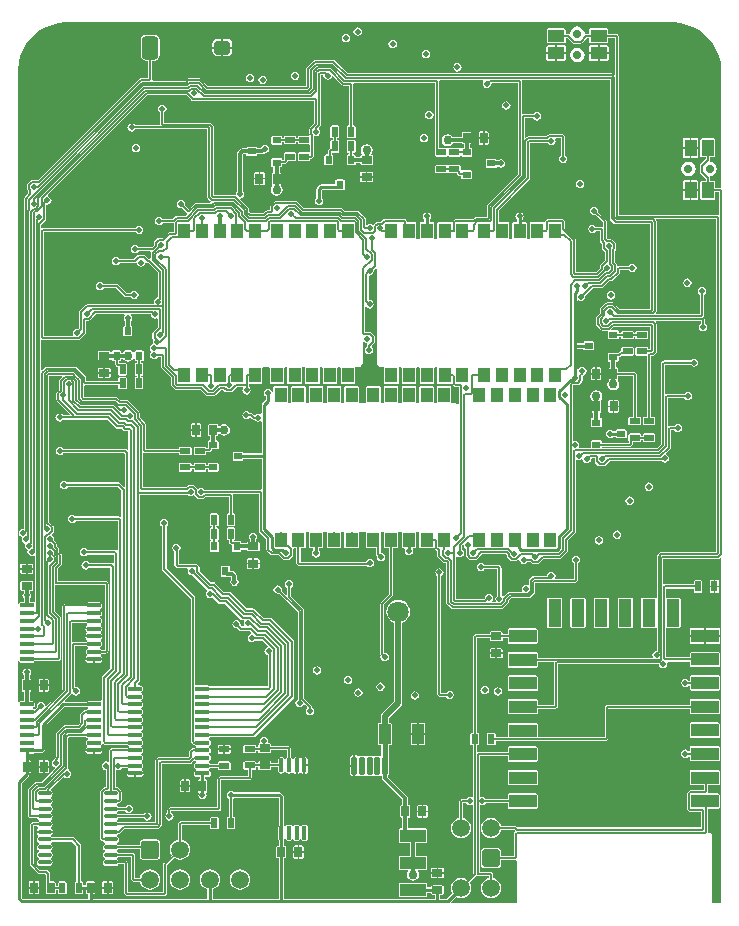
<source format=gbr>
%TF.GenerationSoftware,Altium Limited,Altium Designer,20.1.8 (145)*%
G04 Layer_Physical_Order=4*
G04 Layer_Color=3649023*
%FSLAX44Y44*%
%MOMM*%
%TF.SameCoordinates,3BEBD2D3-E5B3-4009-AA71-14EFD01F195C*%
%TF.FilePolarity,Positive*%
%TF.FileFunction,Copper,L4,Bot,Signal*%
%TF.Part,Single*%
G01*
G75*
%TA.AperFunction,Conductor*%
%ADD10C,0.1270*%
%ADD45C,0.3048*%
%ADD46C,0.2540*%
%TA.AperFunction,ComponentPad*%
%ADD47C,0.5600*%
G04:AMPARAMS|DCode=48|XSize=1.5mm|YSize=1.5mm|CornerRadius=0.1875mm|HoleSize=0mm|Usage=FLASHONLY|Rotation=0.000|XOffset=0mm|YOffset=0mm|HoleType=Round|Shape=RoundedRectangle|*
%AMROUNDEDRECTD48*
21,1,1.5000,1.1250,0,0,0.0*
21,1,1.1250,1.5000,0,0,0.0*
1,1,0.3750,0.5625,-0.5625*
1,1,0.3750,-0.5625,-0.5625*
1,1,0.3750,-0.5625,0.5625*
1,1,0.3750,0.5625,0.5625*
%
%ADD48ROUNDEDRECTD48*%
%ADD49C,1.5000*%
%ADD50O,1.9000X1.1000*%
%ADD51O,2.2000X1.1000*%
%ADD52C,0.7000*%
G04:AMPARAMS|DCode=53|XSize=1.5mm|YSize=1.5mm|CornerRadius=0.15mm|HoleSize=0mm|Usage=FLASHONLY|Rotation=180.000|XOffset=0mm|YOffset=0mm|HoleType=Round|Shape=RoundedRectangle|*
%AMROUNDEDRECTD53*
21,1,1.5000,1.2000,0,0,180.0*
21,1,1.2000,1.5000,0,0,180.0*
1,1,0.3000,-0.6000,0.6000*
1,1,0.3000,0.6000,0.6000*
1,1,0.3000,0.6000,-0.6000*
1,1,0.3000,-0.6000,-0.6000*
%
%ADD53ROUNDEDRECTD53*%
%TA.AperFunction,ViaPad*%
%ADD54C,0.4600*%
%ADD55C,0.7600*%
%ADD56C,1.8000*%
%ADD57C,4.0000*%
%ADD58C,1.2600*%
%TA.AperFunction,Conductor*%
%ADD59C,0.1524*%
%ADD60C,0.2032*%
%TA.AperFunction,SMDPad,CuDef*%
%ADD62O,1.2000X0.4000*%
G04:AMPARAMS|DCode=63|XSize=3.4mm|YSize=4.4mm|CornerRadius=0.085mm|HoleSize=0mm|Usage=FLASHONLY|Rotation=0.000|XOffset=0mm|YOffset=0mm|HoleType=Round|Shape=RoundedRectangle|*
%AMROUNDEDRECTD63*
21,1,3.4000,4.2300,0,0,0.0*
21,1,3.2300,4.4000,0,0,0.0*
1,1,0.1700,1.6150,-2.1150*
1,1,0.1700,-1.6150,-2.1150*
1,1,0.1700,-1.6150,2.1150*
1,1,0.1700,1.6150,2.1150*
%
%ADD63ROUNDEDRECTD63*%
%ADD64O,1.1500X0.4000*%
G04:AMPARAMS|DCode=65|XSize=0.85mm|YSize=0.5mm|CornerRadius=0.0025mm|HoleSize=0mm|Usage=FLASHONLY|Rotation=0.000|XOffset=0mm|YOffset=0mm|HoleType=Round|Shape=RoundedRectangle|*
%AMROUNDEDRECTD65*
21,1,0.8500,0.4950,0,0,0.0*
21,1,0.8450,0.5000,0,0,0.0*
1,1,0.0050,0.4225,-0.2475*
1,1,0.0050,-0.4225,-0.2475*
1,1,0.0050,-0.4225,0.2475*
1,1,0.0050,0.4225,0.2475*
%
%ADD65ROUNDEDRECTD65*%
%ADD66O,0.4000X1.2000*%
G04:AMPARAMS|DCode=67|XSize=0.85mm|YSize=0.6mm|CornerRadius=0.003mm|HoleSize=0mm|Usage=FLASHONLY|Rotation=180.000|XOffset=0mm|YOffset=0mm|HoleType=Round|Shape=RoundedRectangle|*
%AMROUNDEDRECTD67*
21,1,0.8500,0.5940,0,0,180.0*
21,1,0.8440,0.6000,0,0,180.0*
1,1,0.0060,-0.4220,0.2970*
1,1,0.0060,0.4220,0.2970*
1,1,0.0060,0.4220,-0.2970*
1,1,0.0060,-0.4220,-0.2970*
%
%ADD67ROUNDEDRECTD67*%
G04:AMPARAMS|DCode=68|XSize=0.85mm|YSize=0.6mm|CornerRadius=0.003mm|HoleSize=0mm|Usage=FLASHONLY|Rotation=90.000|XOffset=0mm|YOffset=0mm|HoleType=Round|Shape=RoundedRectangle|*
%AMROUNDEDRECTD68*
21,1,0.8500,0.5940,0,0,90.0*
21,1,0.8440,0.6000,0,0,90.0*
1,1,0.0060,0.2970,0.4220*
1,1,0.0060,0.2970,-0.4220*
1,1,0.0060,-0.2970,-0.4220*
1,1,0.0060,-0.2970,0.4220*
%
%ADD68ROUNDEDRECTD68*%
G04:AMPARAMS|DCode=69|XSize=0.55mm|YSize=0.7mm|CornerRadius=0.0028mm|HoleSize=0mm|Usage=FLASHONLY|Rotation=270.000|XOffset=0mm|YOffset=0mm|HoleType=Round|Shape=RoundedRectangle|*
%AMROUNDEDRECTD69*
21,1,0.5500,0.6945,0,0,270.0*
21,1,0.5445,0.7000,0,0,270.0*
1,1,0.0055,-0.3473,-0.2723*
1,1,0.0055,-0.3473,0.2723*
1,1,0.0055,0.3473,0.2723*
1,1,0.0055,0.3473,-0.2723*
%
%ADD69ROUNDEDRECTD69*%
G04:AMPARAMS|DCode=70|XSize=0.55mm|YSize=0.7mm|CornerRadius=0.0028mm|HoleSize=0mm|Usage=FLASHONLY|Rotation=180.000|XOffset=0mm|YOffset=0mm|HoleType=Round|Shape=RoundedRectangle|*
%AMROUNDEDRECTD70*
21,1,0.5500,0.6945,0,0,180.0*
21,1,0.5445,0.7000,0,0,180.0*
1,1,0.0055,-0.2723,0.3473*
1,1,0.0055,0.2723,0.3473*
1,1,0.0055,0.2723,-0.3473*
1,1,0.0055,-0.2723,-0.3473*
%
%ADD70ROUNDEDRECTD70*%
G04:AMPARAMS|DCode=71|XSize=1.65mm|YSize=0.95mm|CornerRadius=0.0048mm|HoleSize=0mm|Usage=FLASHONLY|Rotation=90.000|XOffset=0mm|YOffset=0mm|HoleType=Round|Shape=RoundedRectangle|*
%AMROUNDEDRECTD71*
21,1,1.6500,0.9405,0,0,90.0*
21,1,1.6405,0.9500,0,0,90.0*
1,1,0.0095,0.4703,0.8203*
1,1,0.0095,0.4703,-0.8203*
1,1,0.0095,-0.4703,-0.8203*
1,1,0.0095,-0.4703,0.8203*
%
%ADD71ROUNDEDRECTD71*%
G04:AMPARAMS|DCode=72|XSize=1mm|YSize=2.15mm|CornerRadius=0.005mm|HoleSize=0mm|Usage=FLASHONLY|Rotation=90.000|XOffset=0mm|YOffset=0mm|HoleType=Round|Shape=RoundedRectangle|*
%AMROUNDEDRECTD72*
21,1,1.0000,2.1400,0,0,90.0*
21,1,0.9900,2.1500,0,0,90.0*
1,1,0.0100,1.0700,0.4950*
1,1,0.0100,1.0700,-0.4950*
1,1,0.0100,-1.0700,-0.4950*
1,1,0.0100,-1.0700,0.4950*
%
%ADD72ROUNDEDRECTD72*%
G04:AMPARAMS|DCode=73|XSize=3.25mm|YSize=2.15mm|CornerRadius=0.0108mm|HoleSize=0mm|Usage=FLASHONLY|Rotation=90.000|XOffset=0mm|YOffset=0mm|HoleType=Round|Shape=RoundedRectangle|*
%AMROUNDEDRECTD73*
21,1,3.2500,2.1285,0,0,90.0*
21,1,3.2285,2.1500,0,0,90.0*
1,1,0.0215,1.0642,1.6143*
1,1,0.0215,1.0642,-1.6143*
1,1,0.0215,-1.0642,-1.6143*
1,1,0.0215,-1.0642,1.6143*
%
%ADD73ROUNDEDRECTD73*%
G04:AMPARAMS|DCode=74|XSize=1.1mm|YSize=2.3mm|CornerRadius=0.0055mm|HoleSize=0mm|Usage=FLASHONLY|Rotation=270.000|XOffset=0mm|YOffset=0mm|HoleType=Round|Shape=RoundedRectangle|*
%AMROUNDEDRECTD74*
21,1,1.1000,2.2890,0,0,270.0*
21,1,1.0890,2.3000,0,0,270.0*
1,1,0.0110,-1.1445,-0.5445*
1,1,0.0110,-1.1445,0.5445*
1,1,0.0110,1.1445,0.5445*
1,1,0.0110,1.1445,-0.5445*
%
%ADD74ROUNDEDRECTD74*%
G04:AMPARAMS|DCode=75|XSize=1.1mm|YSize=2.3mm|CornerRadius=0.0055mm|HoleSize=0mm|Usage=FLASHONLY|Rotation=180.000|XOffset=0mm|YOffset=0mm|HoleType=Round|Shape=RoundedRectangle|*
%AMROUNDEDRECTD75*
21,1,1.1000,2.2890,0,0,180.0*
21,1,1.0890,2.3000,0,0,180.0*
1,1,0.0110,-0.5445,1.1445*
1,1,0.0110,0.5445,1.1445*
1,1,0.0110,0.5445,-1.1445*
1,1,0.0110,-0.5445,-1.1445*
%
%ADD75ROUNDEDRECTD75*%
G04:AMPARAMS|DCode=76|XSize=0.45mm|YSize=1.5mm|CornerRadius=0.1125mm|HoleSize=0mm|Usage=FLASHONLY|Rotation=180.000|XOffset=0mm|YOffset=0mm|HoleType=Round|Shape=RoundedRectangle|*
%AMROUNDEDRECTD76*
21,1,0.4500,1.2750,0,0,180.0*
21,1,0.2250,1.5000,0,0,180.0*
1,1,0.2250,-0.1125,0.6375*
1,1,0.2250,0.1125,0.6375*
1,1,0.2250,0.1125,-0.6375*
1,1,0.2250,-0.1125,-0.6375*
%
%ADD76ROUNDEDRECTD76*%
G04:AMPARAMS|DCode=77|XSize=0.85mm|YSize=0.5mm|CornerRadius=0.0025mm|HoleSize=0mm|Usage=FLASHONLY|Rotation=90.000|XOffset=0mm|YOffset=0mm|HoleType=Round|Shape=RoundedRectangle|*
%AMROUNDEDRECTD77*
21,1,0.8500,0.4950,0,0,90.0*
21,1,0.8450,0.5000,0,0,90.0*
1,1,0.0050,0.2475,0.4225*
1,1,0.0050,0.2475,-0.4225*
1,1,0.0050,-0.2475,-0.4225*
1,1,0.0050,-0.2475,0.4225*
%
%ADD77ROUNDEDRECTD77*%
G04:AMPARAMS|DCode=78|XSize=1mm|YSize=1.25mm|CornerRadius=0.005mm|HoleSize=0mm|Usage=FLASHONLY|Rotation=180.000|XOffset=0mm|YOffset=0mm|HoleType=Round|Shape=RoundedRectangle|*
%AMROUNDEDRECTD78*
21,1,1.0000,1.2400,0,0,180.0*
21,1,0.9900,1.2500,0,0,180.0*
1,1,0.0100,-0.4950,0.6200*
1,1,0.0100,0.4950,0.6200*
1,1,0.0100,0.4950,-0.6200*
1,1,0.0100,-0.4950,-0.6200*
%
%ADD78ROUNDEDRECTD78*%
G04:AMPARAMS|DCode=79|XSize=1.4mm|YSize=1.05mm|CornerRadius=0.0053mm|HoleSize=0mm|Usage=FLASHONLY|Rotation=270.000|XOffset=0mm|YOffset=0mm|HoleType=Round|Shape=RoundedRectangle|*
%AMROUNDEDRECTD79*
21,1,1.4000,1.0395,0,0,270.0*
21,1,1.3895,1.0500,0,0,270.0*
1,1,0.0105,-0.5198,-0.6948*
1,1,0.0105,-0.5198,0.6948*
1,1,0.0105,0.5198,0.6948*
1,1,0.0105,0.5198,-0.6948*
%
%ADD79ROUNDEDRECTD79*%
G04:AMPARAMS|DCode=80|XSize=1.4mm|YSize=1.05mm|CornerRadius=0.0053mm|HoleSize=0mm|Usage=FLASHONLY|Rotation=0.000|XOffset=0mm|YOffset=0mm|HoleType=Round|Shape=RoundedRectangle|*
%AMROUNDEDRECTD80*
21,1,1.4000,1.0395,0,0,0.0*
21,1,1.3895,1.0500,0,0,0.0*
1,1,0.0105,0.6948,-0.5198*
1,1,0.0105,-0.6948,-0.5198*
1,1,0.0105,-0.6948,0.5198*
1,1,0.0105,0.6948,0.5198*
%
%ADD80ROUNDEDRECTD80*%
G04:AMPARAMS|DCode=81|XSize=1.4mm|YSize=2mm|CornerRadius=0.35mm|HoleSize=0mm|Usage=FLASHONLY|Rotation=0.000|XOffset=0mm|YOffset=0mm|HoleType=Round|Shape=RoundedRectangle|*
%AMROUNDEDRECTD81*
21,1,1.4000,1.3000,0,0,0.0*
21,1,0.7000,2.0000,0,0,0.0*
1,1,0.7000,0.3500,-0.6500*
1,1,0.7000,-0.3500,-0.6500*
1,1,0.7000,-0.3500,0.6500*
1,1,0.7000,0.3500,0.6500*
%
%ADD81ROUNDEDRECTD81*%
G04:AMPARAMS|DCode=82|XSize=1.4mm|YSize=1.2mm|CornerRadius=0.3mm|HoleSize=0mm|Usage=FLASHONLY|Rotation=0.000|XOffset=0mm|YOffset=0mm|HoleType=Round|Shape=RoundedRectangle|*
%AMROUNDEDRECTD82*
21,1,1.4000,0.6000,0,0,0.0*
21,1,0.8000,1.2000,0,0,0.0*
1,1,0.6000,0.4000,-0.3000*
1,1,0.6000,-0.4000,-0.3000*
1,1,0.6000,-0.4000,0.3000*
1,1,0.6000,0.4000,0.3000*
%
%ADD82ROUNDEDRECTD82*%
%TA.AperFunction,Conductor*%
%ADD83C,0.5080*%
%ADD84C,0.4064*%
G36*
X203240Y131850D02*
X203368Y131206D01*
X203733Y130660D01*
X207155Y127238D01*
X207701Y126873D01*
X208345Y126745D01*
X237719D01*
Y55081D01*
X212077D01*
X207229Y59930D01*
X206682Y60294D01*
X206038Y60423D01*
X200719D01*
X200075Y60294D01*
X199529Y59930D01*
X195267Y55668D01*
X194902Y55122D01*
X194774Y54478D01*
Y51221D01*
X192155Y48603D01*
X191790Y48057D01*
X191662Y47412D01*
Y42093D01*
X191790Y41449D01*
X192155Y40903D01*
X195917Y37141D01*
X196463Y36776D01*
X197107Y36648D01*
X201304D01*
X201801Y35905D01*
Y30460D01*
X202132Y29661D01*
X202930Y29330D01*
X209875D01*
X210674Y29661D01*
X211005Y30460D01*
Y31499D01*
X213071D01*
Y30612D01*
X213401Y29815D01*
X214198Y29485D01*
X222648D01*
X223445Y29815D01*
X223775Y30612D01*
Y31403D01*
X225055D01*
Y30612D01*
X225385Y29815D01*
X226182Y29485D01*
X234632D01*
X235429Y29815D01*
X235759Y30612D01*
Y35561D01*
X235429Y36358D01*
X234632Y36688D01*
X226182D01*
X225385Y36358D01*
X225055Y35561D01*
Y34770D01*
X223775D01*
Y35561D01*
X223445Y36358D01*
X222648Y36688D01*
X214198D01*
X213401Y36358D01*
X213071Y35561D01*
Y34866D01*
X211005D01*
Y35905D01*
X210674Y36703D01*
X209875Y37034D01*
X204946D01*
X204525Y38050D01*
X206506Y40031D01*
X237719D01*
Y20770D01*
X235759D01*
Y21562D01*
X235429Y22358D01*
X234632Y22688D01*
X226182D01*
X225385Y22358D01*
X225055Y21562D01*
Y16611D01*
X225385Y15815D01*
X226182Y15485D01*
X234632D01*
X234996Y15241D01*
Y-36398D01*
X232455D01*
X231658Y-36728D01*
X231328Y-37525D01*
Y-42475D01*
X231658Y-43272D01*
X232455Y-43602D01*
X240905D01*
X241701Y-43272D01*
X242031Y-42475D01*
Y-37525D01*
X241701Y-36728D01*
X240905Y-36398D01*
X238363D01*
Y15117D01*
X239605D01*
X240249Y15245D01*
X240795Y15610D01*
X242878Y17693D01*
X243243Y18239D01*
X243371Y18884D01*
Y41917D01*
X243243Y42561D01*
X242878Y43107D01*
X242324Y43661D01*
X242713Y44600D01*
X280413D01*
Y42662D01*
X279703Y42188D01*
X278929Y41030D01*
X278658Y39664D01*
X278929Y38299D01*
X279703Y37141D01*
X280861Y36367D01*
X282226Y36096D01*
X283592Y36367D01*
X284750Y37141D01*
X285523Y38299D01*
X285795Y39664D01*
X285523Y41030D01*
X284750Y42188D01*
X284039Y42662D01*
Y45520D01*
X283901Y46214D01*
X283508Y46802D01*
X282615Y47695D01*
X282836Y48769D01*
X282941Y48926D01*
X283069Y49570D01*
Y67073D01*
X283909Y67634D01*
X284683Y68792D01*
X284954Y70157D01*
X284683Y71523D01*
X283909Y72681D01*
X282751Y73454D01*
X281386Y73726D01*
X280020Y73454D01*
X278862Y72681D01*
X278089Y71523D01*
X277817Y70157D01*
X278089Y68792D01*
X278862Y67634D01*
X279702Y67073D01*
Y50509D01*
X242710D01*
X242322Y51448D01*
X242878Y52005D01*
X243243Y52551D01*
X243371Y53195D01*
Y128631D01*
X243243Y129275D01*
X242878Y129821D01*
X242322Y130378D01*
X242710Y131317D01*
X293396D01*
Y-150932D01*
X246916D01*
X246272Y-151060D01*
X245726Y-151425D01*
X243643Y-153509D01*
X243278Y-154055D01*
X243150Y-154699D01*
Y-189004D01*
X242134Y-189680D01*
X241935Y-189597D01*
X231045D01*
X230226Y-189937D01*
X229886Y-190757D01*
Y-213647D01*
X230226Y-214466D01*
X231045Y-214806D01*
X241935D01*
X242134Y-214724D01*
X243150Y-215399D01*
Y-234256D01*
X242984Y-234392D01*
X241619Y-234664D01*
X240461Y-235437D01*
X239687Y-236595D01*
X239416Y-237961D01*
X239687Y-239326D01*
X239814Y-239516D01*
X239335Y-240412D01*
X142399D01*
Y-236651D01*
X142059Y-235831D01*
X141239Y-235491D01*
X118349D01*
X117530Y-235831D01*
X117190Y-236651D01*
Y-247541D01*
X117530Y-248360D01*
X118349Y-248700D01*
X141239D01*
X142059Y-248360D01*
X142399Y-247541D01*
Y-243779D01*
X155680D01*
X155886Y-243971D01*
X156370Y-244795D01*
X156305Y-245126D01*
Y-280036D01*
X142399D01*
Y-276275D01*
X142059Y-275455D01*
X141239Y-275115D01*
X118349D01*
X117530Y-275455D01*
X117190Y-276275D01*
Y-287165D01*
X117530Y-287984D01*
X118349Y-288324D01*
X141239D01*
X142059Y-287984D01*
X142399Y-287165D01*
Y-283403D01*
X157244D01*
X157888Y-283275D01*
X158434Y-282910D01*
X159178Y-282166D01*
X159543Y-281620D01*
X159671Y-280976D01*
Y-246065D01*
X245014D01*
X245202Y-247009D01*
X245976Y-248167D01*
X247133Y-248941D01*
X248499Y-249212D01*
X249865Y-248941D01*
X251022Y-248167D01*
X251796Y-247009D01*
X252068Y-245644D01*
X251874Y-244671D01*
X252508Y-243654D01*
X271400D01*
Y-247287D01*
X271740Y-248106D01*
X272559Y-248446D01*
X295449D01*
X296269Y-248106D01*
X296609Y-247287D01*
Y-236397D01*
X296269Y-235577D01*
X295449Y-235237D01*
X272559D01*
X271740Y-235577D01*
X271400Y-236397D01*
Y-240029D01*
X251345D01*
Y-214819D01*
X251365Y-214806D01*
X262255D01*
X263075Y-214466D01*
X263415Y-213647D01*
Y-190757D01*
X263075Y-189937D01*
X262255Y-189597D01*
X251365D01*
X251345Y-189584D01*
Y-181813D01*
X274398D01*
Y-184225D01*
X274728Y-185022D01*
X275525Y-185352D01*
X280475D01*
X281272Y-185022D01*
X281602Y-184225D01*
Y-175775D01*
X281272Y-174978D01*
X280475Y-174648D01*
X275525D01*
X274728Y-174978D01*
X274398Y-175775D01*
Y-178187D01*
X250425D01*
X249819Y-178308D01*
X249678Y-178290D01*
X248803Y-177724D01*
Y-156585D01*
X295282D01*
X295926Y-156457D01*
X296472Y-156092D01*
X297022Y-155542D01*
X297961Y-155931D01*
Y-447961D01*
X290008D01*
X289924Y-447835D01*
Y-390169D01*
X289602Y-389391D01*
X288824Y-389069D01*
X287061D01*
X286585Y-388412D01*
X286453Y-388053D01*
X286563Y-387498D01*
Y-368334D01*
X295195D01*
X296015Y-367994D01*
X296355Y-367175D01*
Y-356285D01*
X296015Y-355465D01*
X295195Y-355125D01*
X287064D01*
X286605Y-354498D01*
X286454Y-354109D01*
X286563Y-353559D01*
Y-348522D01*
X295195D01*
X296015Y-348182D01*
X296355Y-347363D01*
Y-336473D01*
X296015Y-335653D01*
X295195Y-335313D01*
X272305D01*
X271486Y-335653D01*
X271146Y-336473D01*
Y-347363D01*
X271486Y-348182D01*
X272305Y-348522D01*
X282938D01*
Y-352639D01*
X271365D01*
X270671Y-352777D01*
X270083Y-353170D01*
X269191Y-354062D01*
X268797Y-354651D01*
X268659Y-355344D01*
Y-368115D01*
X268797Y-368809D01*
X269191Y-369397D01*
X270083Y-370289D01*
X270671Y-370682D01*
X271365Y-370821D01*
X280397D01*
Y-384038D01*
X125549D01*
X124829Y-383318D01*
X124241Y-382925D01*
X123547Y-382787D01*
X111251D01*
X111197Y-382377D01*
X110339Y-380305D01*
X108974Y-378526D01*
X107195Y-377161D01*
X105123Y-376303D01*
X102900Y-376011D01*
X100677Y-376303D01*
X98605Y-377161D01*
X96826Y-378526D01*
X95461Y-380305D01*
X94603Y-382377D01*
X94311Y-384600D01*
X94603Y-386823D01*
X95461Y-388895D01*
X96826Y-390674D01*
X98605Y-392039D01*
X100677Y-392897D01*
X102900Y-393190D01*
X105123Y-392897D01*
X107195Y-392039D01*
X108974Y-390674D01*
X110339Y-388895D01*
X111197Y-386823D01*
X111251Y-386413D01*
X122796D01*
X123516Y-387132D01*
X123533Y-387304D01*
X122687Y-388150D01*
X122294Y-388738D01*
X122156Y-389432D01*
Y-408187D01*
X111465D01*
Y-404000D01*
X111270Y-403018D01*
X110714Y-402186D01*
X109882Y-401630D01*
X108900Y-401435D01*
X96900D01*
X95918Y-401630D01*
X95086Y-402186D01*
X94530Y-403018D01*
X94335Y-404000D01*
Y-416000D01*
X94530Y-416982D01*
X95086Y-417814D01*
X95918Y-418370D01*
X96900Y-418565D01*
X108900D01*
X109882Y-418370D01*
X110714Y-417814D01*
X111270Y-416982D01*
X111465Y-416000D01*
Y-411813D01*
X123076D01*
X123631Y-411702D01*
X123989Y-411834D01*
X124647Y-412311D01*
Y-447835D01*
X124563Y-447961D01*
X69563D01*
X69174Y-447022D01*
X73313Y-442883D01*
X75277Y-443697D01*
X77500Y-443989D01*
X79723Y-443697D01*
X81795Y-442839D01*
X83574Y-441474D01*
X84939Y-439695D01*
X85797Y-437623D01*
X86089Y-435400D01*
X85797Y-433177D01*
X84939Y-431105D01*
X84687Y-430777D01*
X90318Y-425146D01*
X91549Y-424855D01*
X92193Y-424983D01*
X101217D01*
Y-427032D01*
X100677Y-427103D01*
X98605Y-427961D01*
X96826Y-429326D01*
X95461Y-431105D01*
X94603Y-433177D01*
X94311Y-435400D01*
X94603Y-437623D01*
X95461Y-439695D01*
X96826Y-441474D01*
X98605Y-442839D01*
X100677Y-443697D01*
X102900Y-443989D01*
X105123Y-443697D01*
X107195Y-442839D01*
X108974Y-441474D01*
X110339Y-439695D01*
X111197Y-437623D01*
X111489Y-435400D01*
X111197Y-433177D01*
X110339Y-431105D01*
X108974Y-429326D01*
X107195Y-427961D01*
X105123Y-427103D01*
X104583Y-427032D01*
Y-424044D01*
X104455Y-423400D01*
X104090Y-422854D01*
X103346Y-422110D01*
X102800Y-421745D01*
X102156Y-421617D01*
X93132D01*
Y-365379D01*
X94028Y-364900D01*
X94218Y-365027D01*
X95584Y-365298D01*
X96950Y-365027D01*
X98107Y-364253D01*
X98669Y-363413D01*
X117190D01*
Y-367175D01*
X117530Y-367994D01*
X118349Y-368334D01*
X141239D01*
X142059Y-367994D01*
X142399Y-367175D01*
Y-356285D01*
X142059Y-355465D01*
X141239Y-355125D01*
X118349D01*
X117530Y-355465D01*
X117190Y-356285D01*
Y-360046D01*
X98669D01*
X98107Y-359206D01*
X96950Y-358433D01*
X95584Y-358161D01*
X94218Y-358433D01*
X94028Y-358560D01*
X93132Y-358081D01*
Y-323535D01*
X117190D01*
Y-327297D01*
X117530Y-328116D01*
X118349Y-328456D01*
X141239D01*
X142059Y-328116D01*
X142399Y-327297D01*
Y-316407D01*
X142059Y-315587D01*
X141239Y-315247D01*
X118349D01*
X117530Y-315587D01*
X117190Y-316407D01*
Y-320168D01*
X92193D01*
X91865Y-320234D01*
X91039Y-319747D01*
X90849Y-319542D01*
Y-314542D01*
X91511D01*
X92308Y-314212D01*
X92638Y-313416D01*
Y-304966D01*
X92308Y-304169D01*
X91511Y-303839D01*
X90849D01*
Y-223843D01*
X101896D01*
Y-225000D01*
X102228Y-225800D01*
X103028Y-226132D01*
X111468D01*
X112269Y-225800D01*
X112601Y-225000D01*
Y-223843D01*
X117190D01*
Y-227475D01*
X117530Y-228294D01*
X118349Y-228634D01*
X141239D01*
X142059Y-228294D01*
X142399Y-227475D01*
Y-216585D01*
X142059Y-215765D01*
X141239Y-215425D01*
X118349D01*
X117530Y-215765D01*
X117190Y-216585D01*
Y-220217D01*
X112601D01*
Y-219060D01*
X112269Y-218259D01*
X111468Y-217927D01*
X103028D01*
X102228Y-218259D01*
X101896Y-219060D01*
Y-220217D01*
X89929D01*
X89235Y-220355D01*
X88647Y-220748D01*
X87754Y-221641D01*
X87361Y-222229D01*
X87223Y-222922D01*
Y-303839D01*
X86561D01*
X85764Y-304169D01*
X85434Y-304966D01*
Y-313416D01*
X85764Y-314212D01*
X86561Y-314542D01*
X87223D01*
Y-358079D01*
X86327Y-358558D01*
X86140Y-358433D01*
X84774Y-358161D01*
X83408Y-358433D01*
X82251Y-359206D01*
X81689Y-360046D01*
X78244D01*
X77600Y-360174D01*
X77054Y-360539D01*
X76310Y-361283D01*
X75945Y-361829D01*
X75817Y-362474D01*
Y-376232D01*
X75277Y-376303D01*
X73205Y-377161D01*
X71426Y-378526D01*
X70061Y-380305D01*
X69203Y-382377D01*
X68910Y-384600D01*
X69203Y-386823D01*
X70061Y-388895D01*
X71426Y-390674D01*
X73205Y-392039D01*
X75277Y-392897D01*
X77500Y-393190D01*
X79723Y-392897D01*
X81795Y-392039D01*
X83574Y-390674D01*
X84939Y-388895D01*
X85797Y-386823D01*
X86089Y-384600D01*
X85797Y-382377D01*
X84939Y-380305D01*
X83574Y-378526D01*
X81795Y-377161D01*
X79723Y-376303D01*
X79183Y-376232D01*
Y-363413D01*
X81689D01*
X82251Y-364253D01*
X83408Y-365027D01*
X84774Y-365298D01*
X86140Y-365027D01*
X86327Y-364901D01*
X87223Y-365380D01*
Y-423113D01*
X82123Y-428213D01*
X81795Y-427961D01*
X79723Y-427103D01*
X77500Y-426810D01*
X75277Y-427103D01*
X73205Y-427961D01*
X71426Y-429326D01*
X70061Y-431105D01*
X69203Y-433177D01*
X68910Y-435400D01*
X69203Y-437623D01*
X70017Y-439587D01*
X65204Y-444399D01*
X59831D01*
Y-441086D01*
X61720D01*
X62521Y-440755D01*
X62852Y-439954D01*
Y-434014D01*
X62521Y-433213D01*
X61720Y-432882D01*
X53280D01*
X52479Y-433213D01*
X52148Y-434014D01*
Y-434661D01*
X48604D01*
Y-432034D01*
X48266Y-431218D01*
X47450Y-430880D01*
X26050D01*
X25234Y-431218D01*
X24896Y-432034D01*
Y-441934D01*
X25234Y-442750D01*
X26050Y-443088D01*
X47450D01*
X48266Y-442750D01*
X48604Y-441934D01*
Y-439323D01*
X52148D01*
Y-439954D01*
X52479Y-440755D01*
X53280Y-441086D01*
X55169D01*
Y-444399D01*
X-72419D01*
Y-410176D01*
X-71780D01*
X-70979Y-409844D01*
X-70648Y-409044D01*
Y-400603D01*
X-70979Y-399803D01*
X-71780Y-399471D01*
X-72419D01*
Y-394440D01*
X-72064Y-393909D01*
X-71762Y-393837D01*
X-71238D01*
X-70936Y-393909D01*
X-70424Y-394674D01*
X-69427Y-395341D01*
X-68250Y-395575D01*
X-67073Y-395341D01*
X-66076Y-394674D01*
X-65564Y-393909D01*
X-65262Y-393837D01*
X-64738D01*
X-64436Y-393909D01*
X-63924Y-394674D01*
X-62927Y-395341D01*
X-61750Y-395575D01*
X-60573Y-395341D01*
X-59576Y-394674D01*
X-59064Y-393909D01*
X-58762Y-393837D01*
X-58238D01*
X-57936Y-393909D01*
X-57424Y-394674D01*
X-56427Y-395341D01*
X-55250Y-395575D01*
X-54073Y-395341D01*
X-53076Y-394674D01*
X-52409Y-393677D01*
X-52175Y-392500D01*
Y-384500D01*
X-52409Y-383323D01*
X-53076Y-382326D01*
X-54073Y-381659D01*
X-55250Y-381425D01*
X-56427Y-381659D01*
X-57424Y-382326D01*
X-57936Y-383091D01*
X-58238Y-383163D01*
X-58762D01*
X-59064Y-383091D01*
X-59576Y-382326D01*
X-60573Y-381659D01*
X-61750Y-381425D01*
X-62927Y-381659D01*
X-63924Y-382326D01*
X-64436Y-383091D01*
X-64738Y-383163D01*
X-65262D01*
X-65564Y-383091D01*
X-66076Y-382326D01*
X-67073Y-381659D01*
X-68250Y-381425D01*
X-69427Y-381659D01*
X-70424Y-382326D01*
X-70769Y-382842D01*
X-71866Y-382956D01*
X-72419Y-382419D01*
Y-358206D01*
X-72597Y-357314D01*
X-73102Y-356558D01*
X-74590Y-355070D01*
X-75346Y-354565D01*
X-76238Y-354387D01*
X-114725D01*
X-114854Y-354195D01*
X-116012Y-353421D01*
X-117377Y-353149D01*
X-118743Y-353421D01*
X-119901Y-354195D01*
X-120674Y-355352D01*
X-120946Y-356718D01*
X-120674Y-358084D01*
X-119901Y-359241D01*
X-119061Y-359803D01*
Y-375018D01*
X-119852D01*
X-120649Y-375348D01*
X-120979Y-376144D01*
Y-384595D01*
X-120649Y-385391D01*
X-119852Y-385721D01*
X-114902D01*
X-114106Y-385391D01*
X-113776Y-384595D01*
Y-376144D01*
X-114106Y-375348D01*
X-114902Y-375018D01*
X-115694D01*
Y-359803D01*
X-114854Y-359241D01*
X-114725Y-359049D01*
X-77203D01*
X-77081Y-359171D01*
Y-382560D01*
X-77591Y-383323D01*
X-77825Y-384500D01*
Y-392500D01*
X-77591Y-393677D01*
X-77081Y-394440D01*
Y-399471D01*
X-77720D01*
X-78521Y-399803D01*
X-78852Y-400603D01*
Y-409044D01*
X-78521Y-409844D01*
X-77720Y-410176D01*
X-77081D01*
Y-444399D01*
X-132830D01*
Y-436402D01*
X-130866Y-435589D01*
X-129087Y-434224D01*
X-127722Y-432445D01*
X-126864Y-430373D01*
X-126571Y-428150D01*
X-126864Y-425927D01*
X-127722Y-423855D01*
X-129087Y-422076D01*
X-130866Y-420711D01*
X-132937Y-419853D01*
X-135161Y-419561D01*
X-137384Y-419853D01*
X-139455Y-420711D01*
X-141234Y-422076D01*
X-142599Y-423855D01*
X-143457Y-425927D01*
X-143750Y-428150D01*
X-143457Y-430373D01*
X-142599Y-432445D01*
X-141234Y-434224D01*
X-139455Y-435589D01*
X-137491Y-436402D01*
Y-444399D01*
X-233929D01*
Y-440373D01*
X-233290D01*
X-232489Y-440042D01*
X-232157Y-439241D01*
Y-430801D01*
X-232489Y-430000D01*
X-233290Y-429669D01*
X-239230D01*
X-240030Y-430000D01*
X-240362Y-430801D01*
Y-432690D01*
X-242467D01*
Y-430796D01*
X-242797Y-429999D01*
X-243594Y-429669D01*
X-243997D01*
Y-399593D01*
X-243997Y-399593D01*
X-244155Y-398800D01*
X-244604Y-398128D01*
X-249966Y-392766D01*
X-250638Y-392317D01*
X-251431Y-392159D01*
X-251431Y-392159D01*
X-268880D01*
X-269588Y-391480D01*
X-269514Y-390447D01*
X-268976Y-390088D01*
X-268254Y-389007D01*
X-268151Y-388493D01*
X-275084D01*
X-282016D01*
X-281914Y-389007D01*
X-281191Y-390088D01*
X-280523Y-390535D01*
X-280470Y-391693D01*
X-280472Y-391698D01*
X-281008Y-392056D01*
X-281675Y-393054D01*
X-281909Y-394231D01*
X-281675Y-395407D01*
X-281008Y-396405D01*
X-280243Y-396916D01*
X-280171Y-397219D01*
Y-397743D01*
X-280243Y-398045D01*
X-281008Y-398556D01*
X-281675Y-399554D01*
X-281909Y-400731D01*
X-281675Y-401908D01*
X-281008Y-402905D01*
X-280243Y-403416D01*
X-280171Y-403719D01*
Y-404243D01*
X-280243Y-404545D01*
X-281008Y-405056D01*
X-281675Y-406054D01*
X-281909Y-407231D01*
X-281675Y-408408D01*
X-281008Y-409405D01*
X-280243Y-409916D01*
X-280171Y-410219D01*
Y-410743D01*
X-280243Y-411045D01*
X-281008Y-411556D01*
X-281675Y-412554D01*
X-281909Y-413731D01*
X-281675Y-414907D01*
X-281008Y-415905D01*
X-280011Y-416572D01*
X-278834Y-416806D01*
X-271334D01*
X-270157Y-416572D01*
X-269159Y-415905D01*
X-268493Y-414907D01*
X-268259Y-413731D01*
X-268493Y-412554D01*
X-269159Y-411556D01*
X-269924Y-411045D01*
X-269997Y-410743D01*
Y-410219D01*
X-269924Y-409916D01*
X-269159Y-409405D01*
X-268493Y-408408D01*
X-268259Y-407231D01*
X-268493Y-406054D01*
X-269159Y-405056D01*
X-269924Y-404545D01*
X-269997Y-404243D01*
Y-403719D01*
X-269924Y-403416D01*
X-269159Y-402905D01*
X-268493Y-401908D01*
X-268259Y-400731D01*
X-268493Y-399554D01*
X-269159Y-398556D01*
X-269924Y-398045D01*
X-269997Y-397743D01*
Y-397219D01*
X-269924Y-396916D01*
X-269159Y-396405D01*
X-269091Y-396302D01*
X-252289D01*
X-248141Y-400451D01*
Y-429669D01*
X-248544D01*
X-249341Y-429999D01*
X-249671Y-430796D01*
Y-439246D01*
X-249341Y-440043D01*
X-248544Y-440373D01*
X-243594D01*
X-242797Y-440043D01*
X-242467Y-439246D01*
Y-437352D01*
X-240362D01*
Y-439241D01*
X-240030Y-440042D01*
X-239230Y-440373D01*
X-238591D01*
Y-444399D01*
X-293471D01*
X-294399Y-443471D01*
Y-346229D01*
X-288692Y-340522D01*
X-288187Y-339765D01*
X-288009Y-338873D01*
Y-337930D01*
X-287370D01*
X-286569Y-337598D01*
X-286238Y-336798D01*
Y-328358D01*
X-286569Y-327557D01*
X-287370Y-327225D01*
X-288009D01*
Y-321844D01*
X-286340D01*
X-285163Y-321610D01*
X-284400Y-321100D01*
X-278227D01*
X-277335Y-320923D01*
X-276579Y-320417D01*
X-275091Y-318929D01*
X-274585Y-318173D01*
X-274408Y-317281D01*
Y-297936D01*
X-258572Y-282100D01*
X-239280D01*
X-238750Y-282455D01*
X-238677Y-282757D01*
Y-283281D01*
X-238750Y-283584D01*
X-239515Y-284095D01*
X-239843Y-284586D01*
X-240878D01*
X-241522Y-284714D01*
X-242068Y-285079D01*
X-244402Y-287413D01*
X-244767Y-287959D01*
X-244895Y-288603D01*
Y-295272D01*
X-246852Y-297228D01*
X-257792D01*
X-258436Y-297356D01*
X-258982Y-297721D01*
X-264886Y-303624D01*
X-265251Y-304171D01*
X-265379Y-304815D01*
Y-324072D01*
X-266735Y-325428D01*
X-267100Y-325974D01*
X-267228Y-326618D01*
Y-326650D01*
X-268068Y-327211D01*
X-268841Y-328369D01*
X-269113Y-329734D01*
X-268841Y-331100D01*
X-268068Y-332258D01*
X-266910Y-333031D01*
X-266686Y-333076D01*
X-266391Y-334048D01*
X-277514Y-345171D01*
X-282087D01*
X-282731Y-345299D01*
X-283277Y-345664D01*
X-288478Y-350865D01*
X-288843Y-351411D01*
X-288971Y-352055D01*
Y-373987D01*
X-288843Y-374631D01*
X-288478Y-375177D01*
X-287734Y-375921D01*
X-287188Y-376286D01*
X-286543Y-376414D01*
X-281336D01*
X-281008Y-376905D01*
X-280243Y-377416D01*
X-280171Y-377719D01*
Y-378243D01*
X-280243Y-378545D01*
X-281008Y-379056D01*
X-281336Y-379547D01*
X-285219D01*
X-285863Y-379675D01*
X-286409Y-380040D01*
X-287191Y-380822D01*
X-287556Y-381368D01*
X-287684Y-382013D01*
Y-415308D01*
X-287556Y-415952D01*
X-287191Y-416498D01*
X-281072Y-422617D01*
X-280526Y-422982D01*
X-279882Y-423110D01*
X-274665D01*
X-273789Y-423986D01*
Y-430599D01*
X-273873Y-430801D01*
Y-439241D01*
X-273542Y-440042D01*
X-272741Y-440373D01*
X-266801D01*
X-266000Y-440042D01*
X-265669Y-439241D01*
Y-436704D01*
X-263671D01*
Y-439246D01*
X-263341Y-440043D01*
X-262544Y-440373D01*
X-257594D01*
X-256797Y-440043D01*
X-256467Y-439246D01*
Y-430796D01*
X-256797Y-429999D01*
X-257594Y-429669D01*
X-262544D01*
X-263341Y-429999D01*
X-263671Y-430796D01*
Y-433338D01*
X-265669D01*
Y-430801D01*
X-266000Y-430000D01*
X-266801Y-429669D01*
X-270423D01*
Y-423288D01*
X-270551Y-422644D01*
X-270916Y-422098D01*
X-272778Y-420236D01*
X-273324Y-419871D01*
X-273968Y-419743D01*
X-279185D01*
X-284317Y-414610D01*
Y-382914D01*
X-281336D01*
X-281008Y-383405D01*
X-280472Y-383764D01*
X-280470Y-383769D01*
X-280523Y-384927D01*
X-281191Y-385373D01*
X-281914Y-386455D01*
X-282017Y-386969D01*
X-275084D01*
X-268151D01*
X-268254Y-386455D01*
X-268976Y-385373D01*
X-269644Y-384927D01*
X-269698Y-383769D01*
X-269696Y-383764D01*
X-269159Y-383405D01*
X-268493Y-382407D01*
X-268259Y-381231D01*
X-268493Y-380054D01*
X-269159Y-379056D01*
X-269924Y-378545D01*
X-269997Y-378243D01*
Y-377719D01*
X-269924Y-377416D01*
X-269159Y-376905D01*
X-268493Y-375908D01*
X-268259Y-374731D01*
X-268493Y-373554D01*
X-269159Y-372556D01*
X-269924Y-372045D01*
X-269997Y-371743D01*
Y-371219D01*
X-269924Y-370916D01*
X-269159Y-370405D01*
X-268493Y-369408D01*
X-268259Y-368231D01*
X-268493Y-367054D01*
X-269159Y-366056D01*
X-269924Y-365545D01*
X-269997Y-365243D01*
Y-364719D01*
X-269924Y-364416D01*
X-269159Y-363905D01*
X-268493Y-362907D01*
X-268259Y-361731D01*
X-268493Y-360554D01*
X-269159Y-359556D01*
X-269924Y-359045D01*
X-269997Y-358743D01*
Y-358219D01*
X-269924Y-357916D01*
X-269159Y-357405D01*
X-268493Y-356408D01*
X-268259Y-355231D01*
X-268493Y-354054D01*
X-269159Y-353056D01*
X-269365Y-352919D01*
X-269494Y-351611D01*
X-258868Y-340985D01*
X-258655Y-341006D01*
X-257497Y-341780D01*
X-256131Y-342051D01*
X-254766Y-341780D01*
X-253608Y-341006D01*
X-252834Y-339848D01*
X-252563Y-338483D01*
X-252834Y-337117D01*
X-253608Y-335959D01*
X-254766Y-335186D01*
X-254898Y-335159D01*
X-255319Y-334040D01*
X-255282Y-333985D01*
X-255154Y-333341D01*
Y-308353D01*
X-254254Y-307453D01*
X-239843D01*
X-239515Y-307944D01*
X-238750Y-308455D01*
X-238677Y-308757D01*
Y-309281D01*
X-238750Y-309584D01*
X-239515Y-310095D01*
X-240181Y-311092D01*
X-240415Y-312269D01*
X-240181Y-313446D01*
X-239515Y-314444D01*
X-238978Y-314802D01*
X-238976Y-314807D01*
X-239030Y-315965D01*
X-239698Y-316412D01*
X-240420Y-317493D01*
X-240522Y-318007D01*
X-233340D01*
X-226158D01*
X-226260Y-317493D01*
X-226983Y-316412D01*
X-227651Y-315965D01*
X-227704Y-314807D01*
X-227702Y-314802D01*
X-227166Y-314444D01*
X-226620Y-313627D01*
X-225836Y-313394D01*
X-225447Y-313364D01*
X-225096Y-313715D01*
X-225096Y-313715D01*
X-224424Y-314164D01*
X-223631Y-314322D01*
X-204743D01*
X-204674Y-314424D01*
X-203909Y-314935D01*
X-203837Y-315238D01*
Y-315762D01*
X-203909Y-316064D01*
X-204674Y-316576D01*
X-205003Y-317067D01*
X-218340D01*
X-218984Y-317195D01*
X-219530Y-317560D01*
X-220274Y-318304D01*
X-220639Y-318850D01*
X-220767Y-319494D01*
Y-328101D01*
X-221663Y-328580D01*
X-221853Y-328453D01*
X-223219Y-328181D01*
X-224585Y-328453D01*
X-225742Y-329227D01*
X-226516Y-330384D01*
X-226787Y-331750D01*
X-226516Y-333116D01*
X-225742Y-334273D01*
X-224585Y-335047D01*
X-223219Y-335319D01*
X-223053Y-335454D01*
Y-349896D01*
X-224346D01*
X-224990Y-350024D01*
X-225536Y-350389D01*
X-227675Y-352528D01*
X-228040Y-353074D01*
X-228168Y-353718D01*
Y-393411D01*
X-228040Y-394055D01*
X-227675Y-394602D01*
X-226856Y-395421D01*
X-226310Y-395786D01*
X-225665Y-395914D01*
X-225336D01*
X-225008Y-396405D01*
X-224243Y-396916D01*
X-224171Y-397219D01*
Y-397743D01*
X-224243Y-398045D01*
X-225008Y-398556D01*
X-225675Y-399554D01*
X-225909Y-400731D01*
X-225675Y-401908D01*
X-225008Y-402905D01*
X-224243Y-403416D01*
X-224171Y-403719D01*
Y-404243D01*
X-224243Y-404545D01*
X-225008Y-405056D01*
X-225675Y-406054D01*
X-225909Y-407231D01*
X-225675Y-408408D01*
X-225008Y-409405D01*
X-224243Y-409916D01*
X-224171Y-410219D01*
Y-410743D01*
X-224243Y-411045D01*
X-225008Y-411556D01*
X-225675Y-412554D01*
X-225909Y-413731D01*
X-225675Y-414907D01*
X-225008Y-415905D01*
X-224011Y-416572D01*
X-222834Y-416806D01*
X-215334D01*
X-214157Y-416572D01*
X-213159Y-415905D01*
X-212831Y-415414D01*
X-207881D01*
Y-439438D01*
X-207753Y-440082D01*
X-207388Y-440628D01*
X-206644Y-441372D01*
X-206098Y-441737D01*
X-205454Y-441865D01*
X-173740D01*
X-173096Y-441737D01*
X-172550Y-441372D01*
X-171806Y-440628D01*
X-171441Y-440082D01*
X-171313Y-439438D01*
Y-415883D01*
X-165287Y-409857D01*
X-164855Y-410189D01*
X-162784Y-411047D01*
X-160560Y-411339D01*
X-158337Y-411047D01*
X-156266Y-410189D01*
X-154487Y-408824D01*
X-153122Y-407045D01*
X-152264Y-404973D01*
X-151971Y-402750D01*
X-152264Y-400527D01*
X-153122Y-398455D01*
X-154487Y-396676D01*
X-156266Y-395311D01*
X-158337Y-394453D01*
X-158877Y-394382D01*
Y-382053D01*
X-134979D01*
Y-384595D01*
X-134649Y-385391D01*
X-133852Y-385721D01*
X-128902D01*
X-128106Y-385391D01*
X-127776Y-384595D01*
Y-376144D01*
X-128106Y-375348D01*
X-128902Y-375018D01*
X-133852D01*
X-134649Y-375348D01*
X-134979Y-376144D01*
Y-378686D01*
X-159817D01*
X-160461Y-378814D01*
X-161007Y-379179D01*
X-161751Y-379923D01*
X-162116Y-380469D01*
X-162244Y-381114D01*
Y-394382D01*
X-162784Y-394453D01*
X-164855Y-395311D01*
X-166634Y-396676D01*
X-167999Y-398455D01*
X-168857Y-400527D01*
X-169150Y-402750D01*
X-168857Y-404973D01*
X-167999Y-407045D01*
X-167668Y-407477D01*
X-174187Y-413996D01*
X-174552Y-414542D01*
X-174680Y-415186D01*
Y-438499D01*
X-204514D01*
Y-414475D01*
X-204642Y-413830D01*
X-205007Y-413284D01*
X-205751Y-412540D01*
X-206297Y-412175D01*
X-206942Y-412047D01*
X-212831D01*
X-213159Y-411556D01*
X-213924Y-411045D01*
X-213997Y-410743D01*
Y-410219D01*
X-213924Y-409916D01*
X-213159Y-409405D01*
X-212831Y-408914D01*
X-201788D01*
Y-427406D01*
X-201660Y-428050D01*
X-201295Y-428596D01*
X-200551Y-429340D01*
X-200005Y-429705D01*
X-199361Y-429833D01*
X-194328D01*
X-194257Y-430373D01*
X-193399Y-432445D01*
X-192034Y-434224D01*
X-190255Y-435589D01*
X-188184Y-436447D01*
X-185961Y-436740D01*
X-183737Y-436447D01*
X-181666Y-435589D01*
X-179887Y-434224D01*
X-178522Y-432445D01*
X-177664Y-430373D01*
X-177371Y-428150D01*
X-177664Y-425927D01*
X-178522Y-423855D01*
X-179887Y-422076D01*
X-181666Y-420711D01*
X-183737Y-419853D01*
X-185961Y-419561D01*
X-188184Y-419853D01*
X-190255Y-420711D01*
X-192034Y-422076D01*
X-193399Y-423855D01*
X-194257Y-425927D01*
X-194328Y-426467D01*
X-198421D01*
Y-407975D01*
X-198550Y-407331D01*
X-198915Y-406784D01*
X-199659Y-406040D01*
X-200205Y-405676D01*
X-200849Y-405547D01*
X-212831D01*
X-213159Y-405056D01*
X-213924Y-404545D01*
X-213997Y-404243D01*
Y-403719D01*
X-213924Y-403416D01*
X-213159Y-402905D01*
X-212831Y-402414D01*
X-194533D01*
Y-408375D01*
X-194309Y-409503D01*
X-193670Y-410459D01*
X-192714Y-411098D01*
X-191586Y-411323D01*
X-180336D01*
X-179207Y-411098D01*
X-178251Y-410459D01*
X-177612Y-409503D01*
X-177388Y-408375D01*
Y-397125D01*
X-177612Y-395997D01*
X-178251Y-395041D01*
X-179207Y-394402D01*
X-180336Y-394177D01*
X-191586D01*
X-192714Y-394402D01*
X-193670Y-395041D01*
X-194309Y-395997D01*
X-194533Y-397125D01*
Y-399047D01*
X-212831D01*
X-213159Y-398556D01*
X-213924Y-398045D01*
X-213997Y-397743D01*
Y-397219D01*
X-213924Y-396916D01*
X-213159Y-396405D01*
X-212493Y-395407D01*
X-212259Y-394231D01*
X-212493Y-393054D01*
X-213159Y-392056D01*
X-213924Y-391545D01*
X-213997Y-391243D01*
Y-390719D01*
X-213924Y-390416D01*
X-213159Y-389905D01*
X-212831Y-389414D01*
X-212352D01*
X-211707Y-389286D01*
X-211161Y-388921D01*
X-207440Y-385200D01*
X-179375D01*
X-178731Y-385072D01*
X-178185Y-384707D01*
X-176102Y-382624D01*
X-175737Y-382078D01*
X-175609Y-381434D01*
Y-330120D01*
X-151867D01*
X-151223Y-329992D01*
X-150677Y-329627D01*
X-148402Y-327353D01*
X-147674Y-327424D01*
X-146910Y-327935D01*
X-146837Y-328238D01*
Y-328762D01*
X-146910Y-329064D01*
X-147675Y-329576D01*
X-148341Y-330573D01*
X-148575Y-331750D01*
X-148341Y-332927D01*
X-147675Y-333924D01*
X-146910Y-334436D01*
X-146837Y-334738D01*
Y-335262D01*
X-146910Y-335564D01*
X-147675Y-336076D01*
X-148341Y-337073D01*
X-148575Y-338250D01*
X-148341Y-339427D01*
X-147675Y-340424D01*
X-146677Y-341091D01*
X-145500Y-341325D01*
X-143831D01*
Y-343378D01*
X-144470D01*
X-145271Y-343709D01*
X-145602Y-344510D01*
Y-352950D01*
X-145271Y-353751D01*
X-145018Y-353855D01*
X-144586Y-354993D01*
X-144593Y-355047D01*
X-144797Y-355352D01*
X-145069Y-356718D01*
X-144797Y-358084D01*
X-144023Y-359241D01*
X-142866Y-360015D01*
X-141500Y-360287D01*
X-140134Y-360015D01*
X-138977Y-359241D01*
X-138203Y-358084D01*
X-137931Y-356718D01*
X-138203Y-355352D01*
X-138407Y-355047D01*
X-138414Y-354993D01*
X-137982Y-353855D01*
X-137729Y-353751D01*
X-137398Y-352950D01*
Y-344510D01*
X-137729Y-343709D01*
X-138530Y-343378D01*
X-139169D01*
Y-341325D01*
X-137500D01*
X-136323Y-341091D01*
X-135326Y-340424D01*
X-134659Y-339427D01*
X-134425Y-338250D01*
X-134659Y-337073D01*
X-135326Y-336076D01*
X-136091Y-335564D01*
X-136163Y-335262D01*
Y-334738D01*
X-136091Y-334436D01*
X-135326Y-333924D01*
X-134998Y-333433D01*
X-128352D01*
Y-334225D01*
X-128022Y-335022D01*
X-127225Y-335352D01*
X-118775D01*
X-117978Y-335022D01*
X-117648Y-334225D01*
Y-329275D01*
X-117978Y-328478D01*
X-118775Y-328148D01*
X-127225D01*
X-128022Y-328478D01*
X-128352Y-329275D01*
Y-330067D01*
X-134998D01*
X-135326Y-329576D01*
X-136091Y-329064D01*
X-136163Y-328762D01*
Y-328238D01*
X-136091Y-327935D01*
X-135326Y-327424D01*
X-134659Y-326427D01*
X-134425Y-325250D01*
X-134659Y-324073D01*
X-135326Y-323076D01*
X-136091Y-322565D01*
X-136163Y-322262D01*
Y-321738D01*
X-136091Y-321436D01*
X-135326Y-320924D01*
X-134659Y-319927D01*
X-134425Y-318750D01*
X-134659Y-317573D01*
X-135326Y-316576D01*
X-136091Y-316064D01*
X-136163Y-315762D01*
Y-315238D01*
X-136091Y-314935D01*
X-135326Y-314424D01*
X-134659Y-313427D01*
X-134425Y-312250D01*
X-134659Y-311073D01*
X-135326Y-310076D01*
X-136091Y-309564D01*
X-136163Y-309262D01*
Y-308738D01*
X-136091Y-308435D01*
X-135326Y-307924D01*
X-135257Y-307822D01*
X-98364D01*
X-98364Y-307822D01*
X-97571Y-307664D01*
X-96899Y-307215D01*
X-64284Y-274600D01*
X-64284Y-274600D01*
X-63835Y-273927D01*
X-63677Y-273135D01*
X-63677Y-273135D01*
Y-226740D01*
X-63835Y-225947D01*
X-64284Y-225275D01*
X-64284Y-225275D01*
X-82445Y-207114D01*
X-83117Y-206665D01*
X-83910Y-206507D01*
X-83910Y-206507D01*
X-89789D01*
X-97157Y-199140D01*
X-97829Y-198690D01*
X-98622Y-198533D01*
X-98622Y-198533D01*
X-103958D01*
X-117520Y-184971D01*
X-118192Y-184522D01*
X-118984Y-184364D01*
X-118985Y-184364D01*
X-123273D01*
X-130592Y-177045D01*
X-131265Y-176596D01*
X-132058Y-176438D01*
X-132058Y-176438D01*
X-134083D01*
X-143967Y-166555D01*
Y-163882D01*
X-144124Y-163089D01*
X-144573Y-162417D01*
X-144573Y-162417D01*
X-145764Y-161227D01*
X-146436Y-160777D01*
X-147229Y-160620D01*
X-147229Y-160620D01*
X-161046D01*
Y-149784D01*
X-160968Y-149732D01*
X-160195Y-148574D01*
X-159923Y-147209D01*
X-160195Y-145843D01*
X-160968Y-144685D01*
X-162126Y-143912D01*
X-163492Y-143640D01*
X-164858Y-143912D01*
X-166015Y-144685D01*
X-166789Y-145843D01*
X-167060Y-147209D01*
X-166789Y-148574D01*
X-166015Y-149732D01*
X-165189Y-150284D01*
Y-161501D01*
X-165189Y-161501D01*
X-165032Y-162294D01*
X-164583Y-162966D01*
X-163392Y-164156D01*
X-163392Y-164157D01*
X-162720Y-164606D01*
X-161927Y-164763D01*
X-154208D01*
X-153729Y-165659D01*
X-153851Y-165842D01*
X-154123Y-167208D01*
X-153851Y-168573D01*
X-153078Y-169731D01*
X-151920Y-170504D01*
X-150554Y-170776D01*
X-150022Y-170670D01*
X-138103Y-182589D01*
X-137790Y-183362D01*
X-138021Y-184010D01*
X-138488Y-184708D01*
X-138759Y-186074D01*
X-138488Y-187439D01*
X-137714Y-188597D01*
X-136556Y-189371D01*
X-135191Y-189643D01*
X-133825Y-189371D01*
X-133179Y-188939D01*
X-128121Y-193997D01*
X-128121Y-193997D01*
X-127449Y-194446D01*
X-126656Y-194604D01*
X-122368D01*
X-108806Y-208165D01*
X-108806Y-208166D01*
X-108134Y-208615D01*
X-107341Y-208772D01*
X-107341Y-208772D01*
X-106671D01*
X-106192Y-209668D01*
X-106314Y-209851D01*
X-106586Y-211217D01*
X-106314Y-212582D01*
X-106192Y-212765D01*
X-106671Y-213661D01*
X-107990D01*
X-109211Y-212440D01*
X-109105Y-211907D01*
X-109376Y-210542D01*
X-110150Y-209384D01*
X-111307Y-208610D01*
X-112673Y-208339D01*
X-114039Y-208610D01*
X-115197Y-209384D01*
X-115970Y-210542D01*
X-116242Y-211907D01*
X-115970Y-213273D01*
X-115197Y-214431D01*
X-114039Y-215204D01*
X-112673Y-215476D01*
X-112141Y-215370D01*
X-110313Y-217197D01*
X-110313Y-217198D01*
X-109641Y-217647D01*
X-108848Y-217804D01*
X-108848Y-217804D01*
X-101594D01*
X-100096Y-219303D01*
X-100430Y-220405D01*
X-101016Y-220522D01*
X-102174Y-221295D01*
X-102947Y-222453D01*
X-103219Y-223819D01*
X-102947Y-225184D01*
X-102174Y-226342D01*
X-101016Y-227115D01*
X-99650Y-227387D01*
X-98285Y-227115D01*
X-97127Y-226342D01*
X-96825Y-225890D01*
X-91081D01*
X-86361Y-230611D01*
X-86655Y-231583D01*
X-86871Y-231626D01*
X-88028Y-232400D01*
X-88802Y-233557D01*
X-89074Y-234923D01*
X-88802Y-236289D01*
X-88028Y-237446D01*
X-86871Y-238220D01*
X-86109Y-238372D01*
Y-264678D01*
X-135257D01*
X-135326Y-264576D01*
X-136323Y-263909D01*
X-137500Y-263675D01*
X-145500D01*
X-146444Y-263863D01*
X-147460Y-263304D01*
Y-189564D01*
X-147618Y-188771D01*
X-148067Y-188099D01*
X-148067Y-188099D01*
X-171867Y-164300D01*
Y-129199D01*
X-171415Y-128897D01*
X-170642Y-127739D01*
X-170370Y-126374D01*
X-170642Y-125008D01*
X-171415Y-123850D01*
X-172573Y-123077D01*
X-173939Y-122805D01*
X-175304Y-123077D01*
X-176462Y-123850D01*
X-177236Y-125008D01*
X-177507Y-126374D01*
X-177236Y-127739D01*
X-176462Y-128897D01*
X-176010Y-129199D01*
Y-165158D01*
X-176010Y-165158D01*
X-175853Y-165951D01*
X-175404Y-166623D01*
X-151604Y-190422D01*
Y-311060D01*
X-151604Y-311060D01*
X-151446Y-311852D01*
X-150997Y-312525D01*
X-149807Y-313715D01*
X-149807Y-313715D01*
X-149135Y-314164D01*
X-148342Y-314322D01*
X-147743D01*
X-147675Y-314424D01*
X-146910Y-314935D01*
X-146837Y-315238D01*
Y-315762D01*
X-146910Y-316064D01*
X-147675Y-316576D01*
X-148003Y-317067D01*
X-149819D01*
X-150463Y-317195D01*
X-151009Y-317560D01*
X-152539Y-319090D01*
X-152904Y-319636D01*
X-153032Y-320280D01*
Y-323989D01*
X-153511Y-324468D01*
X-178834D01*
X-179479Y-324596D01*
X-180025Y-324961D01*
X-180769Y-325705D01*
X-181134Y-326251D01*
X-181262Y-326895D01*
Y-379547D01*
X-212831D01*
X-213159Y-379056D01*
X-213924Y-378545D01*
X-213997Y-378243D01*
Y-377719D01*
X-213924Y-377416D01*
X-213159Y-376905D01*
X-212831Y-376414D01*
X-191189D01*
X-190628Y-377254D01*
X-189470Y-378028D01*
X-188105Y-378299D01*
X-186739Y-378028D01*
X-185581Y-377254D01*
X-184808Y-376096D01*
X-184536Y-374731D01*
X-184808Y-373365D01*
X-185581Y-372207D01*
X-186739Y-371434D01*
X-188105Y-371162D01*
X-189470Y-371434D01*
X-190628Y-372207D01*
X-191189Y-373047D01*
X-212831D01*
X-213159Y-372556D01*
X-213924Y-372045D01*
X-213997Y-371743D01*
Y-371219D01*
X-213924Y-370916D01*
X-213159Y-370405D01*
X-212831Y-369914D01*
X-207047D01*
X-206485Y-370754D01*
X-205328Y-371528D01*
X-203962Y-371799D01*
X-202596Y-371528D01*
X-201439Y-370754D01*
X-200665Y-369596D01*
X-200393Y-368231D01*
X-200665Y-366865D01*
X-201439Y-365707D01*
X-202596Y-364934D01*
X-203962Y-364662D01*
X-205328Y-364934D01*
X-206485Y-365707D01*
X-207047Y-366547D01*
X-212831D01*
X-213159Y-366056D01*
X-213924Y-365545D01*
X-213997Y-365243D01*
Y-364719D01*
X-213924Y-364416D01*
X-213159Y-363905D01*
X-212831Y-363414D01*
X-212502D01*
X-211858Y-363286D01*
X-211312Y-362921D01*
X-210493Y-362102D01*
X-210128Y-361555D01*
X-210000Y-360911D01*
Y-353718D01*
X-210128Y-353074D01*
X-210493Y-352528D01*
X-212631Y-350389D01*
X-213177Y-350024D01*
X-213822Y-349896D01*
X-215114D01*
Y-335399D01*
X-214219Y-334920D01*
X-214028Y-335047D01*
X-212663Y-335319D01*
X-211297Y-335047D01*
X-210140Y-334273D01*
X-209578Y-333433D01*
X-205003D01*
X-204674Y-333924D01*
X-204138Y-334283D01*
X-204136Y-334288D01*
X-204189Y-335446D01*
X-204858Y-335892D01*
X-205580Y-336974D01*
X-205683Y-337489D01*
X-198500D01*
X-191317D01*
X-191420Y-336974D01*
X-192143Y-335892D01*
X-192811Y-335446D01*
X-192864Y-334288D01*
X-192862Y-334283D01*
X-192326Y-333924D01*
X-191659Y-332927D01*
X-191425Y-331750D01*
X-191659Y-330573D01*
X-192326Y-329576D01*
X-193091Y-329064D01*
X-193163Y-328762D01*
Y-328238D01*
X-193091Y-327935D01*
X-192326Y-327424D01*
X-191659Y-326427D01*
X-191425Y-325250D01*
X-191659Y-324073D01*
X-192326Y-323076D01*
X-193091Y-322565D01*
X-193163Y-322262D01*
Y-321738D01*
X-193091Y-321436D01*
X-192326Y-320924D01*
X-191659Y-319927D01*
X-191425Y-318750D01*
X-191659Y-317573D01*
X-192326Y-316576D01*
X-193091Y-316064D01*
X-193163Y-315762D01*
Y-315238D01*
X-193091Y-314935D01*
X-192326Y-314424D01*
X-191659Y-313427D01*
X-191425Y-312250D01*
X-191659Y-311073D01*
X-192326Y-310076D01*
X-193091Y-309564D01*
X-193163Y-309262D01*
Y-308738D01*
X-193091Y-308435D01*
X-192326Y-307924D01*
X-191659Y-306927D01*
X-191425Y-305750D01*
X-191659Y-304573D01*
X-192326Y-303576D01*
X-193091Y-303064D01*
X-193163Y-302762D01*
Y-302238D01*
X-193091Y-301936D01*
X-192326Y-301424D01*
X-191659Y-300427D01*
X-191425Y-299250D01*
X-191659Y-298073D01*
X-192326Y-297076D01*
X-193091Y-296565D01*
X-193163Y-296262D01*
Y-295738D01*
X-193091Y-295436D01*
X-192326Y-294924D01*
X-191659Y-293927D01*
X-191425Y-292750D01*
X-191659Y-291573D01*
X-192326Y-290576D01*
X-193091Y-290065D01*
X-193163Y-289762D01*
Y-289238D01*
X-193091Y-288936D01*
X-192326Y-288424D01*
X-191659Y-287427D01*
X-191425Y-286250D01*
X-191659Y-285073D01*
X-192326Y-284076D01*
X-193091Y-283564D01*
X-193163Y-283262D01*
Y-282738D01*
X-193091Y-282435D01*
X-192326Y-281924D01*
X-191659Y-280927D01*
X-191425Y-279750D01*
X-191659Y-278573D01*
X-192326Y-277576D01*
X-193091Y-277064D01*
X-193163Y-276762D01*
Y-276238D01*
X-193091Y-275935D01*
X-192326Y-275424D01*
X-191659Y-274427D01*
X-191425Y-273250D01*
X-191659Y-272073D01*
X-192326Y-271076D01*
X-193091Y-270564D01*
X-193163Y-270262D01*
Y-269738D01*
X-193091Y-269436D01*
X-192326Y-268924D01*
X-191659Y-267927D01*
X-191425Y-266750D01*
X-191659Y-265573D01*
X-192326Y-264576D01*
X-193323Y-263909D01*
X-194500Y-263675D01*
X-196428D01*
Y-262217D01*
X-194623Y-260411D01*
X-194623Y-260411D01*
X-194174Y-259739D01*
X-194016Y-258946D01*
X-194016Y-258946D01*
Y-102229D01*
X-153942D01*
X-153818Y-102416D01*
X-152660Y-103189D01*
X-151294Y-103461D01*
X-149929Y-103189D01*
X-148771Y-102416D01*
X-148069Y-103076D01*
X-145928Y-105218D01*
X-145381Y-105583D01*
X-144737Y-105711D01*
X-141312D01*
X-140668Y-105583D01*
X-140121Y-105218D01*
X-138765Y-103862D01*
X-119178D01*
Y-118146D01*
X-119969D01*
X-120766Y-118476D01*
X-121096Y-119273D01*
Y-127723D01*
X-120766Y-128520D01*
X-119969Y-128850D01*
X-115019D01*
X-114222Y-128520D01*
X-113892Y-127723D01*
Y-119273D01*
X-114222Y-118476D01*
X-115019Y-118146D01*
X-115811D01*
Y-102923D01*
X-115877Y-102592D01*
X-115393Y-101768D01*
X-115186Y-101576D01*
X-93743D01*
Y-132641D01*
X-93614Y-133285D01*
X-93249Y-133831D01*
X-87394Y-139686D01*
Y-148803D01*
X-87266Y-149447D01*
X-86901Y-149993D01*
X-83618Y-153276D01*
X-83072Y-153641D01*
X-82428Y-153769D01*
X-77078D01*
X-73523Y-157325D01*
X-72977Y-157690D01*
X-72332Y-157818D01*
X-68907D01*
X-68263Y-157690D01*
X-67717Y-157325D01*
X-65294Y-154903D01*
X-64929Y-154357D01*
X-64801Y-153712D01*
Y-148572D01*
X-63970Y-147674D01*
X-62063D01*
Y-159917D01*
X-61925Y-160611D01*
X-61532Y-161199D01*
X-60639Y-162092D01*
X-60051Y-162485D01*
X-59357Y-162623D01*
X-2671D01*
X-2493Y-162888D01*
X-1336Y-163662D01*
X30Y-163934D01*
X1396Y-163662D01*
X2553Y-162888D01*
X3327Y-161731D01*
X3599Y-160365D01*
X3327Y-158999D01*
X2553Y-157842D01*
X1396Y-157068D01*
X30Y-156796D01*
X-1336Y-157068D01*
X-2493Y-157842D01*
X-3265Y-158997D01*
X-58437D01*
Y-147674D01*
X-55300D01*
X-54484Y-147336D01*
X-54146Y-146520D01*
Y-134120D01*
X-53758Y-133539D01*
X-51742D01*
X-51354Y-134120D01*
Y-146520D01*
X-51016Y-147336D01*
X-50200Y-147674D01*
X-47581D01*
Y-149348D01*
X-47773Y-149476D01*
X-48547Y-150634D01*
X-48819Y-152000D01*
X-48547Y-153365D01*
X-47773Y-154523D01*
X-46616Y-155297D01*
X-45250Y-155568D01*
X-43884Y-155297D01*
X-42727Y-154523D01*
X-41953Y-153365D01*
X-41681Y-152000D01*
X-41953Y-150634D01*
X-42727Y-149476D01*
X-42919Y-149348D01*
Y-147674D01*
X-40300D01*
X-39484Y-147336D01*
X-39146Y-146520D01*
Y-134120D01*
X-38758Y-133539D01*
X-36742D01*
X-36354Y-134120D01*
Y-146520D01*
X-36016Y-147336D01*
X-35200Y-147674D01*
X-25300D01*
X-24484Y-147336D01*
X-24146Y-146520D01*
Y-134120D01*
X-23758Y-133539D01*
X-21742D01*
X-21354Y-134120D01*
Y-146520D01*
X-21016Y-147336D01*
X-20200Y-147674D01*
X-10300D01*
X-9484Y-147336D01*
X-9146Y-146520D01*
Y-134120D01*
X-8758Y-133539D01*
X-3242D01*
X-2854Y-134120D01*
Y-146520D01*
X-2516Y-147336D01*
X-1700Y-147674D01*
X5625D01*
Y-152790D01*
X5763Y-153484D01*
X6156Y-154072D01*
X6250Y-154166D01*
X6083Y-155004D01*
X6355Y-156370D01*
X7129Y-157528D01*
X8286Y-158301D01*
X9652Y-158573D01*
X11018Y-158301D01*
X12175Y-157528D01*
X12949Y-156370D01*
X13221Y-155004D01*
X12949Y-153638D01*
X12175Y-152481D01*
X11018Y-151707D01*
X9652Y-151436D01*
X9251Y-151106D01*
Y-146769D01*
X9354Y-146520D01*
Y-134120D01*
X9742Y-133539D01*
X11758D01*
X12146Y-134120D01*
Y-146520D01*
X12484Y-147336D01*
X13300Y-147674D01*
X16567D01*
Y-186448D01*
X9631Y-193383D01*
X9266Y-193929D01*
X9138Y-194573D01*
Y-237465D01*
X9266Y-238109D01*
X9460Y-238399D01*
X9209Y-239660D01*
X9481Y-241025D01*
X10254Y-242183D01*
X11412Y-242957D01*
X12778Y-243228D01*
X14143Y-242957D01*
X15301Y-242183D01*
X16075Y-241025D01*
X16346Y-239660D01*
X16075Y-238294D01*
X15301Y-237136D01*
X14143Y-236363D01*
X12778Y-236091D01*
X12505Y-235867D01*
Y-195271D01*
X19440Y-188335D01*
X19805Y-187789D01*
X19933Y-187145D01*
Y-147674D01*
X23200D01*
X24016Y-147336D01*
X24354Y-146520D01*
Y-134120D01*
X24742Y-133539D01*
X26758D01*
X27146Y-134120D01*
Y-146520D01*
X27484Y-147336D01*
X28300Y-147674D01*
X29530D01*
X30073Y-148690D01*
X29953Y-148869D01*
X29681Y-150234D01*
X29953Y-151600D01*
X30727Y-152758D01*
X31884Y-153531D01*
X33250Y-153803D01*
X34616Y-153531D01*
X35773Y-152758D01*
X36547Y-151600D01*
X36819Y-150234D01*
X36547Y-148869D01*
X36428Y-148690D01*
X36971Y-147674D01*
X38200D01*
X39016Y-147336D01*
X39354Y-146520D01*
Y-134120D01*
X39742Y-133539D01*
X41758D01*
X42146Y-134120D01*
Y-146520D01*
X42484Y-147336D01*
X43300Y-147674D01*
X53200D01*
X53929Y-147372D01*
X54176Y-147383D01*
X54995Y-147626D01*
X55044Y-147869D01*
X55409Y-148415D01*
X56405Y-149411D01*
X56951Y-149776D01*
X57398Y-149865D01*
Y-154237D01*
X57526Y-154881D01*
X57891Y-155427D01*
X61945Y-159481D01*
X62491Y-159846D01*
X63135Y-159974D01*
X65124D01*
Y-193801D01*
X65253Y-194445D01*
X65617Y-194991D01*
X69263Y-198637D01*
X69809Y-199002D01*
X70453Y-199130D01*
X112160D01*
X112804Y-199002D01*
X113350Y-198637D01*
X117611Y-194375D01*
X117976Y-193829D01*
X118104Y-193185D01*
Y-192071D01*
X120042Y-190133D01*
X134911D01*
X135555Y-190005D01*
X136102Y-189640D01*
X139863Y-185879D01*
X140228Y-185333D01*
X140356Y-184688D01*
Y-177127D01*
X140741Y-176742D01*
X173895D01*
X174539Y-176614D01*
X175085Y-176249D01*
X175829Y-175505D01*
X176194Y-174958D01*
X176322Y-174314D01*
Y-160330D01*
X177162Y-159769D01*
X177936Y-158611D01*
X178208Y-157246D01*
X177936Y-155880D01*
X177162Y-154722D01*
X176005Y-153949D01*
X174639Y-153677D01*
X173273Y-153949D01*
X172116Y-154722D01*
X171342Y-155880D01*
X171070Y-157246D01*
X171342Y-158611D01*
X172116Y-159769D01*
X172956Y-160330D01*
Y-173375D01*
X157549D01*
X157070Y-172479D01*
X157197Y-172289D01*
X157469Y-170923D01*
X157197Y-169558D01*
X156423Y-168400D01*
X155266Y-167626D01*
X153900Y-167355D01*
X152534Y-167626D01*
X151377Y-168400D01*
X150603Y-169558D01*
X150331Y-170923D01*
X150196Y-171089D01*
X139097D01*
X138453Y-171217D01*
X137907Y-171582D01*
X135196Y-174292D01*
X134831Y-174838D01*
X134703Y-175482D01*
Y-178380D01*
X133807Y-178859D01*
X133617Y-178732D01*
X132252Y-178460D01*
X130886Y-178732D01*
X129728Y-179506D01*
X128955Y-180663D01*
X128683Y-182029D01*
X128955Y-183395D01*
X129082Y-183584D01*
X128603Y-184480D01*
X118398D01*
X117754Y-184609D01*
X117207Y-184974D01*
X113753Y-188428D01*
X112742Y-188329D01*
X112523Y-188002D01*
X111813Y-187528D01*
Y-164275D01*
X111675Y-163581D01*
X111282Y-162993D01*
X110389Y-162100D01*
X109801Y-161707D01*
X109107Y-161569D01*
X97297D01*
X96822Y-160859D01*
X95664Y-160085D01*
X94299Y-159813D01*
X92933Y-160085D01*
X91775Y-160859D01*
X91002Y-162016D01*
X90730Y-163382D01*
X91002Y-164748D01*
X91775Y-165905D01*
X92933Y-166679D01*
X94299Y-166951D01*
X95664Y-166679D01*
X96822Y-165905D01*
X97297Y-165195D01*
X108187D01*
Y-187528D01*
X107477Y-188002D01*
X106703Y-189160D01*
X106431Y-190526D01*
X106703Y-191891D01*
X107084Y-192461D01*
X106541Y-193477D01*
X103612D01*
X103304Y-192461D01*
X103460Y-192357D01*
X104233Y-191199D01*
X104505Y-189834D01*
X104233Y-188468D01*
X103460Y-187310D01*
X102302Y-186537D01*
X100936Y-186265D01*
X99571Y-186537D01*
X98413Y-187310D01*
X97640Y-188468D01*
X97368Y-189834D01*
X97395Y-189970D01*
X96581Y-190935D01*
X73320D01*
Y-155205D01*
X74336Y-154662D01*
X74872Y-155021D01*
X76238Y-155292D01*
X77604Y-155021D01*
X78762Y-154247D01*
X79535Y-153089D01*
X79807Y-151724D01*
X79535Y-150358D01*
X78762Y-149200D01*
X77922Y-148639D01*
Y-145614D01*
X78664Y-144871D01*
X79280Y-145091D01*
X79652Y-145320D01*
X79903Y-146582D01*
X80677Y-147740D01*
X81387Y-148215D01*
Y-153490D01*
X81525Y-154184D01*
X81918Y-154772D01*
X84059Y-156913D01*
X84647Y-157306D01*
X85341Y-157444D01*
X89727D01*
X90421Y-157306D01*
X91009Y-156913D01*
X95222Y-152701D01*
X115275D01*
X116039Y-153465D01*
Y-154046D01*
X116177Y-154740D01*
X116570Y-155328D01*
X119066Y-157825D01*
X119655Y-158218D01*
X120348Y-158356D01*
X123879D01*
X124573Y-158218D01*
X125161Y-157825D01*
X125969Y-157016D01*
X126809Y-157430D01*
X126917Y-157505D01*
X127184Y-158847D01*
X127958Y-160005D01*
X129116Y-160778D01*
X130481Y-161050D01*
X131847Y-160778D01*
X133005Y-160005D01*
X133479Y-159294D01*
X136131D01*
X137386Y-160549D01*
X137974Y-160942D01*
X138667Y-161080D01*
X142198D01*
X142892Y-160942D01*
X143480Y-160549D01*
X147209Y-156820D01*
X161028D01*
X161722Y-156682D01*
X162310Y-156289D01*
X167410Y-151189D01*
X167803Y-150601D01*
X167941Y-149907D01*
Y-141138D01*
X174140Y-134939D01*
X174533Y-134351D01*
X174671Y-133657D01*
Y-72975D01*
X175687Y-72432D01*
X176254Y-72811D01*
X177620Y-73082D01*
X178986Y-72811D01*
X179417Y-72523D01*
X180546Y-72990D01*
X180631Y-73419D01*
X181404Y-74577D01*
X182562Y-75351D01*
X183928Y-75623D01*
X185293Y-75351D01*
X186451Y-74577D01*
X187225Y-73419D01*
X187496Y-72054D01*
X188043Y-71388D01*
X190628D01*
Y-74155D01*
X190756Y-74799D01*
X191121Y-75345D01*
X193543Y-77767D01*
X194089Y-78132D01*
X194733Y-78260D01*
X198159D01*
X198803Y-78132D01*
X199349Y-77767D01*
X203400Y-73716D01*
X247089D01*
X247405Y-74189D01*
X248562Y-74963D01*
X249928Y-75234D01*
X251294Y-74963D01*
X252451Y-74189D01*
X253225Y-73031D01*
X253496Y-71666D01*
X253225Y-70300D01*
X252451Y-69142D01*
X251294Y-68369D01*
X251070Y-68324D01*
X250775Y-67352D01*
X254568Y-63559D01*
X254933Y-63013D01*
X255061Y-62368D01*
Y-47700D01*
X257889D01*
X258451Y-48540D01*
X259608Y-49314D01*
X260974Y-49585D01*
X262340Y-49314D01*
X263497Y-48540D01*
X264271Y-47382D01*
X264543Y-46017D01*
X264271Y-44651D01*
X263497Y-43493D01*
X262340Y-42720D01*
X260974Y-42448D01*
X259608Y-42720D01*
X258451Y-43493D01*
X257889Y-44333D01*
X254121D01*
X253793Y-44399D01*
X252968Y-43912D01*
X252777Y-43707D01*
Y-20647D01*
X266344D01*
X266819Y-21358D01*
X267977Y-22131D01*
X269342Y-22403D01*
X270708Y-22131D01*
X271866Y-21358D01*
X272639Y-20200D01*
X272911Y-18834D01*
X272639Y-17469D01*
X271866Y-16311D01*
X270708Y-15537D01*
X269342Y-15266D01*
X267977Y-15537D01*
X266819Y-16311D01*
X266344Y-17021D01*
X251857D01*
X251253Y-17142D01*
X251105Y-17122D01*
X250237Y-16556D01*
Y7785D01*
X271834D01*
X272309Y7074D01*
X273467Y6300D01*
X274832Y6029D01*
X276198Y6300D01*
X277356Y7074D01*
X278129Y8232D01*
X278401Y9597D01*
X278129Y10963D01*
X277356Y12121D01*
X276198Y12894D01*
X274832Y13166D01*
X273467Y12894D01*
X272309Y12121D01*
X271834Y11410D01*
X249317D01*
X248623Y11272D01*
X248035Y10879D01*
X247143Y9987D01*
X246750Y9398D01*
X246612Y8705D01*
Y-59566D01*
X243239Y-62939D01*
X196705D01*
Y-61907D01*
X220271D01*
X220916Y-61779D01*
X221462Y-61414D01*
X222206Y-60670D01*
X222570Y-60124D01*
X222699Y-59480D01*
Y-57602D01*
X228685D01*
X229482Y-57272D01*
X229812Y-56475D01*
Y-55683D01*
X231328D01*
Y-56475D01*
X231658Y-57272D01*
X232455Y-57602D01*
X240905D01*
X241701Y-57272D01*
X242031Y-56475D01*
Y-51525D01*
X241701Y-50728D01*
X240905Y-50398D01*
X232455D01*
X231658Y-50728D01*
X231328Y-51525D01*
Y-52317D01*
X229812D01*
Y-51525D01*
X229482Y-50728D01*
X228685Y-50398D01*
X220235D01*
X219438Y-50728D01*
X219108Y-51525D01*
Y-56475D01*
X219332Y-57015D01*
Y-58541D01*
X196705D01*
Y-57501D01*
X196374Y-56703D01*
X195575Y-56372D01*
X188630D01*
X187831Y-56703D01*
X187501Y-57501D01*
Y-62939D01*
X177473D01*
X176930Y-61923D01*
X177309Y-61356D01*
X177581Y-59990D01*
X177309Y-58624D01*
X176536Y-57467D01*
X175378Y-56693D01*
X174012Y-56421D01*
X173147Y-56593D01*
X172131Y-55909D01*
Y-10163D01*
X172462Y-9833D01*
X176048D01*
X176742Y-9694D01*
X177330Y-9302D01*
X179826Y-6805D01*
X180219Y-6217D01*
X180357Y-5523D01*
Y-1937D01*
X180816Y-1479D01*
X181167Y-953D01*
X181488Y-889D01*
X182646Y-115D01*
X183419Y1042D01*
X183691Y2408D01*
X183419Y3774D01*
X182646Y4931D01*
X181488Y5705D01*
X180122Y5976D01*
X178757Y5705D01*
X177599Y4931D01*
X176911Y3901D01*
X176418Y3904D01*
X175895Y4070D01*
Y21351D01*
X180801D01*
Y20960D01*
X181131Y20161D01*
X181930Y19830D01*
X188875D01*
X189674Y20161D01*
X190005Y20960D01*
Y26405D01*
X189674Y27203D01*
X188875Y27534D01*
X181930D01*
X181131Y27203D01*
X180801Y26405D01*
Y26013D01*
X175895D01*
Y61708D01*
X176911Y62251D01*
X177468Y61878D01*
X178834Y61606D01*
X180200Y61878D01*
X181357Y62652D01*
X182131Y63809D01*
X182403Y65175D01*
X182275Y65817D01*
X189108Y72650D01*
X196378D01*
X197072Y72788D01*
X197660Y73181D01*
X203060Y78581D01*
X204744D01*
X205438Y78719D01*
X206026Y79112D01*
X211350Y84436D01*
X211743Y85024D01*
X211881Y85718D01*
Y88093D01*
X219526D01*
X220001Y87382D01*
X221158Y86609D01*
X222524Y86337D01*
X223890Y86609D01*
X225047Y87382D01*
X225821Y88540D01*
X226093Y89906D01*
X225821Y91271D01*
X225047Y92429D01*
X223890Y93202D01*
X222524Y93474D01*
X221158Y93202D01*
X220001Y92429D01*
X219526Y91718D01*
X210961D01*
X210354Y91598D01*
X210213Y91615D01*
X209338Y92182D01*
Y92247D01*
X209210Y92891D01*
X208845Y93437D01*
X207457Y94825D01*
Y104129D01*
X208403Y105075D01*
X208768Y105622D01*
X208896Y106266D01*
Y109691D01*
X208768Y110335D01*
X208403Y110882D01*
X205981Y113304D01*
X205435Y113669D01*
X204791Y113797D01*
X201787D01*
X200797Y114787D01*
Y129135D01*
X200669Y129779D01*
X200304Y130325D01*
X193490Y137139D01*
X193687Y138130D01*
X193416Y139495D01*
X192642Y140653D01*
X191485Y141426D01*
X190119Y141698D01*
X188753Y141426D01*
X187596Y140653D01*
X186822Y139495D01*
X186550Y138130D01*
X186822Y136764D01*
X187596Y135606D01*
X188753Y134833D01*
X190119Y134561D01*
X191110Y134758D01*
X197430Y128438D01*
Y124820D01*
X196555Y124253D01*
X196414Y124236D01*
X195807Y124357D01*
X191699D01*
X191224Y125067D01*
X190067Y125841D01*
X188701Y126112D01*
X187335Y125841D01*
X186178Y125067D01*
X185404Y123909D01*
X185132Y122544D01*
X185404Y121178D01*
X186178Y120020D01*
X187335Y119247D01*
X188701Y118975D01*
X190067Y119247D01*
X191224Y120020D01*
X191699Y120731D01*
X194887D01*
Y113091D01*
X195025Y112397D01*
X195418Y111809D01*
X197003Y110224D01*
Y106213D01*
X197141Y105519D01*
X197534Y104931D01*
X199008Y103457D01*
Y96101D01*
X195436Y92529D01*
X195043Y91941D01*
X194905Y91247D01*
Y89563D01*
X191737Y86395D01*
X174615D01*
Y113232D01*
X174477Y113925D01*
X174084Y114514D01*
X165591Y123006D01*
Y128277D01*
X165453Y128971D01*
X165060Y129559D01*
X163989Y130630D01*
X163401Y131023D01*
X162707Y131161D01*
X151293D01*
X150599Y131023D01*
X150011Y130630D01*
X148940Y129559D01*
X148547Y128971D01*
X148532Y128897D01*
X147414Y128482D01*
X146950Y128674D01*
X137050D01*
X136234Y128336D01*
X135896Y127520D01*
Y115120D01*
X135508Y114539D01*
X133492D01*
X133104Y115120D01*
Y127520D01*
X132766Y128336D01*
X131950Y128674D01*
X129331D01*
Y130604D01*
X129523Y130732D01*
X130297Y131890D01*
X130569Y133256D01*
X130297Y134621D01*
X129523Y135779D01*
X128366Y136553D01*
X127000Y136824D01*
X125634Y136553D01*
X124477Y135779D01*
X123703Y134621D01*
X123431Y133256D01*
X123703Y131890D01*
X124477Y130732D01*
X124669Y130604D01*
Y128674D01*
X122050D01*
X121234Y128336D01*
X120896Y127520D01*
Y115120D01*
X120508Y114539D01*
X118492D01*
X118104Y115120D01*
Y127520D01*
X117766Y128336D01*
X116950Y128674D01*
X109318D01*
Y138348D01*
X135287Y164316D01*
X135651Y164862D01*
X135779Y165506D01*
Y195319D01*
X150831D01*
X151392Y194479D01*
X152550Y193706D01*
X153915Y193434D01*
X155281Y193706D01*
X156439Y194479D01*
X157212Y195637D01*
X157484Y197003D01*
X157212Y198368D01*
X157085Y198558D01*
X157564Y199454D01*
X162254D01*
Y185155D01*
X161414Y184594D01*
X160640Y183436D01*
X160368Y182071D01*
X160640Y180705D01*
X161414Y179547D01*
X162571Y178773D01*
X163937Y178502D01*
X165303Y178773D01*
X166460Y179547D01*
X167234Y180705D01*
X167505Y182071D01*
X167234Y183436D01*
X166460Y184594D01*
X165620Y185155D01*
Y200394D01*
X165492Y201038D01*
X165127Y201584D01*
X164383Y202328D01*
X163837Y202693D01*
X163193Y202821D01*
X152203D01*
X151558Y202693D01*
X151012Y202328D01*
X149656Y200972D01*
X133893D01*
X133249Y200844D01*
X132703Y200479D01*
X132146Y199922D01*
X131208Y200311D01*
Y216371D01*
X138521D01*
X139083Y215531D01*
X140240Y214757D01*
X141606Y214486D01*
X142972Y214757D01*
X144129Y215531D01*
X144903Y216689D01*
X145175Y218054D01*
X144903Y219420D01*
X144129Y220578D01*
X142972Y221351D01*
X141606Y221623D01*
X140240Y221351D01*
X139083Y220578D01*
X138521Y219738D01*
X130268D01*
X129937Y219672D01*
X129114Y220156D01*
X128921Y220362D01*
Y247309D01*
X128856Y247639D01*
X129340Y248463D01*
X129546Y248655D01*
X203240D01*
Y131850D01*
D02*
G37*
G36*
X-39058Y252518D02*
X-38786Y251153D01*
X-38012Y249995D01*
X-36855Y249221D01*
X-35489Y248950D01*
X-34123Y249221D01*
X-32966Y249995D01*
X-32192Y251153D01*
X-32058Y251825D01*
X-30956Y252159D01*
X-23373Y244576D01*
X-22827Y244211D01*
X-22183Y244083D01*
X-17183D01*
Y210362D01*
X-17975D01*
X-18771Y210032D01*
X-19102Y209236D01*
Y200786D01*
X-18771Y199989D01*
X-17975Y199659D01*
X-13025D01*
X-12228Y199989D01*
X-11898Y200786D01*
Y209236D01*
X-12228Y210032D01*
X-13025Y210362D01*
X-13816D01*
Y245023D01*
X-13882Y245353D01*
X-13398Y246177D01*
X-13192Y246369D01*
X55741D01*
Y190605D01*
X55517Y190065D01*
Y185115D01*
X55847Y184318D01*
X56644Y183988D01*
X65094D01*
X65771Y184269D01*
X65891Y184318D01*
X66850D01*
X66970Y184269D01*
X67646Y183988D01*
X76096D01*
X76685Y184232D01*
X77552Y184147D01*
X77853Y184069D01*
X78651Y183738D01*
X85597D01*
X86395Y184069D01*
X86726Y184868D01*
Y190313D01*
X86395Y191111D01*
X85597Y191442D01*
X84714D01*
Y194249D01*
X85094D01*
X85895Y194580D01*
X86226Y195381D01*
Y203821D01*
X85895Y204621D01*
X85094Y204953D01*
X79154D01*
X78353Y204621D01*
X78022Y203821D01*
Y200365D01*
X70292D01*
X69614Y201380D01*
X67960Y202485D01*
X66009Y202873D01*
X64058Y202485D01*
X62404Y201380D01*
X61299Y199726D01*
X60911Y197775D01*
X61299Y195824D01*
X62404Y194171D01*
X64058Y193065D01*
X66009Y192677D01*
X67960Y193065D01*
X69614Y194171D01*
X70292Y195186D01*
X78103D01*
X78353Y194580D01*
X79154Y194249D01*
X79534D01*
Y191442D01*
X78651D01*
X77853Y191111D01*
X77552Y191033D01*
X76685Y190948D01*
X76096Y191192D01*
X67646D01*
X66970Y190912D01*
X66850Y190862D01*
X65891D01*
X65771Y190912D01*
X65094Y191192D01*
X59107D01*
Y247309D01*
X59042Y247639D01*
X59526Y248463D01*
X59732Y248655D01*
X95812D01*
X96355Y247639D01*
X95974Y247069D01*
X95702Y245704D01*
X95974Y244338D01*
X96747Y243180D01*
X97905Y242407D01*
X99271Y242135D01*
X100636Y242407D01*
X101794Y243180D01*
X102568Y244338D01*
X102839Y245704D01*
X103386Y246369D01*
X125555D01*
Y169044D01*
X99587Y143076D01*
X99222Y142530D01*
X99094Y141885D01*
Y133190D01*
X90399D01*
X89754Y133062D01*
X89208Y132697D01*
X87415Y130904D01*
X72593D01*
X71949Y130776D01*
X71403Y130411D01*
X70659Y129667D01*
X70294Y129121D01*
X70212Y128708D01*
X69663Y128492D01*
X69411Y128408D01*
X69150Y128384D01*
X68450Y128674D01*
X58550D01*
X57734Y128336D01*
X57396Y127520D01*
Y115120D01*
X57008Y114539D01*
X54992D01*
X54604Y115120D01*
Y127520D01*
X54266Y128336D01*
X53450Y128674D01*
X50831D01*
Y130604D01*
X51023Y130732D01*
X51797Y131890D01*
X52069Y133256D01*
X51797Y134621D01*
X51023Y135779D01*
X49866Y136553D01*
X48500Y136824D01*
X47134Y136553D01*
X45977Y135779D01*
X45203Y134621D01*
X44931Y133256D01*
X45203Y131890D01*
X45977Y130732D01*
X46169Y130604D01*
Y128674D01*
X43550D01*
X42734Y128336D01*
X42396Y127520D01*
Y115120D01*
X42008Y114539D01*
X39992D01*
X39604Y115120D01*
Y127520D01*
X39266Y128336D01*
X38450Y128674D01*
X31667D01*
Y128872D01*
X31539Y129516D01*
X31174Y130062D01*
X30430Y130806D01*
X29884Y131171D01*
X29240Y131299D01*
X12966D01*
X12322Y131171D01*
X11776Y130806D01*
X9868Y128898D01*
X6792D01*
X6148Y128770D01*
X5602Y128405D01*
X3738Y126542D01*
X2758Y126180D01*
X1601Y126953D01*
X235Y127225D01*
X-1131Y126953D01*
X-2288Y126180D01*
X-2292Y126174D01*
X-3308Y126483D01*
Y131065D01*
X-3436Y131709D01*
X-3801Y132256D01*
X-9196Y137650D01*
X-9742Y138015D01*
X-10386Y138143D01*
X-20917D01*
X-22710Y139936D01*
X-23256Y140301D01*
X-23900Y140429D01*
X-55764D01*
X-60889Y145554D01*
X-61435Y145919D01*
X-62079Y146047D01*
X-79852D01*
X-80496Y145919D01*
X-81042Y145554D01*
X-83594Y143003D01*
X-83959Y142457D01*
X-84087Y141812D01*
Y138655D01*
X-84345Y138397D01*
X-87258D01*
X-87902Y138269D01*
X-88449Y137904D01*
X-90441Y135912D01*
X-100598D01*
X-101770Y137084D01*
Y139266D01*
X-101898Y139910D01*
X-102263Y140456D01*
X-109415Y147608D01*
X-109081Y148711D01*
X-108408Y148845D01*
X-107251Y149618D01*
X-106477Y150776D01*
X-106205Y152142D01*
X-106477Y153507D01*
X-107184Y154566D01*
Y185475D01*
X-106916Y185743D01*
X-104362D01*
Y185610D01*
X-104031Y184812D01*
X-103232Y184481D01*
X-96287D01*
X-95488Y184812D01*
X-95158Y185610D01*
Y185743D01*
X-90742D01*
X-89751Y185940D01*
X-88910Y186502D01*
X-88633Y186779D01*
X-87384Y187028D01*
X-86227Y187801D01*
X-85453Y188959D01*
X-85181Y190325D01*
X-85453Y191690D01*
X-86227Y192848D01*
X-87384Y193622D01*
X-88750Y193893D01*
X-90115Y193622D01*
X-91273Y192848D01*
X-92047Y191690D01*
X-92199Y190923D01*
X-95158D01*
Y191055D01*
X-95488Y191854D01*
X-96287Y192185D01*
X-103232D01*
X-104031Y191854D01*
X-104362Y191055D01*
Y190923D01*
X-107988D01*
X-108980Y190725D01*
X-109820Y190164D01*
X-111605Y188379D01*
X-112167Y187538D01*
X-112364Y186547D01*
Y154566D01*
X-113071Y153507D01*
X-113343Y152142D01*
X-113334Y152097D01*
X-114203Y151258D01*
X-131614D01*
Y208811D01*
X-131742Y209456D01*
X-132107Y210002D01*
X-134190Y212085D01*
X-134736Y212450D01*
X-135381Y212578D01*
X-173780D01*
Y221498D01*
X-172940Y222060D01*
X-172167Y223217D01*
X-171895Y224583D01*
X-172167Y225949D01*
X-172940Y227106D01*
X-174098Y227880D01*
X-175463Y228151D01*
X-176829Y227880D01*
X-177987Y227106D01*
X-178760Y225949D01*
X-179032Y224583D01*
X-178760Y223217D01*
X-177987Y222060D01*
X-177147Y221498D01*
Y211638D01*
X-177081Y211308D01*
X-177565Y210484D01*
X-177771Y210292D01*
X-198366D01*
X-198927Y211132D01*
X-200085Y211905D01*
X-201451Y212177D01*
X-202816Y211905D01*
X-203974Y211132D01*
X-204748Y209974D01*
X-205019Y208608D01*
X-204748Y207243D01*
X-203974Y206085D01*
X-202816Y205312D01*
X-201451Y205040D01*
X-200085Y205312D01*
X-198927Y206085D01*
X-198366Y206925D01*
X-137267D01*
Y149372D01*
X-137139Y148728D01*
X-136774Y148182D01*
X-134691Y146098D01*
X-134654Y146074D01*
X-134962Y145058D01*
X-146866D01*
X-147510Y144930D01*
X-148056Y144565D01*
X-153077Y139544D01*
X-156405Y142872D01*
X-156208Y143863D01*
X-156479Y145229D01*
X-157253Y146386D01*
X-158411Y147160D01*
X-159776Y147432D01*
X-161142Y147160D01*
X-162299Y146386D01*
X-163073Y145229D01*
X-163345Y143863D01*
X-163073Y142498D01*
X-162299Y141340D01*
X-161142Y140566D01*
X-159776Y140295D01*
X-158785Y140492D01*
X-154793Y136500D01*
X-154515Y136314D01*
X-154275Y135386D01*
X-154285Y135106D01*
X-155463Y133929D01*
X-163172D01*
X-163866Y133791D01*
X-164454Y133398D01*
X-166726Y131126D01*
X-174986D01*
X-175460Y131836D01*
X-176618Y132610D01*
X-177984Y132881D01*
X-179349Y132610D01*
X-180507Y131836D01*
X-181281Y130678D01*
X-181552Y129313D01*
X-181281Y127947D01*
X-180507Y126789D01*
X-179349Y126016D01*
X-177984Y125744D01*
X-176618Y126016D01*
X-175460Y126789D01*
X-174986Y127500D01*
X-165975D01*
X-165334Y126974D01*
Y120120D01*
X-169572D01*
X-170217Y119992D01*
X-170763Y119627D01*
X-175209Y115181D01*
X-178468D01*
X-179112Y115053D01*
X-179658Y114688D01*
X-182373Y111973D01*
X-182738Y111427D01*
X-182866Y110783D01*
Y108781D01*
X-184333Y107314D01*
X-195579D01*
X-196140Y108154D01*
X-197298Y108928D01*
X-198663Y109200D01*
X-200029Y108928D01*
X-201187Y108154D01*
X-201960Y106997D01*
X-202232Y105631D01*
X-201960Y104265D01*
X-201187Y103108D01*
X-200029Y102334D01*
X-198663Y102063D01*
X-197298Y102334D01*
X-196140Y103108D01*
X-195579Y103948D01*
X-185837D01*
X-185278Y102955D01*
X-185283Y102932D01*
X-185406Y102311D01*
Y98219D01*
X-186352Y97396D01*
X-187089D01*
X-189986Y100294D01*
X-190574Y100687D01*
X-191268Y100825D01*
X-195213D01*
X-195907Y100687D01*
X-196495Y100294D01*
X-199393Y97396D01*
X-211685D01*
X-212160Y98106D01*
X-213318Y98880D01*
X-214683Y99152D01*
X-216049Y98880D01*
X-217206Y98106D01*
X-217980Y96949D01*
X-218252Y95583D01*
X-217980Y94218D01*
X-217206Y93060D01*
X-216049Y92286D01*
X-214683Y92015D01*
X-213318Y92286D01*
X-212160Y93060D01*
X-211685Y93770D01*
X-198642D01*
X-197948Y93908D01*
X-197797Y94009D01*
X-196743Y93643D01*
X-196674Y93569D01*
X-196538Y92884D01*
X-195764Y91726D01*
X-194606Y90953D01*
X-193241Y90681D01*
X-191875Y90953D01*
X-190717Y91726D01*
X-189944Y92884D01*
X-189807Y93569D01*
X-189739Y93643D01*
X-188684Y94009D01*
X-188533Y93908D01*
X-187840Y93770D01*
X-187103D01*
X-179187Y85854D01*
Y64765D01*
X-180462Y64512D01*
X-181619Y63738D01*
X-182393Y62580D01*
X-182665Y61215D01*
X-182393Y59849D01*
X-182266Y59659D01*
X-182745Y58763D01*
X-239352D01*
X-239997Y58635D01*
X-240543Y58270D01*
X-245471Y53341D01*
X-245836Y52795D01*
X-245964Y52151D01*
Y38885D01*
X-246741Y38198D01*
X-247567Y38362D01*
X-248932Y38090D01*
X-250090Y37317D01*
X-250864Y36159D01*
X-251136Y34793D01*
X-250864Y33428D01*
X-250737Y33238D01*
X-251216Y32342D01*
X-275746D01*
Y120198D01*
X-198136D01*
X-197574Y119358D01*
X-196417Y118584D01*
X-195051Y118313D01*
X-193685Y118584D01*
X-192528Y119358D01*
X-191754Y120516D01*
X-191482Y121881D01*
X-191754Y123247D01*
X-192528Y124405D01*
X-193685Y125178D01*
X-195051Y125450D01*
X-196417Y125178D01*
X-197574Y124405D01*
X-198136Y123565D01*
X-276686D01*
X-277016Y123499D01*
X-277840Y123983D01*
X-278032Y124189D01*
Y126191D01*
X-274454Y129769D01*
X-274090Y130315D01*
X-273961Y130960D01*
Y139727D01*
X-273717Y140093D01*
X-273588Y140738D01*
Y142559D01*
X-272803Y143204D01*
X-272796Y143202D01*
X-271430Y143474D01*
X-270272Y144248D01*
X-269499Y145406D01*
X-269227Y146771D01*
X-269499Y148137D01*
X-270272Y149295D01*
X-271430Y150068D01*
X-272252Y150232D01*
X-272587Y151334D01*
X-188151Y235770D01*
X-154922D01*
X-150780Y231628D01*
X-150234Y231263D01*
X-149590Y231135D01*
X-46822D01*
Y212344D01*
X-50464Y208702D01*
X-50829Y208155D01*
X-50957Y207511D01*
Y203379D01*
X-50829Y202735D01*
X-51019Y201595D01*
X-51259Y201435D01*
X-59709D01*
X-60506Y201105D01*
X-60836Y200308D01*
Y199516D01*
X-62110D01*
Y200308D01*
X-62440Y201105D01*
X-63237Y201435D01*
X-71687D01*
X-72484Y201105D01*
X-72814Y200308D01*
Y199516D01*
X-74158D01*
Y200555D01*
X-74488Y201354D01*
X-75287Y201685D01*
X-82232D01*
X-83031Y201354D01*
X-83362Y200555D01*
Y195110D01*
X-83031Y194312D01*
X-82232Y193981D01*
X-75287D01*
X-74488Y194312D01*
X-74158Y195110D01*
Y196150D01*
X-72814D01*
Y195358D01*
X-72484Y194561D01*
X-71687Y194231D01*
X-63237D01*
X-62440Y194561D01*
X-62110Y195358D01*
Y196150D01*
X-60836D01*
Y195358D01*
X-60506Y194561D01*
X-59709Y194231D01*
X-51259D01*
X-50663Y193833D01*
Y187833D01*
X-51259Y187435D01*
X-59709D01*
X-60506Y187104D01*
X-60836Y186308D01*
Y181358D01*
X-60506Y180561D01*
X-59709Y180231D01*
X-51259D01*
X-50462Y180561D01*
X-50132Y181358D01*
Y182149D01*
X-49724D01*
X-49079Y182278D01*
X-48533Y182642D01*
X-47789Y183386D01*
X-47425Y183933D01*
X-47296Y184577D01*
Y201195D01*
X-46280Y201750D01*
X-45139Y201523D01*
X-43773Y201794D01*
X-42615Y202568D01*
X-41842Y203726D01*
X-41570Y205091D01*
X-41842Y206457D01*
X-42615Y207615D01*
X-42700Y208472D01*
X-41663Y209509D01*
X-41298Y210055D01*
X-41170Y210699D01*
Y253291D01*
X-39692D01*
X-39058Y252518D01*
D02*
G37*
G36*
X263399Y297226D02*
X268839Y295768D01*
X274042Y293613D01*
X278919Y290797D01*
X283387Y287369D01*
X287369Y283387D01*
X290797Y278919D01*
X293613Y274042D01*
X295768Y268839D01*
X297226Y263399D01*
X297961Y257816D01*
Y255000D01*
Y157760D01*
X297774Y157556D01*
X296945Y157066D01*
X296621Y157130D01*
X292585D01*
Y162395D01*
X292246Y163213D01*
X291428Y163551D01*
X287914D01*
Y165814D01*
X287810Y166339D01*
X287847Y166558D01*
X288373Y167408D01*
X290322Y167795D01*
X292306Y169121D01*
X293633Y171106D01*
X294098Y173447D01*
X293633Y175788D01*
X292306Y177773D01*
X290322Y179099D01*
X288373Y179487D01*
X287847Y180337D01*
X287810Y180556D01*
X287914Y181080D01*
Y183343D01*
X291428D01*
X292246Y183682D01*
X292585Y184500D01*
Y198395D01*
X292246Y199212D01*
X291428Y199551D01*
X281033D01*
X280215Y199212D01*
X279877Y198395D01*
Y184500D01*
X280215Y183682D01*
X281033Y183343D01*
X284547D01*
Y181778D01*
X280155Y177386D01*
X279791Y176840D01*
X279662Y176196D01*
Y170699D01*
X279791Y170055D01*
X280155Y169509D01*
X284547Y165117D01*
Y163551D01*
X281033D01*
X280215Y163213D01*
X279877Y162395D01*
Y148500D01*
X280215Y147682D01*
X281033Y147343D01*
X291428D01*
X292246Y147682D01*
X292585Y148500D01*
Y153764D01*
X295682D01*
Y135308D01*
X295490Y135102D01*
X294666Y134618D01*
X294335Y134683D01*
X211178D01*
Y285507D01*
X211050Y286152D01*
X210686Y286698D01*
X209942Y287442D01*
X209395Y287807D01*
X208751Y287935D01*
X202054D01*
Y291449D01*
X201715Y292267D01*
X200898Y292605D01*
X187003D01*
X186185Y292267D01*
X185846Y291449D01*
Y287935D01*
X183583D01*
X183059Y287830D01*
X182840Y287868D01*
X181990Y288394D01*
X181602Y290343D01*
X180276Y292327D01*
X178291Y293653D01*
X175950Y294119D01*
X173609Y293653D01*
X171624Y292327D01*
X170298Y290343D01*
X169911Y288394D01*
X169060Y287868D01*
X168841Y287830D01*
X168317Y287935D01*
X166054D01*
Y291449D01*
X165715Y292267D01*
X164898Y292605D01*
X151003D01*
X150185Y292267D01*
X149846Y291449D01*
Y281054D01*
X150185Y280236D01*
X151003Y279897D01*
X164898D01*
X165715Y280236D01*
X166054Y281054D01*
Y284568D01*
X167619D01*
X172012Y280176D01*
X172558Y279811D01*
X173202Y279683D01*
X178698D01*
X179343Y279811D01*
X179889Y280176D01*
X184281Y284568D01*
X185846D01*
Y281054D01*
X186185Y280236D01*
X187003Y279897D01*
X200898D01*
X201715Y280236D01*
X202054Y281054D01*
Y284568D01*
X207812D01*
Y253647D01*
X206873Y253258D01*
X206316Y253815D01*
X205770Y254180D01*
X205126Y254308D01*
X-18645D01*
X-29646Y265309D01*
X-30192Y265674D01*
X-30836Y265802D01*
X-45896D01*
X-46541Y265674D01*
X-47087Y265309D01*
X-53187Y259208D01*
X-53552Y258662D01*
X-53680Y258018D01*
Y243646D01*
X-136643D01*
X-142634Y249637D01*
X-143180Y250002D01*
X-143824Y250130D01*
X-153638D01*
X-154282Y250002D01*
X-154828Y249637D01*
X-156184Y248281D01*
X-183353D01*
X-183559Y248473D01*
X-184044Y249297D01*
X-183978Y249627D01*
Y265094D01*
X-182161D01*
X-180399Y265444D01*
X-178905Y266442D01*
X-177907Y267936D01*
X-177557Y269698D01*
Y282698D01*
X-177907Y284460D01*
X-178905Y285954D01*
X-180399Y286952D01*
X-182161Y287303D01*
X-189161D01*
X-190923Y286952D01*
X-192417Y285954D01*
X-193415Y284460D01*
X-193766Y282698D01*
Y269698D01*
X-193415Y267936D01*
X-192417Y266442D01*
X-190923Y265444D01*
X-189161Y265094D01*
X-187344D01*
Y250567D01*
X-193582D01*
X-194227Y250438D01*
X-194773Y250074D01*
X-280763Y164083D01*
X-286003D01*
X-286647Y163955D01*
X-287193Y163590D01*
X-289615Y161168D01*
X-289980Y160622D01*
X-290108Y159978D01*
Y156552D01*
X-289980Y155908D01*
X-289615Y155362D01*
X-288852Y154599D01*
Y152761D01*
X-292090Y149523D01*
X-292455Y148977D01*
X-292583Y148333D01*
Y139910D01*
X-292828Y139544D01*
X-292956Y138900D01*
Y-131041D01*
X-293122Y-131177D01*
X-294487Y-131449D01*
X-295645Y-132223D01*
X-296419Y-133380D01*
X-296690Y-134746D01*
X-296419Y-136112D01*
X-295645Y-137269D01*
X-294487Y-138043D01*
X-294217Y-139133D01*
X-294404Y-140076D01*
X-294133Y-141442D01*
X-293359Y-142600D01*
X-292201Y-143373D01*
X-291931Y-144463D01*
X-292118Y-145407D01*
X-291847Y-146772D01*
X-291073Y-147930D01*
X-290145Y-148551D01*
X-289434Y-149316D01*
X-289705Y-150681D01*
X-289434Y-152047D01*
X-288660Y-153204D01*
X-287502Y-153978D01*
X-286137Y-154250D01*
X-284771Y-153978D01*
X-284581Y-153851D01*
X-283685Y-154330D01*
Y-193055D01*
X-284701Y-193598D01*
X-285163Y-193289D01*
X-286340Y-193055D01*
X-287750D01*
Y-190095D01*
X-287043Y-189037D01*
X-286771Y-187671D01*
X-287043Y-186305D01*
X-287750Y-185247D01*
Y-183612D01*
X-286120D01*
X-285319Y-183281D01*
X-284988Y-182480D01*
Y-176540D01*
X-285319Y-175739D01*
X-286120Y-175408D01*
X-294560D01*
X-295361Y-175739D01*
X-295692Y-176540D01*
Y-182480D01*
X-295361Y-183281D01*
X-294560Y-183612D01*
X-292930D01*
Y-185247D01*
X-293637Y-186305D01*
X-293909Y-187671D01*
X-293637Y-189037D01*
X-292930Y-190095D01*
Y-193055D01*
X-294340D01*
X-295517Y-193289D01*
X-296514Y-193956D01*
X-296945Y-194600D01*
X-297961Y-194292D01*
Y255000D01*
Y257816D01*
X-297226Y263399D01*
X-295768Y268839D01*
X-293613Y274042D01*
X-290797Y278919D01*
X-287369Y283387D01*
X-283387Y287369D01*
X-278919Y290797D01*
X-274042Y293613D01*
X-268839Y295768D01*
X-263399Y297226D01*
X-257816Y297961D01*
X257816D01*
X263399Y297226D01*
D02*
G37*
G36*
X5961Y88579D02*
Y9503D01*
X6116Y8722D01*
X6497Y7804D01*
X6939Y7142D01*
X6939Y7142D01*
X7642Y6439D01*
X8303Y5997D01*
X9222Y5616D01*
X10003Y5461D01*
X12008D01*
X12396Y4880D01*
Y-7520D01*
X12734Y-8336D01*
X13550Y-8674D01*
X23450D01*
X24266Y-8336D01*
X24604Y-7520D01*
Y4880D01*
X24992Y5461D01*
X27008D01*
X27396Y4880D01*
Y-7520D01*
X27734Y-8336D01*
X28550Y-8674D01*
X38450D01*
X39266Y-8336D01*
X39604Y-7520D01*
Y4880D01*
X39992Y5461D01*
X42008D01*
X42396Y4880D01*
Y-7520D01*
X42734Y-8336D01*
X43550Y-8674D01*
X53450D01*
X54266Y-8336D01*
X54604Y-7520D01*
Y4880D01*
X54992Y5461D01*
X57008D01*
X57396Y4880D01*
Y-7520D01*
X57734Y-8336D01*
X58550Y-8674D01*
X68450D01*
X69179Y-8372D01*
X69426Y-8383D01*
X70245Y-8626D01*
X70294Y-8869D01*
X70659Y-9415D01*
X71655Y-10411D01*
X72201Y-10776D01*
X72845Y-10904D01*
X75317D01*
Y-25210D01*
X74301Y-25631D01*
X74108Y-25439D01*
X73446Y-24997D01*
X73446Y-24997D01*
X72528Y-24616D01*
X71747Y-24461D01*
X69742D01*
X69354Y-23880D01*
Y-11480D01*
X69016Y-10664D01*
X68200Y-10326D01*
X58300D01*
X57484Y-10664D01*
X57146Y-11480D01*
Y-23880D01*
X56758Y-24461D01*
X54742D01*
X54354Y-23880D01*
Y-11480D01*
X54016Y-10664D01*
X53200Y-10326D01*
X43300D01*
X42484Y-10664D01*
X42146Y-11480D01*
Y-23880D01*
X41758Y-24461D01*
X39742D01*
X39354Y-23880D01*
Y-11480D01*
X39016Y-10664D01*
X38200Y-10326D01*
X28300D01*
X27484Y-10664D01*
X27146Y-11480D01*
Y-23880D01*
X26758Y-24461D01*
X24742D01*
X24354Y-23880D01*
Y-11480D01*
X24016Y-10664D01*
X23200Y-10326D01*
X13300D01*
X12484Y-10664D01*
X12146Y-11480D01*
Y-23880D01*
X11758Y-24461D01*
X9742D01*
X9354Y-23880D01*
Y-11480D01*
X9016Y-10664D01*
X8200Y-10326D01*
X-1700D01*
X-2516Y-10664D01*
X-2854Y-11480D01*
Y-23880D01*
X-3242Y-24461D01*
X-8758D01*
X-9146Y-23880D01*
Y-11480D01*
X-9484Y-10664D01*
X-10300Y-10326D01*
X-20200D01*
X-21016Y-10664D01*
X-21354Y-11480D01*
Y-23880D01*
X-21742Y-24461D01*
X-23758D01*
X-24146Y-23880D01*
Y-11480D01*
X-24484Y-10664D01*
X-25300Y-10326D01*
X-35200D01*
X-36016Y-10664D01*
X-36354Y-11480D01*
Y-23880D01*
X-36742Y-24461D01*
X-38758D01*
X-39146Y-23880D01*
Y-11480D01*
X-39484Y-10664D01*
X-40300Y-10326D01*
X-50200D01*
X-51016Y-10664D01*
X-51354Y-11480D01*
Y-23880D01*
X-51742Y-24461D01*
X-53758D01*
X-54146Y-23880D01*
Y-11480D01*
X-54484Y-10664D01*
X-55300Y-10326D01*
X-65200D01*
X-66016Y-10664D01*
X-66354Y-11480D01*
Y-23880D01*
X-66742Y-24461D01*
X-68758D01*
X-69146Y-23880D01*
Y-11480D01*
X-69484Y-10664D01*
X-70300Y-10326D01*
X-80200D01*
X-81016Y-10664D01*
X-81354Y-11480D01*
Y-15201D01*
X-82370Y-15301D01*
X-82453Y-14884D01*
X-83226Y-13726D01*
X-84384Y-12953D01*
X-85750Y-12681D01*
X-87115Y-12953D01*
X-88273Y-13726D01*
X-89047Y-14884D01*
X-89318Y-16250D01*
X-89047Y-17615D01*
X-88273Y-18773D01*
X-88080Y-18902D01*
Y-22374D01*
X-90668Y-24962D01*
X-91174Y-25719D01*
X-91351Y-26610D01*
Y-33533D01*
X-92367Y-34076D01*
X-92925Y-33703D01*
X-94290Y-33431D01*
X-95656Y-33703D01*
X-96814Y-34476D01*
X-98114Y-34593D01*
X-98917Y-33790D01*
X-99464Y-33425D01*
X-100108Y-33297D01*
X-101120D01*
X-101682Y-32457D01*
X-102839Y-31683D01*
X-104205Y-31411D01*
X-105571Y-31683D01*
X-106728Y-32457D01*
X-107502Y-33614D01*
X-107774Y-34980D01*
X-107502Y-36346D01*
X-106728Y-37503D01*
X-105571Y-38277D01*
X-104205Y-38549D01*
X-102839Y-38277D01*
X-101682Y-37503D01*
X-101553Y-37311D01*
X-100270Y-37198D01*
X-99278Y-38190D01*
X-98732Y-38555D01*
X-98088Y-38683D01*
X-97375D01*
X-96814Y-39523D01*
X-95656Y-40297D01*
X-94290Y-40568D01*
X-92925Y-40297D01*
X-92367Y-39924D01*
X-91351Y-40467D01*
Y-67299D01*
X-106748D01*
Y-66908D01*
X-107079Y-66109D01*
X-107878Y-65778D01*
X-114823D01*
X-115621Y-66109D01*
X-115952Y-66908D01*
Y-72352D01*
X-115621Y-73151D01*
X-114823Y-73482D01*
X-107878D01*
X-107079Y-73151D01*
X-106748Y-72352D01*
Y-71961D01*
X-91469D01*
Y-97577D01*
X-91652Y-97778D01*
X-92485Y-98272D01*
X-92803Y-98209D01*
X-139940D01*
X-140501Y-97369D01*
X-141659Y-96596D01*
X-143025Y-96324D01*
X-144390Y-96596D01*
X-145548Y-97369D01*
X-146250Y-96709D01*
X-148392Y-94567D01*
X-148938Y-94202D01*
X-149582Y-94074D01*
X-153007D01*
X-153651Y-94202D01*
X-154198Y-94567D01*
X-155554Y-95923D01*
X-191738D01*
Y-67438D01*
X-191545Y-67232D01*
X-190722Y-66747D01*
X-190391Y-66813D01*
X-161307D01*
Y-67605D01*
X-160977Y-68402D01*
X-160180Y-68732D01*
X-151730D01*
X-150933Y-68402D01*
X-150603Y-67605D01*
Y-62655D01*
X-150933Y-61858D01*
X-151730Y-61528D01*
X-160180D01*
X-160977Y-61858D01*
X-161307Y-62655D01*
Y-63447D01*
X-189452D01*
Y-42904D01*
X-189580Y-42259D01*
X-189945Y-41713D01*
X-194793Y-36865D01*
Y-33032D01*
X-194921Y-32387D01*
X-195286Y-31841D01*
X-204369Y-22758D01*
X-204915Y-22394D01*
X-205559Y-22265D01*
X-210966D01*
X-213162Y-20070D01*
X-213708Y-19705D01*
X-214352Y-19576D01*
X-241910D01*
X-242168Y-19319D01*
Y-10160D01*
X-241976Y-9954D01*
X-241152Y-9470D01*
X-240822Y-9536D01*
X-212719D01*
Y-12077D01*
X-212390Y-12874D01*
X-211593Y-13204D01*
X-206643D01*
X-205846Y-12874D01*
X-205516Y-12077D01*
Y-3627D01*
X-205846Y-2831D01*
X-206643Y-2501D01*
X-211593D01*
X-212390Y-2831D01*
X-212719Y-3627D01*
Y-6169D01*
X-239882D01*
Y-3214D01*
X-240010Y-2569D01*
X-240375Y-2023D01*
X-247969Y5570D01*
X-248515Y5935D01*
X-249159Y6063D01*
X-273434D01*
X-274078Y5935D01*
X-274624Y5570D01*
X-277094Y3100D01*
X-278032Y3489D01*
Y28351D01*
X-277840Y28556D01*
X-277016Y29041D01*
X-276686Y28975D01*
X-245854D01*
X-245210Y29103D01*
X-244664Y29468D01*
X-240805Y33327D01*
X-240440Y33873D01*
X-240312Y34517D01*
Y45120D01*
X-237933D01*
X-237289Y45248D01*
X-236743Y45613D01*
X-231786Y50570D01*
X-207731D01*
X-207530Y50296D01*
X-207281Y49554D01*
X-207915Y48605D01*
X-208186Y47240D01*
X-207915Y45874D01*
X-207208Y44816D01*
Y41068D01*
X-207340D01*
X-208139Y40737D01*
X-208470Y39939D01*
Y32994D01*
X-208139Y32195D01*
X-207340Y31864D01*
X-201895D01*
X-201096Y32195D01*
X-200766Y32994D01*
Y39939D01*
X-201096Y40737D01*
X-201895Y41068D01*
X-202028D01*
Y44816D01*
X-201321Y45874D01*
X-201049Y47240D01*
X-201321Y48605D01*
X-201955Y49554D01*
X-201705Y50296D01*
X-201505Y50570D01*
X-185340D01*
X-185205Y50405D01*
X-184933Y49039D01*
X-184159Y47881D01*
X-183002Y47108D01*
X-181636Y46836D01*
X-180270Y47108D01*
X-180083Y47233D01*
X-179187Y46754D01*
Y39854D01*
X-183370Y35671D01*
X-183763Y35083D01*
X-183901Y34389D01*
Y30102D01*
X-183763Y29408D01*
X-183370Y28820D01*
X-183329Y28779D01*
X-183409Y28659D01*
X-183681Y27293D01*
X-183409Y25928D01*
X-183363Y25859D01*
X-183751Y24920D01*
X-183764Y24917D01*
X-184921Y24144D01*
X-185695Y22986D01*
X-185967Y21621D01*
X-185695Y20255D01*
X-184921Y19097D01*
Y18344D01*
X-185695Y17186D01*
X-185967Y15820D01*
X-185695Y14455D01*
X-184921Y13297D01*
X-183764Y12524D01*
X-182398Y12252D01*
X-181032Y12524D01*
X-179875Y13297D01*
X-179313Y14137D01*
X-176644D01*
Y5874D01*
X-176516Y5230D01*
X-176151Y4684D01*
X-167874Y-3593D01*
Y-9277D01*
X-167746Y-9921D01*
X-167381Y-10467D01*
X-164897Y-12951D01*
X-164351Y-13316D01*
X-163707Y-13444D01*
X-143223D01*
X-138702Y-17966D01*
X-138156Y-18331D01*
X-137511Y-18459D01*
X-131623D01*
X-130979Y-18331D01*
X-130433Y-17966D01*
X-125911Y-13444D01*
X-123814D01*
X-122187Y-15071D01*
X-121641Y-15436D01*
X-120997Y-15564D01*
X-117571D01*
X-116927Y-15436D01*
X-116381Y-15071D01*
X-112215Y-10904D01*
X-107557D01*
X-107014Y-11920D01*
X-107461Y-12589D01*
X-107732Y-13955D01*
X-107461Y-15321D01*
X-106687Y-16478D01*
X-105529Y-17252D01*
X-104164Y-17523D01*
X-102798Y-17252D01*
X-101640Y-16478D01*
X-100867Y-15321D01*
X-100595Y-13955D01*
X-100867Y-12589D01*
X-101640Y-11431D01*
X-102480Y-10870D01*
Y-9554D01*
X-101950Y-8674D01*
X-92050D01*
X-91234Y-8336D01*
X-90896Y-7520D01*
Y4880D01*
X-90508Y5461D01*
X-84992D01*
X-84604Y4880D01*
Y-7520D01*
X-84266Y-8336D01*
X-83450Y-8674D01*
X-73550D01*
X-72734Y-8336D01*
X-72396Y-7520D01*
Y4880D01*
X-72008Y5461D01*
X-69992D01*
X-69604Y4880D01*
Y-7520D01*
X-69266Y-8336D01*
X-68450Y-8674D01*
X-58550D01*
X-57734Y-8336D01*
X-57396Y-7520D01*
Y4880D01*
X-57008Y5461D01*
X-54992D01*
X-54604Y4880D01*
Y-7520D01*
X-54266Y-8336D01*
X-53450Y-8674D01*
X-43550D01*
X-42734Y-8336D01*
X-42396Y-7520D01*
Y4880D01*
X-42008Y5461D01*
X-39992D01*
X-39604Y4880D01*
Y-7520D01*
X-39266Y-8336D01*
X-38450Y-8674D01*
X-28550D01*
X-27734Y-8336D01*
X-27396Y-7520D01*
Y4880D01*
X-27008Y5461D01*
X-24992D01*
X-24604Y4880D01*
Y-7520D01*
X-24266Y-8336D01*
X-23450Y-8674D01*
X-13550D01*
X-12734Y-8336D01*
X-12396Y-7520D01*
Y4880D01*
X-12008Y5461D01*
X-10003D01*
X-9222Y5616D01*
X-8303Y5997D01*
X-7642Y6439D01*
X-7642Y6439D01*
X-6939Y7142D01*
X-6497Y7804D01*
X-6497Y7804D01*
X-6116Y8722D01*
X-5961Y9503D01*
Y27158D01*
X-4945Y27466D01*
X-4409Y26664D01*
X-3251Y25890D01*
X-2542Y25749D01*
X-2519Y25729D01*
X-2112Y24628D01*
X-2157Y24560D01*
X-2285Y23916D01*
Y23237D01*
X-3125Y22676D01*
X-3899Y21518D01*
X-4171Y20153D01*
X-3899Y18787D01*
X-3125Y17629D01*
X-1968Y16856D01*
X-602Y16584D01*
X764Y16856D01*
X1921Y17629D01*
X2695Y18787D01*
X2967Y20153D01*
X2695Y21518D01*
X1921Y22676D01*
X1758Y22785D01*
X1659Y23796D01*
X3940Y26077D01*
X4304Y26623D01*
X4433Y27267D01*
Y31107D01*
X4304Y31751D01*
X3940Y32297D01*
X1225Y35013D01*
X678Y35378D01*
X34Y35506D01*
X-3682D01*
Y56254D01*
X-2666Y56562D01*
X-2523Y56349D01*
X-1365Y55575D01*
X0Y55304D01*
X1366Y55575D01*
X2524Y56349D01*
X3297Y57506D01*
X3569Y58872D01*
X3297Y60238D01*
X2524Y61395D01*
X1366Y62169D01*
X0Y62441D01*
X-626Y63352D01*
Y82505D01*
X0Y83416D01*
X1366Y83688D01*
X2523Y84461D01*
X3297Y85619D01*
X3569Y86985D01*
X3463Y87517D01*
X4945Y88999D01*
X5961Y88579D01*
D02*
G37*
G36*
X-260221Y-2814D02*
X-262456Y-5049D01*
X-262821Y-5595D01*
X-262949Y-6240D01*
Y-13491D01*
X-264692Y-15234D01*
X-265057Y-15780D01*
X-265185Y-16424D01*
Y-21918D01*
X-265057Y-22563D01*
X-264692Y-23109D01*
X-253930Y-33870D01*
X-254319Y-34809D01*
X-259596D01*
X-259898Y-34358D01*
X-261055Y-33584D01*
X-262421Y-33312D01*
X-263787Y-33584D01*
X-264944Y-34358D01*
X-265718Y-35515D01*
X-265989Y-36881D01*
X-265718Y-38247D01*
X-264944Y-39404D01*
X-263787Y-40178D01*
X-262421Y-40449D01*
X-261055Y-40178D01*
X-259898Y-39404D01*
X-259596Y-38953D01*
X-222026D01*
X-215073Y-45906D01*
X-215073Y-45906D01*
X-214401Y-46355D01*
X-213608Y-46513D01*
X-213608Y-46513D01*
X-210013D01*
X-208771Y-47755D01*
X-208771Y-47755D01*
X-208099Y-48204D01*
X-207306Y-48362D01*
X-207306Y-48362D01*
X-204256D01*
Y-63736D01*
X-205194Y-64125D01*
X-205465Y-63854D01*
X-206138Y-63405D01*
X-206930Y-63247D01*
X-206930Y-63247D01*
X-259155D01*
X-259456Y-62796D01*
X-260614Y-62022D01*
X-261980Y-61750D01*
X-263345Y-62022D01*
X-264503Y-62796D01*
X-265277Y-63953D01*
X-265548Y-65319D01*
X-265277Y-66684D01*
X-264503Y-67842D01*
X-263345Y-68616D01*
X-261980Y-68888D01*
X-260614Y-68616D01*
X-259456Y-67842D01*
X-259155Y-67391D01*
X-207789D01*
X-207304Y-67875D01*
Y-95013D01*
X-208242Y-95401D01*
X-211053Y-92591D01*
X-211726Y-92141D01*
X-212518Y-91984D01*
X-212518Y-91984D01*
X-255590D01*
X-255892Y-91532D01*
X-257050Y-90759D01*
X-258415Y-90487D01*
X-259781Y-90759D01*
X-260939Y-91532D01*
X-261712Y-92690D01*
X-261984Y-94056D01*
X-261712Y-95421D01*
X-260939Y-96579D01*
X-259781Y-97352D01*
X-258415Y-97624D01*
X-257050Y-97352D01*
X-255892Y-96579D01*
X-255590Y-96127D01*
X-213377D01*
X-210352Y-99152D01*
Y-120639D01*
X-211368Y-121069D01*
X-211726Y-120830D01*
X-212518Y-120672D01*
X-212518Y-120672D01*
X-248837D01*
X-249139Y-120220D01*
X-250297Y-119447D01*
X-251662Y-119175D01*
X-253028Y-119447D01*
X-254186Y-120220D01*
X-254959Y-121378D01*
X-255231Y-122744D01*
X-254959Y-124109D01*
X-254186Y-125267D01*
X-253028Y-126041D01*
X-251662Y-126312D01*
X-250297Y-126041D01*
X-249139Y-125267D01*
X-248837Y-124816D01*
X-213400D01*
Y-148922D01*
X-214416Y-149352D01*
X-214774Y-149113D01*
X-215566Y-148955D01*
X-215566Y-148955D01*
X-238869D01*
X-239170Y-148504D01*
X-240328Y-147730D01*
X-241694Y-147458D01*
X-243059Y-147730D01*
X-244217Y-148504D01*
X-244991Y-149661D01*
X-245262Y-151027D01*
X-244991Y-152393D01*
X-244217Y-153550D01*
X-243059Y-154324D01*
X-241694Y-154595D01*
X-240328Y-154324D01*
X-239170Y-153550D01*
X-238869Y-153099D01*
X-216448D01*
Y-160061D01*
X-217464Y-160491D01*
X-217822Y-160252D01*
X-218614Y-160094D01*
X-218614Y-160094D01*
X-237596D01*
X-237897Y-159642D01*
X-239055Y-158869D01*
X-240421Y-158597D01*
X-241786Y-158869D01*
X-242944Y-159642D01*
X-243718Y-160800D01*
X-243989Y-162166D01*
X-243718Y-163531D01*
X-242944Y-164689D01*
X-241786Y-165463D01*
X-240421Y-165734D01*
X-239055Y-165463D01*
X-237897Y-164689D01*
X-237596Y-164238D01*
X-219496D01*
Y-249251D01*
X-226286Y-256041D01*
X-226735Y-256713D01*
X-226893Y-257506D01*
X-226893Y-257506D01*
Y-276555D01*
X-227909Y-277098D01*
X-228163Y-276928D01*
X-229340Y-276694D01*
X-237340D01*
X-238517Y-276928D01*
X-239280Y-277438D01*
X-257629D01*
X-258018Y-276500D01*
X-252632Y-271114D01*
X-252563Y-271069D01*
X-251403Y-271125D01*
X-251276Y-271314D01*
X-250119Y-272088D01*
X-248753Y-272359D01*
X-247387Y-272088D01*
X-246230Y-271314D01*
X-245456Y-270156D01*
X-245184Y-268791D01*
X-245456Y-267425D01*
X-246230Y-266267D01*
X-247387Y-265494D01*
X-248753Y-265222D01*
X-248791Y-265230D01*
X-249807Y-264396D01*
Y-230313D01*
X-239842D01*
X-239514Y-230804D01*
X-238749Y-231315D01*
X-238677Y-231618D01*
Y-232142D01*
X-238749Y-232444D01*
X-239514Y-232956D01*
X-240181Y-233953D01*
X-240415Y-235130D01*
X-240181Y-236307D01*
X-239514Y-237304D01*
X-238978Y-237663D01*
X-238976Y-237668D01*
X-239029Y-238826D01*
X-239697Y-239272D01*
X-240420Y-240354D01*
X-240522Y-240868D01*
X-233340D01*
X-226157D01*
X-226260Y-240354D01*
X-226982Y-239272D01*
X-227651Y-238826D01*
X-227704Y-237668D01*
X-227702Y-237663D01*
X-227166Y-237304D01*
X-226838Y-236813D01*
X-223454D01*
X-222809Y-236685D01*
X-222263Y-236320D01*
X-221519Y-235576D01*
X-221154Y-235030D01*
X-221026Y-234386D01*
Y-177744D01*
X-221154Y-177100D01*
X-221519Y-176554D01*
X-222263Y-175810D01*
X-222809Y-175445D01*
X-223454Y-175317D01*
X-264189D01*
Y-165164D01*
X-260984Y-161959D01*
X-260620Y-161413D01*
X-260491Y-160769D01*
Y-153555D01*
X-260620Y-152911D01*
X-260984Y-152365D01*
X-262729Y-150620D01*
Y-148703D01*
X-262858Y-148058D01*
X-263223Y-147512D01*
X-265063Y-145671D01*
Y-143829D01*
X-265192Y-143185D01*
X-265557Y-142639D01*
X-267502Y-140693D01*
X-267313Y-139742D01*
X-267585Y-138376D01*
X-268358Y-137219D01*
X-268868Y-136878D01*
X-269015Y-135588D01*
X-267843Y-134415D01*
X-267477Y-133869D01*
X-267349Y-133225D01*
Y-129793D01*
X-267478Y-129149D01*
X-267843Y-128602D01*
X-271047Y-125398D01*
Y-2080D01*
X-270843Y-1876D01*
X-260610D01*
X-260221Y-2814D01*
D02*
G37*
G36*
X-265129Y-178683D02*
X-224393D01*
Y-233447D01*
X-226838D01*
X-227166Y-232956D01*
X-227931Y-232444D01*
X-228003Y-232142D01*
Y-231618D01*
X-227931Y-231315D01*
X-227166Y-230804D01*
X-226499Y-229807D01*
X-226265Y-228630D01*
X-226499Y-227453D01*
X-227166Y-226456D01*
X-227702Y-226097D01*
X-227704Y-226092D01*
X-227651Y-224934D01*
X-226982Y-224487D01*
X-226260Y-223406D01*
X-226158Y-222892D01*
X-233341D01*
X-240522D01*
X-240420Y-223406D01*
X-239697Y-224487D01*
X-239029Y-224934D01*
X-238976Y-226092D01*
X-238978Y-226097D01*
X-239514Y-226456D01*
X-239842Y-226947D01*
X-250746D01*
X-251077Y-227012D01*
X-251901Y-226528D01*
X-252093Y-226322D01*
Y-210813D01*
X-239842D01*
X-239514Y-211304D01*
X-238978Y-211663D01*
X-238976Y-211668D01*
X-239029Y-212826D01*
X-239697Y-213272D01*
X-240420Y-214354D01*
X-240522Y-214868D01*
X-233341D01*
X-226157D01*
X-226260Y-214354D01*
X-226982Y-213272D01*
X-227651Y-212826D01*
X-227704Y-211668D01*
X-227702Y-211663D01*
X-227166Y-211304D01*
X-226499Y-210307D01*
X-226265Y-209130D01*
X-226499Y-207953D01*
X-227166Y-206956D01*
X-227931Y-206444D01*
X-228003Y-206142D01*
Y-205618D01*
X-227931Y-205315D01*
X-227166Y-204804D01*
X-226499Y-203807D01*
X-226265Y-202630D01*
X-226499Y-201453D01*
X-227166Y-200456D01*
X-227931Y-199944D01*
X-228003Y-199642D01*
Y-199118D01*
X-227931Y-198816D01*
X-227166Y-198304D01*
X-226499Y-197307D01*
X-226265Y-196130D01*
X-226499Y-194953D01*
X-227166Y-193956D01*
X-228163Y-193289D01*
X-229340Y-193055D01*
X-237340D01*
X-238517Y-193289D01*
X-239514Y-193956D01*
X-239842Y-194447D01*
X-257605D01*
X-258249Y-194575D01*
X-258795Y-194940D01*
X-259539Y-195684D01*
X-259904Y-196230D01*
X-260032Y-196874D01*
Y-267286D01*
X-273581Y-280835D01*
X-274683Y-280501D01*
X-274795Y-279937D01*
X-275569Y-278780D01*
X-276727Y-278006D01*
X-278092Y-277735D01*
X-279458Y-278006D01*
X-280616Y-278780D01*
X-281389Y-279937D01*
X-281661Y-281303D01*
X-281464Y-282294D01*
X-283072Y-283902D01*
X-284166Y-284095D01*
X-284931Y-283584D01*
X-285003Y-283281D01*
Y-282757D01*
X-284931Y-282455D01*
X-284166Y-281944D01*
X-283499Y-280946D01*
X-283265Y-279769D01*
X-283499Y-278592D01*
X-284166Y-277595D01*
X-285163Y-276928D01*
X-286340Y-276694D01*
X-287750D01*
Y-269050D01*
X-287370D01*
X-286569Y-268719D01*
X-286238Y-267918D01*
Y-259478D01*
X-286569Y-258678D01*
X-287370Y-258346D01*
X-287750D01*
Y-255219D01*
X-287043Y-254161D01*
X-286772Y-252795D01*
X-287043Y-251429D01*
X-287817Y-250272D01*
X-288974Y-249498D01*
X-290340Y-249226D01*
X-291706Y-249498D01*
X-292863Y-250272D01*
X-293637Y-251429D01*
X-293909Y-252795D01*
X-293637Y-254161D01*
X-292930Y-255219D01*
Y-258346D01*
X-293310D01*
X-294111Y-258678D01*
X-294442Y-259478D01*
Y-267918D01*
X-294111Y-268719D01*
X-293310Y-269050D01*
X-292930D01*
Y-276694D01*
X-294340D01*
X-295517Y-276928D01*
X-296514Y-277595D01*
X-296945Y-278239D01*
X-297961Y-277931D01*
Y-243468D01*
X-296945Y-243160D01*
X-296514Y-243804D01*
X-295517Y-244471D01*
X-294340Y-244705D01*
X-286340D01*
X-285163Y-244471D01*
X-284166Y-243804D01*
X-283838Y-243313D01*
X-263951D01*
X-263307Y-243185D01*
X-262760Y-242820D01*
X-262017Y-242076D01*
X-261652Y-241530D01*
X-261523Y-240886D01*
Y-206648D01*
X-261652Y-206004D01*
X-262017Y-205458D01*
X-266475Y-200999D01*
Y-179308D01*
X-266283Y-179102D01*
X-265459Y-178618D01*
X-265129Y-178683D01*
D02*
G37*
%LPC*%
G36*
X178355Y164160D02*
X176989Y163888D01*
X175831Y163115D01*
X175058Y161957D01*
X174786Y160591D01*
X175058Y159226D01*
X175831Y158068D01*
X176989Y157294D01*
X178355Y157023D01*
X179720Y157294D01*
X180878Y158068D01*
X181652Y159226D01*
X181923Y160591D01*
X181652Y161957D01*
X180878Y163115D01*
X179720Y163888D01*
X178355Y164160D01*
D02*
G37*
G36*
X269153Y80747D02*
X267787Y80475D01*
X266630Y79702D01*
X265856Y78544D01*
X265585Y77178D01*
X265856Y75813D01*
X266630Y74655D01*
X267787Y73882D01*
X269153Y73610D01*
X270519Y73882D01*
X271677Y74655D01*
X272450Y75813D01*
X272722Y77178D01*
X272450Y78544D01*
X271677Y79702D01*
X270519Y80475D01*
X269153Y80747D01*
D02*
G37*
G36*
X204477Y70007D02*
X203111Y69736D01*
X201954Y68962D01*
X201180Y67804D01*
X200909Y66439D01*
X201180Y65073D01*
X201954Y63915D01*
X203111Y63142D01*
X204477Y62870D01*
X205843Y63142D01*
X207001Y63915D01*
X207774Y65073D01*
X208046Y66439D01*
X207774Y67804D01*
X207001Y68962D01*
X205843Y69736D01*
X204477Y70007D01*
D02*
G37*
G36*
X222648Y22688D02*
X214198D01*
X213401Y22358D01*
X213071Y21562D01*
Y19289D01*
X212954D01*
X212310Y19160D01*
X211764Y18795D01*
X210750Y17782D01*
X210484D01*
X209875Y18034D01*
X202930D01*
X202132Y17703D01*
X201801Y16905D01*
Y11460D01*
X202132Y10661D01*
X202930Y10330D01*
X203813D01*
Y5371D01*
X203433D01*
X202632Y5040D01*
X202300Y4239D01*
Y-4201D01*
X202632Y-5001D01*
X202386Y-5999D01*
X201693Y-7036D01*
X201305Y-8987D01*
X201693Y-10938D01*
X202798Y-12592D01*
X204452Y-13697D01*
X206403Y-14085D01*
X208354Y-13697D01*
X210007Y-12592D01*
X211113Y-10938D01*
X211501Y-8987D01*
X211113Y-7036D01*
X210419Y-5999D01*
X210173Y-5001D01*
X210505Y-4201D01*
Y-1664D01*
X222777D01*
Y-36398D01*
X220235D01*
X219438Y-36728D01*
X219108Y-37525D01*
Y-42475D01*
X219438Y-43272D01*
X220235Y-43602D01*
X228685D01*
X229482Y-43272D01*
X229812Y-42475D01*
Y-37525D01*
X229482Y-36728D01*
X228685Y-36398D01*
X226143D01*
Y-725D01*
X226015Y-81D01*
X225650Y466D01*
X224906Y1209D01*
X224360Y1574D01*
X223716Y1703D01*
X210505D01*
Y4239D01*
X210173Y5040D01*
X209373Y5371D01*
X208993D01*
Y10330D01*
X209875D01*
X210674Y10661D01*
X211005Y11460D01*
Y14416D01*
X211448D01*
X212092Y14544D01*
X212638Y14909D01*
X213502Y15773D01*
X214198Y15485D01*
X222648D01*
X223445Y15815D01*
X223775Y16611D01*
Y21562D01*
X223445Y22358D01*
X222648Y22688D01*
D02*
G37*
G36*
X194873Y5646D02*
X192665D01*
Y781D01*
X196280D01*
Y4239D01*
X195868Y5234D01*
X194873Y5646D01*
D02*
G37*
G36*
X191141D02*
X188933D01*
X187938Y5234D01*
X187526Y4239D01*
Y781D01*
X191141D01*
Y5646D01*
D02*
G37*
G36*
X196280Y-743D02*
X192665D01*
Y-5608D01*
X194873D01*
X195868Y-5196D01*
X196280Y-4201D01*
Y-743D01*
D02*
G37*
G36*
X191141D02*
X187526D01*
Y-4201D01*
X187938Y-5196D01*
X188933Y-5608D01*
X191141D01*
Y-743D01*
D02*
G37*
G36*
X209573Y-21985D02*
X207364D01*
Y-26850D01*
X210980D01*
Y-23392D01*
X210568Y-22397D01*
X209573Y-21985D01*
D02*
G37*
G36*
X205840D02*
X203633D01*
X202638Y-22397D01*
X202225Y-23392D01*
Y-26850D01*
X205840D01*
Y-21985D01*
D02*
G37*
G36*
X210980Y-28374D02*
X207364D01*
Y-33239D01*
X209573D01*
X210568Y-32827D01*
X210980Y-31832D01*
Y-28374D01*
D02*
G37*
G36*
X205840D02*
X202225D01*
Y-31832D01*
X202638Y-32827D01*
X203633Y-33239D01*
X205840D01*
Y-28374D01*
D02*
G37*
G36*
X192103Y-13885D02*
X190152Y-14273D01*
X188498Y-15378D01*
X187393Y-17032D01*
X187005Y-18982D01*
X187393Y-20933D01*
X188385Y-22418D01*
X188332Y-22591D01*
X188000Y-23392D01*
Y-31832D01*
X188332Y-32633D01*
X189133Y-32964D01*
X189513D01*
Y-37372D01*
X188630D01*
X187831Y-37703D01*
X187501Y-38501D01*
Y-43946D01*
X187831Y-44745D01*
X188630Y-45076D01*
X195575D01*
X196374Y-44745D01*
X196705Y-43946D01*
Y-38501D01*
X196374Y-37703D01*
X195575Y-37372D01*
X194692D01*
Y-32964D01*
X195073D01*
X195873Y-32633D01*
X196205Y-31832D01*
Y-23392D01*
X195873Y-22591D01*
X195821Y-22418D01*
X196812Y-20933D01*
X197201Y-18982D01*
X196812Y-17032D01*
X195707Y-15378D01*
X194053Y-14273D01*
X192103Y-13885D01*
D02*
G37*
G36*
X216575Y-46872D02*
X209630D01*
X208832Y-47203D01*
X208501Y-48001D01*
Y-48433D01*
X206388D01*
X206285Y-48280D01*
X205128Y-47507D01*
X203762Y-47235D01*
X202397Y-47507D01*
X201239Y-48280D01*
X200465Y-49438D01*
X200194Y-50804D01*
X200465Y-52169D01*
X201239Y-53327D01*
X202397Y-54100D01*
X203762Y-54372D01*
X205128Y-54100D01*
X206285Y-53327D01*
X206441Y-53095D01*
X208501D01*
Y-53446D01*
X208832Y-54245D01*
X209630Y-54576D01*
X216575D01*
X217374Y-54245D01*
X217705Y-53446D01*
Y-48001D01*
X217374Y-47203D01*
X216575Y-46872D01*
D02*
G37*
G36*
X236432Y-91956D02*
X235066Y-92228D01*
X233908Y-93001D01*
X233135Y-94159D01*
X232863Y-95525D01*
X233135Y-96890D01*
X233908Y-98048D01*
X235066Y-98822D01*
X236432Y-99093D01*
X237797Y-98822D01*
X238955Y-98048D01*
X239729Y-96890D01*
X240000Y-95525D01*
X239729Y-94159D01*
X238955Y-93001D01*
X237797Y-92228D01*
X236432Y-91956D01*
D02*
G37*
G36*
X220205Y-103832D02*
X218839Y-104104D01*
X217681Y-104878D01*
X216908Y-106035D01*
X216636Y-107401D01*
X216908Y-108766D01*
X217681Y-109924D01*
X218839Y-110698D01*
X220205Y-110969D01*
X221570Y-110698D01*
X222728Y-109924D01*
X223501Y-108766D01*
X223773Y-107401D01*
X223501Y-106035D01*
X222728Y-104878D01*
X221570Y-104104D01*
X220205Y-103832D01*
D02*
G37*
G36*
X209668Y-132591D02*
X208302Y-132863D01*
X207144Y-133636D01*
X206371Y-134794D01*
X206099Y-136160D01*
X206371Y-137525D01*
X207144Y-138683D01*
X208302Y-139457D01*
X209668Y-139728D01*
X211033Y-139457D01*
X212191Y-138683D01*
X212964Y-137525D01*
X213236Y-136160D01*
X212964Y-134794D01*
X212191Y-133636D01*
X211033Y-132863D01*
X209668Y-132591D01*
D02*
G37*
G36*
X194164Y-137500D02*
X192798Y-137772D01*
X191641Y-138545D01*
X190867Y-139703D01*
X190595Y-141068D01*
X190867Y-142434D01*
X191641Y-143592D01*
X192798Y-144365D01*
X194164Y-144637D01*
X195530Y-144365D01*
X196687Y-143592D01*
X197461Y-142434D01*
X197733Y-141068D01*
X197461Y-139703D01*
X196687Y-138545D01*
X195530Y-137772D01*
X194164Y-137500D01*
D02*
G37*
G36*
X-115019Y-130010D02*
X-119969D01*
X-120766Y-130340D01*
X-121096Y-131137D01*
Y-139587D01*
X-120766Y-140383D01*
X-119969Y-140713D01*
X-118733D01*
Y-142546D01*
X-118605Y-143190D01*
X-118240Y-143737D01*
X-117496Y-144481D01*
X-116950Y-144846D01*
X-116346Y-144965D01*
Y-149628D01*
X-116015Y-150426D01*
X-115217Y-150757D01*
X-109772D01*
X-108973Y-150426D01*
X-108642Y-149628D01*
Y-148745D01*
X-103863D01*
Y-149125D01*
X-103532Y-149926D01*
X-102731Y-150258D01*
X-94291D01*
X-93491Y-149926D01*
X-93159Y-149125D01*
Y-143185D01*
X-93491Y-142385D01*
X-94291Y-142053D01*
X-95922D01*
Y-140393D01*
X-95214Y-139335D01*
X-94943Y-137969D01*
X-95214Y-136603D01*
X-95988Y-135446D01*
X-97146Y-134672D01*
X-98511Y-134400D01*
X-99877Y-134672D01*
X-101035Y-135446D01*
X-101808Y-136603D01*
X-102080Y-137969D01*
X-101808Y-139335D01*
X-101101Y-140393D01*
Y-142053D01*
X-102731D01*
X-103532Y-142385D01*
X-103863Y-143185D01*
Y-143566D01*
X-108642D01*
Y-142683D01*
X-108973Y-141884D01*
X-109772Y-141553D01*
X-114392D01*
X-114594Y-140537D01*
X-114222Y-140383D01*
X-113892Y-139587D01*
Y-131137D01*
X-114222Y-130340D01*
X-115019Y-130010D01*
D02*
G37*
G36*
X-129019Y-118146D02*
X-133969D01*
X-134766Y-118476D01*
X-135096Y-119273D01*
Y-127723D01*
X-134766Y-128520D01*
X-133969Y-128850D01*
X-133178D01*
Y-130010D01*
X-133969D01*
X-134766Y-130340D01*
X-135096Y-131137D01*
Y-139587D01*
X-134766Y-140383D01*
X-134305Y-140574D01*
X-134272Y-140944D01*
X-134406Y-141632D01*
X-135015Y-141884D01*
X-135346Y-142683D01*
Y-149628D01*
X-135015Y-150426D01*
X-134217Y-150757D01*
X-128772D01*
X-127973Y-150426D01*
X-127642Y-149628D01*
Y-142683D01*
X-127973Y-141884D01*
X-128582Y-141632D01*
X-128716Y-140944D01*
X-128683Y-140574D01*
X-128223Y-140383D01*
X-127893Y-139587D01*
Y-131137D01*
X-128223Y-130340D01*
X-129019Y-130010D01*
X-129811D01*
Y-128850D01*
X-129019D01*
X-128223Y-128520D01*
X-127893Y-127723D01*
Y-119273D01*
X-128223Y-118476D01*
X-129019Y-118146D01*
D02*
G37*
G36*
X-94291Y-156278D02*
X-97749D01*
Y-159893D01*
X-92884D01*
Y-157685D01*
X-93296Y-156690D01*
X-94291Y-156278D01*
D02*
G37*
G36*
X-99273D02*
X-102731D01*
X-103726Y-156690D01*
X-104138Y-157685D01*
Y-159893D01*
X-99273D01*
Y-156278D01*
D02*
G37*
G36*
X-92884Y-161417D02*
X-97749D01*
Y-165032D01*
X-94291D01*
X-93296Y-164620D01*
X-92884Y-163625D01*
Y-161417D01*
D02*
G37*
G36*
X-99273D02*
X-104138D01*
Y-163625D01*
X-103726Y-164620D01*
X-102731Y-165032D01*
X-99273D01*
Y-161417D01*
D02*
G37*
G36*
X294475Y-174373D02*
X292762D01*
Y-179238D01*
X295877D01*
Y-175775D01*
X295466Y-174784D01*
X294475Y-174373D01*
D02*
G37*
G36*
X291238D02*
X289525D01*
X288534Y-174784D01*
X288123Y-175775D01*
Y-179238D01*
X291238D01*
Y-174373D01*
D02*
G37*
G36*
X-119272Y-162553D02*
X-124717D01*
X-125515Y-162884D01*
X-125846Y-163683D01*
Y-170628D01*
X-125515Y-171427D01*
X-124717Y-171757D01*
X-119272D01*
X-119184Y-171721D01*
X-117721D01*
X-117452Y-171989D01*
Y-174428D01*
X-117671Y-174755D01*
X-117943Y-176121D01*
X-117671Y-177486D01*
X-116898Y-178644D01*
X-115740Y-179418D01*
X-114374Y-179689D01*
X-113009Y-179418D01*
X-111851Y-178644D01*
X-111077Y-177486D01*
X-110806Y-176121D01*
X-111077Y-174755D01*
X-111851Y-173598D01*
X-112273Y-173316D01*
Y-170917D01*
X-112470Y-169926D01*
X-113031Y-169086D01*
X-114817Y-167300D01*
X-115657Y-166739D01*
X-116648Y-166542D01*
X-118142D01*
Y-163683D01*
X-118473Y-162884D01*
X-119272Y-162553D01*
D02*
G37*
G36*
X295877Y-180762D02*
X292762D01*
Y-185627D01*
X294475D01*
X295466Y-185216D01*
X295877Y-184225D01*
Y-180762D01*
D02*
G37*
G36*
X291238D02*
X288123D01*
Y-184225D01*
X288534Y-185216D01*
X289525Y-185627D01*
X291238D01*
Y-180762D01*
D02*
G37*
G36*
X-68000Y-174431D02*
X-69366Y-174703D01*
X-70523Y-175477D01*
X-71297Y-176634D01*
X-71569Y-178000D01*
X-71297Y-179366D01*
X-70523Y-180523D01*
X-69683Y-181085D01*
Y-187064D01*
X-70622Y-187453D01*
X-74449Y-183626D01*
X-74252Y-182635D01*
X-74524Y-181269D01*
X-75297Y-180112D01*
X-76455Y-179338D01*
X-77821Y-179066D01*
X-79186Y-179338D01*
X-80344Y-180112D01*
X-81117Y-181269D01*
X-81389Y-182635D01*
X-81117Y-184001D01*
X-80344Y-185158D01*
X-79186Y-185932D01*
X-77821Y-186204D01*
X-76830Y-186007D01*
X-60938Y-201898D01*
Y-275687D01*
X-61778Y-276248D01*
X-62552Y-277406D01*
X-62823Y-278772D01*
X-62552Y-280138D01*
X-61778Y-281295D01*
X-60620Y-282069D01*
X-59255Y-282341D01*
X-57889Y-282069D01*
X-56731Y-281295D01*
X-55958Y-280138D01*
X-55913Y-279914D01*
X-54941Y-279618D01*
X-52613Y-281947D01*
X-52712Y-282958D01*
X-52881Y-283071D01*
X-53655Y-284228D01*
X-53927Y-285594D01*
X-53655Y-286960D01*
X-52881Y-288117D01*
X-51724Y-288891D01*
X-50358Y-289163D01*
X-48992Y-288891D01*
X-47835Y-288117D01*
X-47061Y-286960D01*
X-46789Y-285594D01*
X-47061Y-284228D01*
X-47835Y-283071D01*
X-48501Y-282626D01*
Y-281995D01*
X-48629Y-281351D01*
X-48994Y-280805D01*
X-55286Y-274513D01*
Y-200254D01*
X-55414Y-199610D01*
X-55778Y-199063D01*
X-66317Y-188525D01*
Y-181085D01*
X-65477Y-180523D01*
X-64703Y-179366D01*
X-64431Y-178000D01*
X-64703Y-176634D01*
X-65477Y-175477D01*
X-66634Y-174703D01*
X-68000Y-174431D01*
D02*
G37*
G36*
X222123Y-189597D02*
X211233D01*
X210414Y-189937D01*
X210074Y-190757D01*
Y-213647D01*
X210414Y-214466D01*
X211233Y-214806D01*
X222123D01*
X222943Y-214466D01*
X223283Y-213647D01*
Y-190757D01*
X222943Y-189937D01*
X222123Y-189597D01*
D02*
G37*
G36*
X201803D02*
X190913D01*
X190094Y-189937D01*
X189754Y-190757D01*
Y-213647D01*
X190094Y-214466D01*
X190913Y-214806D01*
X201803D01*
X202623Y-214466D01*
X202963Y-213647D01*
Y-190757D01*
X202623Y-189937D01*
X201803Y-189597D01*
D02*
G37*
G36*
X181991D02*
X171101D01*
X170282Y-189937D01*
X169942Y-190757D01*
Y-213647D01*
X170282Y-214466D01*
X171101Y-214806D01*
X181991D01*
X182811Y-214466D01*
X183151Y-213647D01*
Y-190757D01*
X182811Y-189937D01*
X181991Y-189597D01*
D02*
G37*
G36*
X162179D02*
X151289D01*
X150470Y-189937D01*
X150130Y-190757D01*
Y-213647D01*
X150470Y-214466D01*
X151289Y-214806D01*
X162179D01*
X162999Y-214466D01*
X163339Y-213647D01*
Y-190757D01*
X162999Y-189937D01*
X162179Y-189597D01*
D02*
G37*
G36*
X295449Y-214897D02*
X284767D01*
Y-221014D01*
X296884D01*
Y-216331D01*
X296464Y-215317D01*
X295449Y-214897D01*
D02*
G37*
G36*
X283243D02*
X272559D01*
X271545Y-215317D01*
X271125Y-216331D01*
Y-221014D01*
X283243D01*
Y-214897D01*
D02*
G37*
G36*
X296884Y-222538D02*
X284767D01*
Y-228655D01*
X295449D01*
X296464Y-228235D01*
X296884Y-227221D01*
Y-222538D01*
D02*
G37*
G36*
X283243D02*
X271125D01*
Y-227221D01*
X271545Y-228235D01*
X272559Y-228655D01*
X283243D01*
Y-222538D01*
D02*
G37*
G36*
X111468Y-232153D02*
X108011D01*
Y-235768D01*
X112876D01*
Y-233560D01*
X112464Y-232565D01*
X111468Y-232153D01*
D02*
G37*
G36*
X106487D02*
X103028D01*
X102034Y-232565D01*
X101621Y-233560D01*
Y-235768D01*
X106487D01*
Y-232153D01*
D02*
G37*
G36*
X112876Y-237292D02*
X108011D01*
Y-240907D01*
X111468D01*
X112464Y-240495D01*
X112876Y-239500D01*
Y-237292D01*
D02*
G37*
G36*
X106487D02*
X101621D01*
Y-239500D01*
X102034Y-240495D01*
X103028Y-240907D01*
X106487D01*
Y-237292D01*
D02*
G37*
G36*
X-44280Y-247557D02*
X-45646Y-247829D01*
X-46804Y-248603D01*
X-47577Y-249760D01*
X-47849Y-251126D01*
X-47577Y-252491D01*
X-46804Y-253649D01*
X-45646Y-254423D01*
X-44280Y-254694D01*
X-42915Y-254423D01*
X-41757Y-253649D01*
X-40983Y-252491D01*
X-40712Y-251126D01*
X-40983Y-249760D01*
X-41757Y-248603D01*
X-42915Y-247829D01*
X-44280Y-247557D01*
D02*
G37*
G36*
X295449Y-255049D02*
X272559D01*
X271740Y-255389D01*
X271400Y-256209D01*
Y-259416D01*
X270384Y-259693D01*
X269985Y-259097D01*
X268828Y-258323D01*
X267462Y-258051D01*
X266096Y-258323D01*
X264939Y-259097D01*
X264165Y-260254D01*
X263893Y-261620D01*
X264165Y-262986D01*
X264939Y-264143D01*
X266096Y-264917D01*
X267462Y-265189D01*
X268828Y-264917D01*
X269985Y-264143D01*
X270384Y-263547D01*
X271400Y-263824D01*
Y-267099D01*
X271740Y-267918D01*
X272559Y-268258D01*
X295449D01*
X296269Y-267918D01*
X296609Y-267099D01*
Y-256209D01*
X296269Y-255389D01*
X295449Y-255049D01*
D02*
G37*
G36*
X-18137Y-255798D02*
X-19502Y-256070D01*
X-20660Y-256843D01*
X-21434Y-258001D01*
X-21705Y-259367D01*
X-21434Y-260732D01*
X-20660Y-261890D01*
X-19502Y-262663D01*
X-18137Y-262935D01*
X-16771Y-262663D01*
X-15613Y-261890D01*
X-14840Y-260732D01*
X-14568Y-259367D01*
X-14840Y-258001D01*
X-15613Y-256843D01*
X-16771Y-256070D01*
X-18137Y-255798D01*
D02*
G37*
G36*
X9248Y-261270D02*
X7883Y-261542D01*
X6725Y-262315D01*
X5951Y-263473D01*
X5680Y-264839D01*
X5951Y-266204D01*
X6725Y-267362D01*
X7883Y-268135D01*
X9248Y-268407D01*
X10614Y-268135D01*
X11772Y-267362D01*
X12545Y-266204D01*
X12817Y-264839D01*
X12545Y-263473D01*
X11772Y-262315D01*
X10614Y-261542D01*
X9248Y-261270D01*
D02*
G37*
G36*
X141239Y-255303D02*
X118349D01*
X117530Y-255643D01*
X117190Y-256463D01*
Y-267353D01*
X117530Y-268172D01*
X118349Y-268512D01*
X141239D01*
X142059Y-268172D01*
X142399Y-267353D01*
Y-256463D01*
X142059Y-255643D01*
X141239Y-255303D01*
D02*
G37*
G36*
X97476Y-264244D02*
X96110Y-264515D01*
X94952Y-265289D01*
X94179Y-266447D01*
X93907Y-267812D01*
X94179Y-269178D01*
X94952Y-270336D01*
X96110Y-271109D01*
X97476Y-271381D01*
X98841Y-271109D01*
X99999Y-270336D01*
X100773Y-269178D01*
X101044Y-267812D01*
X100773Y-266447D01*
X99999Y-265289D01*
X98841Y-264515D01*
X97476Y-264244D01*
D02*
G37*
G36*
X108636Y-265315D02*
X107270Y-265586D01*
X106112Y-266360D01*
X105339Y-267518D01*
X105067Y-268883D01*
X105339Y-270249D01*
X106112Y-271406D01*
X107270Y-272180D01*
X108636Y-272452D01*
X110001Y-272180D01*
X111159Y-271406D01*
X111933Y-270249D01*
X112204Y-268883D01*
X111933Y-267518D01*
X111159Y-266360D01*
X110001Y-265586D01*
X108636Y-265315D01*
D02*
G37*
G36*
X-9423Y-266267D02*
X-10789Y-266539D01*
X-11946Y-267312D01*
X-12720Y-268470D01*
X-12991Y-269835D01*
X-12720Y-271201D01*
X-11946Y-272359D01*
X-10789Y-273132D01*
X-9423Y-273404D01*
X-8057Y-273132D01*
X-6899Y-272359D01*
X-6126Y-271201D01*
X-5854Y-269835D01*
X-6126Y-268470D01*
X-6899Y-267312D01*
X-8057Y-266539D01*
X-9423Y-266267D01*
D02*
G37*
G36*
X59160Y-164616D02*
X57794Y-164888D01*
X56636Y-165662D01*
X55863Y-166819D01*
X55591Y-168185D01*
X55863Y-169550D01*
X56636Y-170708D01*
X57476Y-171269D01*
Y-270939D01*
X57604Y-271583D01*
X57969Y-272129D01*
X58713Y-272873D01*
X59259Y-273238D01*
X59904Y-273366D01*
X64653D01*
X65215Y-274206D01*
X66372Y-274980D01*
X67738Y-275251D01*
X69104Y-274980D01*
X70262Y-274206D01*
X71035Y-273048D01*
X71307Y-271683D01*
X71035Y-270317D01*
X70262Y-269159D01*
X69104Y-268386D01*
X67738Y-268114D01*
X66372Y-268386D01*
X65215Y-269159D01*
X64653Y-269999D01*
X60843D01*
Y-171269D01*
X61683Y-170708D01*
X62457Y-169550D01*
X62728Y-168185D01*
X62457Y-166819D01*
X61683Y-165662D01*
X60525Y-164888D01*
X59160Y-164616D01*
D02*
G37*
G36*
X38273Y-268755D02*
X36907Y-269027D01*
X35749Y-269800D01*
X34976Y-270958D01*
X34704Y-272324D01*
X34976Y-273689D01*
X35749Y-274847D01*
X36907Y-275620D01*
X38273Y-275892D01*
X39638Y-275620D01*
X40796Y-274847D01*
X41569Y-273689D01*
X41841Y-272324D01*
X41569Y-270958D01*
X40796Y-269800D01*
X39638Y-269027D01*
X38273Y-268755D01*
D02*
G37*
G36*
X295195Y-275115D02*
X272305D01*
X271486Y-275455D01*
X271146Y-276275D01*
Y-280036D01*
X201341D01*
X200697Y-280165D01*
X200151Y-280529D01*
X199407Y-281273D01*
X199042Y-281819D01*
X198914Y-282464D01*
Y-307507D01*
X142414D01*
X142399Y-307485D01*
Y-296595D01*
X142059Y-295775D01*
X141239Y-295435D01*
X118349D01*
X117530Y-295775D01*
X117190Y-296595D01*
Y-307485D01*
X117175Y-307507D01*
X106638D01*
Y-304966D01*
X106308Y-304169D01*
X105511Y-303839D01*
X100561D01*
X99764Y-304169D01*
X99434Y-304966D01*
Y-313416D01*
X99764Y-314212D01*
X100561Y-314542D01*
X105511D01*
X106308Y-314212D01*
X106638Y-313416D01*
Y-310874D01*
X199853D01*
X200497Y-310746D01*
X201043Y-310381D01*
X201787Y-309637D01*
X202152Y-309091D01*
X202280Y-308447D01*
Y-283403D01*
X271146D01*
Y-287165D01*
X271486Y-287984D01*
X272305Y-288324D01*
X295195D01*
X296015Y-287984D01*
X296355Y-287165D01*
Y-276275D01*
X296015Y-275455D01*
X295195Y-275115D01*
D02*
G37*
G36*
X45703Y-295371D02*
X41762D01*
Y-304238D01*
X47129D01*
Y-296798D01*
X46711Y-295789D01*
X45703Y-295371D01*
D02*
G37*
G36*
X40238D02*
X36298D01*
X35289Y-295789D01*
X34871Y-296798D01*
Y-304238D01*
X40238D01*
Y-295371D01*
D02*
G37*
G36*
X295195Y-295181D02*
X272305D01*
X271486Y-295521D01*
X271146Y-296341D01*
Y-307231D01*
X271486Y-308050D01*
X272305Y-308390D01*
X295195D01*
X296015Y-308050D01*
X296355Y-307231D01*
Y-296341D01*
X296015Y-295521D01*
X295195Y-295181D01*
D02*
G37*
G36*
X47129Y-305762D02*
X41762D01*
Y-314629D01*
X45703D01*
X46711Y-314211D01*
X47129Y-313202D01*
Y-305762D01*
D02*
G37*
G36*
X40238D02*
X34871D01*
Y-313202D01*
X35289Y-314211D01*
X36298Y-314629D01*
X40238D01*
Y-305762D01*
D02*
G37*
G36*
X-89408Y-307073D02*
X-90774Y-307345D01*
X-91931Y-308119D01*
X-92705Y-309276D01*
X-92977Y-310642D01*
X-92730Y-311882D01*
X-92834Y-312223D01*
X-93284Y-312970D01*
X-93909Y-313229D01*
X-94241Y-314030D01*
Y-315814D01*
X-96201D01*
Y-315025D01*
X-96531Y-314228D01*
X-97328Y-313898D01*
X-105778D01*
X-106575Y-314228D01*
X-106905Y-315025D01*
Y-319975D01*
X-106575Y-320772D01*
X-105778Y-321102D01*
X-97328D01*
X-96531Y-320772D01*
X-96201Y-319975D01*
Y-319181D01*
X-94241D01*
Y-319970D01*
X-93909Y-320771D01*
X-93109Y-321102D01*
X-84669D01*
X-83868Y-320771D01*
X-83536Y-319970D01*
Y-318683D01*
X-69933D01*
Y-324997D01*
X-70424Y-325326D01*
X-70936Y-326091D01*
X-71238Y-326163D01*
X-71762D01*
X-72064Y-326091D01*
X-72576Y-325326D01*
X-73573Y-324659D01*
X-74750Y-324425D01*
X-75927Y-324659D01*
X-76924Y-325326D01*
X-77591Y-326323D01*
X-77825Y-327500D01*
Y-329817D01*
X-83536D01*
Y-328530D01*
X-83868Y-327729D01*
X-84669Y-327398D01*
X-93109D01*
X-93909Y-327729D01*
X-94241Y-328530D01*
Y-329817D01*
X-96201D01*
Y-329025D01*
X-96531Y-328228D01*
X-97328Y-327898D01*
X-105778D01*
X-106575Y-328228D01*
X-106905Y-329025D01*
Y-333975D01*
X-106575Y-334772D01*
X-105778Y-335102D01*
X-103236D01*
Y-340872D01*
X-126508D01*
X-127152Y-341000D01*
X-127698Y-341365D01*
X-128442Y-342108D01*
X-128807Y-342655D01*
X-128935Y-343299D01*
Y-366992D01*
X-168683D01*
X-169328Y-367121D01*
X-169874Y-367486D01*
X-170618Y-368229D01*
X-170982Y-368776D01*
X-171111Y-369420D01*
Y-371646D01*
X-171951Y-372207D01*
X-172724Y-373365D01*
X-172996Y-374731D01*
X-172724Y-376096D01*
X-171951Y-377254D01*
X-170793Y-378028D01*
X-169427Y-378299D01*
X-168062Y-378028D01*
X-166904Y-377254D01*
X-166130Y-376096D01*
X-165859Y-374731D01*
X-166130Y-373365D01*
X-166904Y-372207D01*
X-167744Y-371646D01*
Y-370359D01*
X-127996D01*
X-127352Y-370231D01*
X-126806Y-369866D01*
X-126062Y-369122D01*
X-125697Y-368576D01*
X-125569Y-367932D01*
Y-344238D01*
X-102297D01*
X-101653Y-344110D01*
X-101107Y-343745D01*
X-100363Y-343001D01*
X-99998Y-342455D01*
X-99869Y-341811D01*
Y-335102D01*
X-97328D01*
X-96531Y-334772D01*
X-96201Y-333975D01*
Y-333183D01*
X-94241D01*
Y-334470D01*
X-93909Y-335271D01*
X-93109Y-335602D01*
X-84669D01*
X-83868Y-335271D01*
X-83536Y-334470D01*
Y-333183D01*
X-77825D01*
Y-335500D01*
X-77591Y-336677D01*
X-76924Y-337674D01*
X-75927Y-338341D01*
X-74750Y-338575D01*
X-73573Y-338341D01*
X-72576Y-337674D01*
X-72064Y-336909D01*
X-71762Y-336837D01*
X-71238D01*
X-70936Y-336909D01*
X-70424Y-337674D01*
X-69427Y-338341D01*
X-68250Y-338575D01*
X-67073Y-338341D01*
X-66076Y-337674D01*
X-65717Y-337138D01*
X-65712Y-337136D01*
X-64554Y-337189D01*
X-64107Y-337858D01*
X-63026Y-338580D01*
X-62512Y-338683D01*
Y-331500D01*
Y-324318D01*
X-63026Y-324420D01*
X-64107Y-325143D01*
X-64554Y-325811D01*
X-65712Y-325864D01*
X-65717Y-325862D01*
X-66076Y-325326D01*
X-66567Y-324997D01*
Y-317744D01*
X-66695Y-317100D01*
X-67060Y-316554D01*
X-67804Y-315810D01*
X-68350Y-315445D01*
X-68994Y-315317D01*
X-83536D01*
Y-314030D01*
X-83868Y-313229D01*
X-84669Y-312898D01*
X-85635D01*
X-85962Y-312286D01*
X-86086Y-311882D01*
X-85839Y-310642D01*
X-86111Y-309276D01*
X-86885Y-308119D01*
X-88042Y-307345D01*
X-89408Y-307073D01*
D02*
G37*
G36*
X-118775Y-313873D02*
X-122238D01*
Y-316988D01*
X-117373D01*
Y-315275D01*
X-117784Y-314284D01*
X-118775Y-313873D01*
D02*
G37*
G36*
X-123762D02*
X-127225D01*
X-128216Y-314284D01*
X-128627Y-315275D01*
Y-316988D01*
X-123762D01*
Y-313873D01*
D02*
G37*
G36*
X295195Y-314993D02*
X272305D01*
X271486Y-315333D01*
X271146Y-316153D01*
Y-319360D01*
X270130Y-319637D01*
X269731Y-319041D01*
X268574Y-318267D01*
X267208Y-317995D01*
X265842Y-318267D01*
X264685Y-319041D01*
X263911Y-320198D01*
X263639Y-321564D01*
X263911Y-322930D01*
X264685Y-324087D01*
X265842Y-324861D01*
X267208Y-325133D01*
X268574Y-324861D01*
X269731Y-324087D01*
X270130Y-323491D01*
X271146Y-323768D01*
Y-327043D01*
X271486Y-327862D01*
X272305Y-328202D01*
X295195D01*
X296015Y-327862D01*
X296355Y-327043D01*
Y-316153D01*
X296015Y-315333D01*
X295195Y-314993D01*
D02*
G37*
G36*
X-117373Y-318512D02*
X-122238D01*
Y-321627D01*
X-118775D01*
X-117784Y-321216D01*
X-117373Y-320225D01*
Y-318512D01*
D02*
G37*
G36*
X-123762D02*
X-128627D01*
Y-320225D01*
X-128216Y-321216D01*
X-127225Y-321627D01*
X-123762D01*
Y-318512D01*
D02*
G37*
G36*
X-226158Y-319531D02*
X-232578D01*
Y-322103D01*
X-229340D01*
X-228064Y-321849D01*
X-226983Y-321127D01*
X-226260Y-320045D01*
X-226158Y-319531D01*
D02*
G37*
G36*
X-234102D02*
X-240523D01*
X-240420Y-320045D01*
X-239698Y-321127D01*
X-238616Y-321849D01*
X-237340Y-322103D01*
X-234102D01*
Y-319531D01*
D02*
G37*
G36*
X24139Y-191126D02*
X21525Y-191470D01*
X19088Y-192479D01*
X16996Y-194085D01*
X15390Y-196177D01*
X14381Y-198614D01*
X14037Y-201228D01*
X14381Y-203843D01*
X15390Y-206280D01*
X16996Y-208372D01*
X19088Y-209977D01*
X20514Y-210568D01*
Y-277359D01*
X10436Y-287436D01*
X9650Y-288612D01*
X9374Y-290000D01*
X9374Y-290000D01*
Y-295646D01*
X8298D01*
X7484Y-295984D01*
X7146Y-296798D01*
Y-313202D01*
X7484Y-314016D01*
X8298Y-314354D01*
X9892D01*
Y-323186D01*
X9812Y-323257D01*
X8876Y-323636D01*
X8460Y-323358D01*
X7625Y-323192D01*
X5375D01*
X4540Y-323358D01*
X3832Y-323831D01*
X2668D01*
X1960Y-323358D01*
X1125Y-323192D01*
X-1125D01*
X-1960Y-323358D01*
X-2668Y-323831D01*
X-3832D01*
X-4540Y-323358D01*
X-5375Y-323192D01*
X-7625D01*
X-8460Y-323358D01*
X-8917Y-323663D01*
X-10148Y-323648D01*
X-10941Y-323119D01*
X-11875Y-322933D01*
X-12238D01*
Y-331751D01*
Y-340567D01*
X-11875D01*
X-10941Y-340381D01*
X-10148Y-339852D01*
X-8917Y-339837D01*
X-8460Y-340142D01*
X-7625Y-340308D01*
X-5375D01*
X-4540Y-340142D01*
X-3832Y-339669D01*
X-2668D01*
X-1960Y-340142D01*
X-1125Y-340308D01*
X1125D01*
X1960Y-340142D01*
X2668Y-339669D01*
X3832D01*
X4540Y-340142D01*
X5375Y-340308D01*
X7625D01*
X8460Y-340142D01*
X9168Y-339669D01*
X9416D01*
X10410Y-340647D01*
Y-342000D01*
X10607Y-342991D01*
X11169Y-343831D01*
X27660Y-360323D01*
Y-365116D01*
X27280D01*
X26479Y-365447D01*
X26148Y-366248D01*
Y-374688D01*
X26479Y-375489D01*
X27280Y-375820D01*
X27660D01*
Y-384880D01*
X26050D01*
X25234Y-385218D01*
X24896Y-386034D01*
Y-395934D01*
X25234Y-396750D01*
X26050Y-397088D01*
X34160D01*
Y-407880D01*
X26050D01*
X25234Y-408218D01*
X24896Y-409034D01*
Y-418934D01*
X25234Y-419750D01*
X26050Y-420088D01*
X32225D01*
X32768Y-421104D01*
X32040Y-422193D01*
X31652Y-424144D01*
X32040Y-426095D01*
X33145Y-427749D01*
X34799Y-428854D01*
X36750Y-429242D01*
X38701Y-428854D01*
X40355Y-427749D01*
X41460Y-426095D01*
X41848Y-424144D01*
X41460Y-422193D01*
X40732Y-421104D01*
X41275Y-420088D01*
X47450D01*
X48266Y-419750D01*
X48604Y-418934D01*
Y-409034D01*
X48266Y-408218D01*
X47450Y-407880D01*
X39340D01*
Y-397088D01*
X47450D01*
X48266Y-396750D01*
X48604Y-395934D01*
Y-386034D01*
X48266Y-385218D01*
X47450Y-384880D01*
X32840D01*
Y-375820D01*
X33220D01*
X34021Y-375489D01*
X34352Y-374688D01*
Y-366248D01*
X34021Y-365447D01*
X33220Y-365116D01*
X32840D01*
Y-359250D01*
X32643Y-358259D01*
X32081Y-357419D01*
X15590Y-340927D01*
Y-339721D01*
X15668Y-339669D01*
X16142Y-338960D01*
X16308Y-338125D01*
Y-325375D01*
X16142Y-324540D01*
X16108Y-324489D01*
Y-314354D01*
X17702D01*
X18516Y-314016D01*
X18854Y-313202D01*
Y-296798D01*
X18516Y-295984D01*
X17702Y-295646D01*
X16626D01*
Y-291502D01*
X26703Y-281424D01*
X26703Y-281424D01*
X27489Y-280248D01*
X27765Y-278861D01*
X27765Y-278860D01*
Y-210568D01*
X29191Y-209977D01*
X31283Y-208372D01*
X32888Y-206280D01*
X33898Y-203843D01*
X34242Y-201228D01*
X33898Y-198614D01*
X32888Y-196177D01*
X31283Y-194085D01*
X29191Y-192479D01*
X26754Y-191470D01*
X24139Y-191126D01*
D02*
G37*
G36*
X-54488Y-324318D02*
Y-330738D01*
X-51916D01*
Y-327500D01*
X-52170Y-326224D01*
X-52892Y-325143D01*
X-53974Y-324420D01*
X-54488Y-324318D01*
D02*
G37*
G36*
X-13762Y-322933D02*
X-14125D01*
X-15059Y-323119D01*
X-15852Y-323648D01*
X-16381Y-324440D01*
X-16567Y-325375D01*
Y-330989D01*
X-13762D01*
Y-322933D01*
D02*
G37*
G36*
X-272870Y-326951D02*
X-275078D01*
Y-331816D01*
X-271463D01*
Y-328358D01*
X-271875Y-327363D01*
X-272870Y-326951D01*
D02*
G37*
G36*
X-276602D02*
X-278810D01*
X-279805Y-327363D01*
X-280217Y-328358D01*
Y-331816D01*
X-276602D01*
Y-326951D01*
D02*
G37*
G36*
X-271463Y-333340D02*
X-275078D01*
Y-338205D01*
X-272870D01*
X-271875Y-337793D01*
X-271463Y-336798D01*
Y-333340D01*
D02*
G37*
G36*
X-276602D02*
X-280217D01*
Y-336798D01*
X-279805Y-337793D01*
X-278810Y-338205D01*
X-276602D01*
Y-333340D01*
D02*
G37*
G36*
X-60988Y-324318D02*
Y-331500D01*
Y-338683D01*
X-60474Y-338580D01*
X-59392Y-337858D01*
X-59111Y-337436D01*
X-57889D01*
X-57607Y-337858D01*
X-56526Y-338580D01*
X-56012Y-338682D01*
Y-331500D01*
Y-324318D01*
X-56526Y-324420D01*
X-57607Y-325143D01*
X-57889Y-325564D01*
X-59111D01*
X-59392Y-325143D01*
X-60474Y-324420D01*
X-60988Y-324318D01*
D02*
G37*
G36*
X-51916Y-332262D02*
X-54488D01*
Y-338683D01*
X-53974Y-338580D01*
X-52892Y-337858D01*
X-52170Y-336776D01*
X-51916Y-335500D01*
Y-332262D01*
D02*
G37*
G36*
X-13762Y-332513D02*
X-16567D01*
Y-338125D01*
X-16381Y-339059D01*
X-15852Y-339852D01*
X-15059Y-340381D01*
X-14125Y-340567D01*
X-13762D01*
Y-332513D01*
D02*
G37*
G36*
X-191318Y-339013D02*
X-197738D01*
Y-341584D01*
X-194500D01*
X-193224Y-341330D01*
X-192143Y-340607D01*
X-191420Y-339526D01*
X-191318Y-339013D01*
D02*
G37*
G36*
X-199262D02*
X-205682D01*
X-205580Y-339526D01*
X-204858Y-340607D01*
X-203776Y-341330D01*
X-202500Y-341584D01*
X-199262D01*
Y-339013D01*
D02*
G37*
G36*
X-153030Y-343103D02*
X-155238D01*
Y-347968D01*
X-151623D01*
Y-344510D01*
X-152035Y-343515D01*
X-153030Y-343103D01*
D02*
G37*
G36*
X-156762D02*
X-158970D01*
X-159965Y-343515D01*
X-160377Y-344510D01*
Y-347968D01*
X-156762D01*
Y-343103D01*
D02*
G37*
G36*
X141239Y-335313D02*
X118349D01*
X117530Y-335653D01*
X117190Y-336473D01*
Y-347363D01*
X117530Y-348182D01*
X118349Y-348522D01*
X141239D01*
X142059Y-348182D01*
X142399Y-347363D01*
Y-336473D01*
X142059Y-335653D01*
X141239Y-335313D01*
D02*
G37*
G36*
X-151623Y-349492D02*
X-155238D01*
Y-354357D01*
X-153030D01*
X-152035Y-353945D01*
X-151623Y-352950D01*
Y-349492D01*
D02*
G37*
G36*
X-156762D02*
X-160377D01*
Y-352950D01*
X-159965Y-353945D01*
X-158970Y-354357D01*
X-156762D01*
Y-349492D01*
D02*
G37*
G36*
X47720Y-364841D02*
X45512D01*
Y-369706D01*
X49127D01*
Y-366248D01*
X48715Y-365253D01*
X47720Y-364841D01*
D02*
G37*
G36*
X43988D02*
X41780D01*
X40785Y-365253D01*
X40373Y-366248D01*
Y-369706D01*
X43988D01*
Y-364841D01*
D02*
G37*
G36*
X49127Y-371230D02*
X45512D01*
Y-376095D01*
X47720D01*
X48715Y-375683D01*
X49127Y-374688D01*
Y-371230D01*
D02*
G37*
G36*
X43988D02*
X40373D01*
Y-374688D01*
X40785Y-375683D01*
X41780Y-376095D01*
X43988D01*
Y-371230D01*
D02*
G37*
G36*
X-57280Y-399196D02*
X-59488D01*
Y-404062D01*
X-55873D01*
Y-400603D01*
X-56285Y-399608D01*
X-57280Y-399196D01*
D02*
G37*
G36*
X-61012D02*
X-63220D01*
X-64215Y-399608D01*
X-64627Y-400603D01*
Y-404062D01*
X-61012D01*
Y-399196D01*
D02*
G37*
G36*
X-55873Y-405586D02*
X-59488D01*
Y-410451D01*
X-57280D01*
X-56285Y-410038D01*
X-55873Y-409044D01*
Y-405586D01*
D02*
G37*
G36*
X-61012D02*
X-64627D01*
Y-409044D01*
X-64215Y-410038D01*
X-63220Y-410451D01*
X-61012D01*
Y-405586D01*
D02*
G37*
G36*
X61720Y-418107D02*
X58262D01*
Y-421722D01*
X63127D01*
Y-419514D01*
X62715Y-418519D01*
X61720Y-418107D01*
D02*
G37*
G36*
X56738D02*
X53280D01*
X52285Y-418519D01*
X51873Y-419514D01*
Y-421722D01*
X56738D01*
Y-418107D01*
D02*
G37*
G36*
X63127Y-423246D02*
X58262D01*
Y-426861D01*
X61720D01*
X62715Y-426449D01*
X63127Y-425454D01*
Y-423246D01*
D02*
G37*
G36*
X56738D02*
X51873D01*
Y-425454D01*
X52285Y-426449D01*
X53280Y-426861D01*
X56738D01*
Y-423246D01*
D02*
G37*
G36*
X-281301Y-429394D02*
X-283509D01*
Y-434259D01*
X-279894D01*
Y-430801D01*
X-280306Y-429806D01*
X-281301Y-429394D01*
D02*
G37*
G36*
X-285033D02*
X-287241D01*
X-288236Y-429806D01*
X-288648Y-430801D01*
Y-434259D01*
X-285033D01*
Y-429394D01*
D02*
G37*
G36*
X-218790D02*
X-220998D01*
Y-434260D01*
X-217383D01*
Y-430801D01*
X-217795Y-429806D01*
X-218790Y-429394D01*
D02*
G37*
G36*
X-222522D02*
X-224730D01*
X-225725Y-429806D01*
X-226137Y-430801D01*
Y-434260D01*
X-222522D01*
Y-429394D01*
D02*
G37*
G36*
X-109761Y-419561D02*
X-111984Y-419853D01*
X-114055Y-420711D01*
X-115834Y-422076D01*
X-117199Y-423855D01*
X-118057Y-425927D01*
X-118350Y-428150D01*
X-118057Y-430373D01*
X-117199Y-432445D01*
X-115834Y-434224D01*
X-114055Y-435589D01*
X-111984Y-436447D01*
X-109761Y-436740D01*
X-107537Y-436447D01*
X-105466Y-435589D01*
X-103687Y-434224D01*
X-102322Y-432445D01*
X-101464Y-430373D01*
X-101171Y-428150D01*
X-101464Y-425927D01*
X-102322Y-423855D01*
X-103687Y-422076D01*
X-105466Y-420711D01*
X-107537Y-419853D01*
X-109761Y-419561D01*
D02*
G37*
G36*
X-160560D02*
X-162784Y-419853D01*
X-164855Y-420711D01*
X-166634Y-422076D01*
X-167999Y-423855D01*
X-168857Y-425927D01*
X-169150Y-428150D01*
X-168857Y-430373D01*
X-167999Y-432445D01*
X-166634Y-434224D01*
X-164855Y-435589D01*
X-162784Y-436447D01*
X-160560Y-436740D01*
X-158337Y-436447D01*
X-156266Y-435589D01*
X-154487Y-434224D01*
X-153122Y-432445D01*
X-152264Y-430373D01*
X-151971Y-428150D01*
X-152264Y-425927D01*
X-153122Y-423855D01*
X-154487Y-422076D01*
X-156266Y-420711D01*
X-158337Y-419853D01*
X-160560Y-419561D01*
D02*
G37*
G36*
X-217383Y-435784D02*
X-220998D01*
Y-440648D01*
X-218790D01*
X-217795Y-440236D01*
X-217383Y-439241D01*
Y-435784D01*
D02*
G37*
G36*
X-222522D02*
X-226137D01*
Y-439241D01*
X-225725Y-440236D01*
X-224730Y-440648D01*
X-222522D01*
Y-435784D01*
D02*
G37*
G36*
X-279894Y-435783D02*
X-283509D01*
Y-440648D01*
X-281301D01*
X-280306Y-440236D01*
X-279894Y-439241D01*
Y-435783D01*
D02*
G37*
G36*
X-285033D02*
X-288648D01*
Y-439241D01*
X-288236Y-440236D01*
X-287241Y-440648D01*
X-285033D01*
Y-435783D01*
D02*
G37*
G36*
X115767Y230775D02*
X114402Y230504D01*
X113244Y229730D01*
X112471Y228572D01*
X112199Y227207D01*
X112471Y225841D01*
X113244Y224683D01*
X114402Y223910D01*
X115767Y223638D01*
X117133Y223910D01*
X118291Y224683D01*
X119065Y225841D01*
X119336Y227207D01*
X119065Y228572D01*
X118291Y229730D01*
X117133Y230504D01*
X115767Y230775D01*
D02*
G37*
G36*
X50614Y222802D02*
X49248Y222530D01*
X48091Y221757D01*
X47317Y220599D01*
X47045Y219233D01*
X47317Y217868D01*
X48091Y216710D01*
X49248Y215936D01*
X50614Y215665D01*
X51980Y215936D01*
X53137Y216710D01*
X53911Y217868D01*
X54183Y219233D01*
X53911Y220599D01*
X53137Y221757D01*
X51980Y222530D01*
X50614Y222802D01*
D02*
G37*
G36*
X99594Y205228D02*
X97386D01*
Y200363D01*
X101001D01*
Y203821D01*
X100589Y204816D01*
X99594Y205228D01*
D02*
G37*
G36*
X95862D02*
X93654D01*
X92659Y204816D01*
X92247Y203821D01*
Y200363D01*
X95862D01*
Y205228D01*
D02*
G37*
G36*
X46115Y203314D02*
X44749Y203043D01*
X43592Y202269D01*
X42818Y201112D01*
X42546Y199746D01*
X42818Y198380D01*
X43592Y197222D01*
X44749Y196449D01*
X46115Y196177D01*
X47481Y196449D01*
X48638Y197222D01*
X49412Y198380D01*
X49683Y199746D01*
X49412Y201112D01*
X48638Y202269D01*
X47481Y203043D01*
X46115Y203314D01*
D02*
G37*
G36*
X101001Y198839D02*
X97386D01*
Y193974D01*
X99594D01*
X100589Y194386D01*
X101001Y195381D01*
Y198839D01*
D02*
G37*
G36*
X95862D02*
X92247D01*
Y195381D01*
X92659Y194386D01*
X93654Y193974D01*
X95862D01*
Y198839D01*
D02*
G37*
G36*
X-197818Y194600D02*
X-199184Y194328D01*
X-200342Y193554D01*
X-201115Y192397D01*
X-201387Y191031D01*
X-201115Y189665D01*
X-200342Y188508D01*
X-199184Y187734D01*
X-197818Y187462D01*
X-196453Y187734D01*
X-195295Y188508D01*
X-194521Y189665D01*
X-194250Y191031D01*
X-194521Y192397D01*
X-195295Y193554D01*
X-196453Y194328D01*
X-197818Y194600D01*
D02*
G37*
G36*
X-63237Y187435D02*
X-71687D01*
X-72484Y187104D01*
X-72814Y186308D01*
Y181358D01*
X-72911Y181212D01*
X-74158D01*
Y181555D01*
X-74488Y182354D01*
X-75287Y182685D01*
X-82232D01*
X-83031Y182354D01*
X-83362Y181555D01*
Y176110D01*
X-83031Y175312D01*
X-82232Y174981D01*
X-81349D01*
Y170683D01*
X-81730D01*
X-82530Y170351D01*
X-82862Y169550D01*
Y161110D01*
X-82530Y160310D01*
X-82602Y159240D01*
X-83469Y157941D01*
X-83857Y155990D01*
X-83469Y154039D01*
X-82364Y152386D01*
X-80710Y151280D01*
X-78760Y150892D01*
X-76809Y151280D01*
X-75155Y152386D01*
X-74050Y154039D01*
X-73662Y155990D01*
X-74050Y157941D01*
X-74917Y159240D01*
X-74989Y160310D01*
X-74657Y161110D01*
Y169550D01*
X-74989Y170351D01*
X-75790Y170683D01*
X-76170D01*
Y174981D01*
X-75287D01*
X-74488Y175312D01*
X-74158Y176110D01*
Y177845D01*
X-71651D01*
X-71006Y177973D01*
X-70460Y178338D01*
X-69716Y179082D01*
X-69352Y179628D01*
X-69232Y180231D01*
X-63237D01*
X-62440Y180561D01*
X-62110Y181358D01*
Y186308D01*
X-62440Y187104D01*
X-63237Y187435D01*
D02*
G37*
G36*
X-13025Y198066D02*
X-17975D01*
X-18771Y197736D01*
X-19102Y196940D01*
Y188490D01*
X-18771Y187693D01*
X-17975Y187363D01*
X-17183D01*
Y185852D01*
X-18222D01*
X-19021Y185522D01*
X-19352Y184723D01*
Y177778D01*
X-19021Y176979D01*
X-18222Y176648D01*
X-12777D01*
X-11978Y176979D01*
X-11648Y177778D01*
Y178661D01*
X-7882D01*
Y178280D01*
X-7551Y177480D01*
X-6750Y177148D01*
X1690D01*
X2490Y177480D01*
X2822Y178280D01*
Y184220D01*
X2490Y185021D01*
X2040Y185208D01*
X1616Y186129D01*
X1593Y186369D01*
X2180Y187246D01*
X2568Y189197D01*
X2180Y191148D01*
X1075Y192802D01*
X-579Y193907D01*
X-2530Y194295D01*
X-4481Y193907D01*
X-6135Y192802D01*
X-7240Y191148D01*
X-7628Y189197D01*
X-7240Y187246D01*
X-6654Y186369D01*
X-6676Y186129D01*
X-7100Y185208D01*
X-7551Y185021D01*
X-7882Y184220D01*
Y183840D01*
X-11648D01*
Y184723D01*
X-11978Y185522D01*
X-12777Y185852D01*
X-13816D01*
Y187363D01*
X-13025D01*
X-12228Y187693D01*
X-11898Y188490D01*
Y196940D01*
X-12228Y197736D01*
X-13025Y198066D01*
D02*
G37*
G36*
X76096Y177192D02*
X67646D01*
X66850Y176862D01*
X65891Y176862D01*
X65094Y177192D01*
X56644D01*
X55847Y176862D01*
X55517Y176065D01*
Y171115D01*
X55847Y170318D01*
X56644Y169988D01*
X65094D01*
X65891Y170318D01*
X66850Y170318D01*
X67646Y169988D01*
X73762D01*
Y169966D01*
X73891Y169322D01*
X74255Y168776D01*
X74999Y168032D01*
X75546Y167667D01*
X76190Y167539D01*
X77522D01*
Y165868D01*
X77853Y165069D01*
X78651Y164738D01*
X85597D01*
X86395Y165069D01*
X86726Y165868D01*
Y171313D01*
X86395Y172111D01*
X85597Y172442D01*
X78651D01*
X78239Y172271D01*
X77223Y172809D01*
Y176065D01*
X76893Y176862D01*
X76096Y177192D01*
D02*
G37*
G36*
X-27025Y210362D02*
X-31975D01*
X-32771Y210032D01*
X-33101Y209236D01*
Y200786D01*
X-32771Y199989D01*
X-31975Y199659D01*
X-31183D01*
Y198066D01*
X-31975D01*
X-32771Y197736D01*
X-33101Y196940D01*
Y190953D01*
X-33105D01*
X-33749Y190825D01*
X-34295Y190460D01*
X-35039Y189716D01*
X-35404Y189170D01*
X-35532Y188526D01*
Y185852D01*
X-37222D01*
X-38021Y185522D01*
X-38352Y184723D01*
Y177778D01*
X-38021Y176979D01*
X-37222Y176648D01*
X-31777D01*
X-30979Y176979D01*
X-30648Y177778D01*
Y184723D01*
X-30979Y185522D01*
X-31777Y185852D01*
X-32166D01*
Y187235D01*
X-31975Y187363D01*
X-27025D01*
X-26228Y187693D01*
X-25898Y188490D01*
Y196940D01*
X-26228Y197736D01*
X-27025Y198066D01*
X-27816D01*
Y199659D01*
X-27025D01*
X-26228Y199989D01*
X-25898Y200786D01*
Y209236D01*
X-26228Y210032D01*
X-27025Y210362D01*
D02*
G37*
G36*
X106596Y181942D02*
X99651D01*
X98853Y181611D01*
X98522Y180813D01*
Y175368D01*
X98853Y174569D01*
X99651Y174238D01*
X106596D01*
X107395Y174569D01*
X107726Y175368D01*
Y175500D01*
X108859D01*
X109917Y174793D01*
X111283Y174522D01*
X112649Y174793D01*
X113806Y175567D01*
X114580Y176724D01*
X114852Y178090D01*
X114580Y179456D01*
X113806Y180613D01*
X112649Y181387D01*
X111283Y181659D01*
X109917Y181387D01*
X108859Y180680D01*
X107726D01*
Y180813D01*
X107395Y181611D01*
X106596Y181942D01*
D02*
G37*
G36*
X1690Y171127D02*
X-1768D01*
Y167512D01*
X3097D01*
Y169720D01*
X2685Y170715D01*
X1690Y171127D01*
D02*
G37*
G36*
X-3292D02*
X-6750D01*
X-7745Y170715D01*
X-8157Y169720D01*
Y167512D01*
X-3292D01*
Y171127D01*
D02*
G37*
G36*
X-90290Y170957D02*
X-92498D01*
Y166092D01*
X-88883D01*
Y169550D01*
X-89295Y170545D01*
X-90290Y170957D01*
D02*
G37*
G36*
X-94022D02*
X-96230D01*
X-97225Y170545D01*
X-97637Y169550D01*
Y166092D01*
X-94022D01*
Y170957D01*
D02*
G37*
G36*
X3097Y165988D02*
X-1768D01*
Y162373D01*
X1690D01*
X2685Y162785D01*
X3097Y163780D01*
Y165988D01*
D02*
G37*
G36*
X-3292D02*
X-8157D01*
Y163780D01*
X-7745Y162785D01*
X-6750Y162373D01*
X-3292D01*
Y165988D01*
D02*
G37*
G36*
X-88883Y164568D02*
X-92498D01*
Y159703D01*
X-90290D01*
X-89295Y160115D01*
X-88883Y161110D01*
Y164568D01*
D02*
G37*
G36*
X-94022D02*
X-97637D01*
Y161110D01*
X-97225Y160115D01*
X-96230Y159703D01*
X-94022D01*
Y164568D01*
D02*
G37*
G36*
X-22277Y164852D02*
X-27722D01*
X-28521Y164522D01*
X-28852Y163723D01*
Y160351D01*
X-41172D01*
X-42064Y160174D01*
X-42820Y159668D01*
X-44308Y158181D01*
X-44813Y157424D01*
X-44991Y156532D01*
Y148753D01*
X-45183Y148624D01*
X-45957Y147466D01*
X-46229Y146101D01*
X-45957Y144735D01*
X-45183Y143577D01*
X-44026Y142804D01*
X-42660Y142532D01*
X-41294Y142804D01*
X-40137Y143577D01*
X-39363Y144735D01*
X-39091Y146101D01*
X-39363Y147466D01*
X-40137Y148624D01*
X-40329Y148753D01*
Y155567D01*
X-40207Y155689D01*
X-27822D01*
X-27722Y155648D01*
X-22277D01*
X-21479Y155979D01*
X-21148Y156778D01*
Y163723D01*
X-21479Y164522D01*
X-22277Y164852D01*
D02*
G37*
G36*
X-228253Y77733D02*
X-229619Y77461D01*
X-230777Y76687D01*
X-231550Y75530D01*
X-231822Y74164D01*
X-231550Y72798D01*
X-230777Y71641D01*
X-229619Y70867D01*
X-228253Y70595D01*
X-226888Y70867D01*
X-225730Y71641D01*
X-225169Y72481D01*
X-214297D01*
X-207520Y65704D01*
X-206974Y65339D01*
X-206329Y65211D01*
X-202145D01*
X-201584Y64371D01*
X-200426Y63597D01*
X-199061Y63326D01*
X-197695Y63597D01*
X-196537Y64371D01*
X-195764Y65528D01*
X-195492Y66894D01*
X-195764Y68260D01*
X-196537Y69418D01*
X-197695Y70191D01*
X-199061Y70463D01*
X-200426Y70191D01*
X-201584Y69418D01*
X-202145Y68577D01*
X-205632D01*
X-212409Y75354D01*
X-212955Y75719D01*
X-213599Y75847D01*
X-225169D01*
X-225730Y76687D01*
X-226888Y77461D01*
X-228253Y77733D01*
D02*
G37*
G36*
X-10121Y293392D02*
X-11487Y293120D01*
X-12644Y292347D01*
X-13418Y291189D01*
X-13689Y289823D01*
X-13418Y288458D01*
X-12644Y287300D01*
X-11487Y286526D01*
X-10121Y286255D01*
X-8755Y286526D01*
X-7598Y287300D01*
X-6824Y288458D01*
X-6552Y289823D01*
X-6824Y291189D01*
X-7598Y292347D01*
X-8755Y293120D01*
X-10121Y293392D01*
D02*
G37*
G36*
X-19881Y287874D02*
X-21246Y287603D01*
X-22404Y286829D01*
X-23177Y285671D01*
X-23449Y284306D01*
X-23177Y282940D01*
X-22404Y281782D01*
X-21246Y281009D01*
X-19881Y280737D01*
X-18515Y281009D01*
X-17357Y281782D01*
X-16584Y282940D01*
X-16312Y284306D01*
X-16584Y285671D01*
X-17357Y286829D01*
X-18515Y287603D01*
X-19881Y287874D01*
D02*
G37*
G36*
X-120661Y283552D02*
X-123899D01*
Y276960D01*
X-116307D01*
Y279198D01*
X-116639Y280864D01*
X-117583Y282277D01*
X-118995Y283220D01*
X-120661Y283552D01*
D02*
G37*
G36*
X-125423D02*
X-128661D01*
X-130327Y283220D01*
X-131740Y282277D01*
X-132683Y280864D01*
X-133015Y279198D01*
Y276960D01*
X-125423D01*
Y283552D01*
D02*
G37*
G36*
X19532Y282886D02*
X18166Y282615D01*
X17008Y281841D01*
X16235Y280683D01*
X15963Y279318D01*
X16235Y277952D01*
X17008Y276794D01*
X18166Y276021D01*
X19532Y275749D01*
X20897Y276021D01*
X22055Y276794D01*
X22829Y277952D01*
X23100Y279318D01*
X22829Y280683D01*
X22055Y281841D01*
X20897Y282615D01*
X19532Y282886D01*
D02*
G37*
G36*
X200898Y278380D02*
X194712D01*
Y272513D01*
X202329D01*
Y276949D01*
X201910Y277961D01*
X200898Y278380D01*
D02*
G37*
G36*
X193188D02*
X187003D01*
X185990Y277961D01*
X185571Y276949D01*
Y272513D01*
X193188D01*
Y278380D01*
D02*
G37*
G36*
X164898D02*
X158712D01*
Y272513D01*
X166329D01*
Y276949D01*
X165910Y277961D01*
X164898Y278380D01*
D02*
G37*
G36*
X157188D02*
X151003D01*
X149990Y277961D01*
X149571Y276949D01*
Y272513D01*
X157188D01*
Y278380D01*
D02*
G37*
G36*
X-116307Y275436D02*
X-123899D01*
Y268845D01*
X-120661D01*
X-118995Y269176D01*
X-117583Y270120D01*
X-116639Y271532D01*
X-116307Y273198D01*
Y275436D01*
D02*
G37*
G36*
X-125423D02*
X-133015D01*
Y273198D01*
X-132683Y271532D01*
X-131740Y270120D01*
X-130327Y269176D01*
X-128661Y268845D01*
X-125423D01*
Y275436D01*
D02*
G37*
G36*
X47753Y274391D02*
X46388Y274119D01*
X45230Y273345D01*
X44456Y272188D01*
X44185Y270822D01*
X44456Y269456D01*
X45230Y268299D01*
X46388Y267525D01*
X47753Y267253D01*
X49119Y267525D01*
X50277Y268299D01*
X51050Y269456D01*
X51322Y270822D01*
X51050Y272188D01*
X50277Y273345D01*
X49119Y274119D01*
X47753Y274391D01*
D02*
G37*
G36*
X202329Y270989D02*
X194712D01*
Y265122D01*
X200898D01*
X201910Y265542D01*
X202329Y266554D01*
Y270989D01*
D02*
G37*
G36*
X193188D02*
X185571D01*
Y266554D01*
X185990Y265542D01*
X187003Y265122D01*
X193188D01*
Y270989D01*
D02*
G37*
G36*
X166329D02*
X158712D01*
Y265122D01*
X164898D01*
X165910Y265542D01*
X166329Y266554D01*
Y270989D01*
D02*
G37*
G36*
X157188D02*
X149571D01*
Y266554D01*
X149990Y265542D01*
X151003Y265122D01*
X157188D01*
Y270989D01*
D02*
G37*
G36*
X175950Y276119D02*
X173609Y275653D01*
X171624Y274327D01*
X170298Y272342D01*
X169833Y270001D01*
X170298Y267660D01*
X171624Y265676D01*
X173609Y264349D01*
X175950Y263884D01*
X178291Y264349D01*
X180276Y265676D01*
X181602Y267660D01*
X182068Y270001D01*
X181602Y272342D01*
X180276Y274327D01*
X178291Y275653D01*
X175950Y276119D01*
D02*
G37*
G36*
X74422Y263109D02*
X73056Y262838D01*
X71899Y262064D01*
X71125Y260906D01*
X70854Y259541D01*
X71125Y258175D01*
X71899Y257017D01*
X73056Y256244D01*
X74422Y255972D01*
X75788Y256244D01*
X76945Y257017D01*
X77719Y258175D01*
X77991Y259541D01*
X77719Y260906D01*
X76945Y262064D01*
X75788Y262838D01*
X74422Y263109D01*
D02*
G37*
G36*
X-62900Y255845D02*
X-64265Y255574D01*
X-65423Y254800D01*
X-66197Y253642D01*
X-66468Y252277D01*
X-66197Y250911D01*
X-65423Y249753D01*
X-64265Y248980D01*
X-62900Y248708D01*
X-61534Y248980D01*
X-60376Y249753D01*
X-59603Y250911D01*
X-59331Y252277D01*
X-59603Y253642D01*
X-60376Y254800D01*
X-61534Y255574D01*
X-62900Y255845D01*
D02*
G37*
G36*
X-101144Y253908D02*
X-102509Y253636D01*
X-103667Y252863D01*
X-104441Y251705D01*
X-104712Y250340D01*
X-104441Y248974D01*
X-103667Y247816D01*
X-102509Y247043D01*
X-101144Y246771D01*
X-99778Y247043D01*
X-98620Y247816D01*
X-97847Y248974D01*
X-97575Y250340D01*
X-97847Y251705D01*
X-98620Y252863D01*
X-99778Y253636D01*
X-101144Y253908D01*
D02*
G37*
G36*
X-90635Y252587D02*
X-92001Y252315D01*
X-93159Y251542D01*
X-93932Y250384D01*
X-94204Y249018D01*
X-93932Y247653D01*
X-93159Y246495D01*
X-92001Y245721D01*
X-90635Y245450D01*
X-89270Y245721D01*
X-88112Y246495D01*
X-87338Y247653D01*
X-87067Y249018D01*
X-87338Y250384D01*
X-88112Y251542D01*
X-89270Y252315D01*
X-90635Y252587D01*
D02*
G37*
G36*
X276928Y199826D02*
X272492D01*
Y192209D01*
X278360D01*
Y198395D01*
X277940Y199407D01*
X276928Y199826D01*
D02*
G37*
G36*
X270968D02*
X266533D01*
X265521Y199407D01*
X265102Y198395D01*
Y192209D01*
X270968D01*
Y199826D01*
D02*
G37*
G36*
X278360Y190685D02*
X272492D01*
Y183068D01*
X276928D01*
X277940Y183487D01*
X278360Y184500D01*
Y190685D01*
D02*
G37*
G36*
X270968D02*
X265102D01*
Y184500D01*
X265521Y183487D01*
X266533Y183068D01*
X270968D01*
Y190685D01*
D02*
G37*
G36*
X269981Y179565D02*
X267640Y179099D01*
X265655Y177773D01*
X264329Y175788D01*
X263863Y173447D01*
X264329Y171106D01*
X265655Y169121D01*
X267640Y167795D01*
X269981Y167330D01*
X272322Y167795D01*
X274307Y169121D01*
X275633Y171106D01*
X276098Y173447D01*
X275633Y175788D01*
X274307Y177773D01*
X272322Y179099D01*
X269981Y179565D01*
D02*
G37*
G36*
X276928Y163826D02*
X272493D01*
Y156209D01*
X278360D01*
Y162395D01*
X277940Y163407D01*
X276928Y163826D01*
D02*
G37*
G36*
X270969D02*
X266533D01*
X265521Y163407D01*
X265102Y162395D01*
Y156209D01*
X270969D01*
Y163826D01*
D02*
G37*
G36*
X278360Y154685D02*
X272493D01*
Y147068D01*
X276928D01*
X277940Y147487D01*
X278360Y148500D01*
Y154685D01*
D02*
G37*
G36*
X270969D02*
X265102D01*
Y148500D01*
X265521Y147487D01*
X266533Y147068D01*
X270969D01*
Y154685D01*
D02*
G37*
G36*
X-286120Y-160633D02*
X-289579D01*
Y-164248D01*
X-284713D01*
Y-162040D01*
X-285125Y-161045D01*
X-286120Y-160633D01*
D02*
G37*
G36*
X-291103D02*
X-294560D01*
X-295555Y-161045D01*
X-295967Y-162040D01*
Y-164248D01*
X-291103D01*
Y-160633D01*
D02*
G37*
G36*
X-284713Y-165772D02*
X-289579D01*
Y-169387D01*
X-286120D01*
X-285125Y-168975D01*
X-284713Y-167980D01*
Y-165772D01*
D02*
G37*
G36*
X-291103D02*
X-295967D01*
Y-167980D01*
X-295555Y-168975D01*
X-294560Y-169387D01*
X-291103D01*
Y-165772D01*
D02*
G37*
G36*
X-204626Y20564D02*
X-206577Y20176D01*
X-208231Y19071D01*
X-208909Y18056D01*
X-210266D01*
Y18939D01*
X-210597Y19737D01*
X-211395Y20068D01*
X-216840D01*
X-217639Y19737D01*
X-217970Y18939D01*
Y18056D01*
X-219338D01*
Y18436D01*
X-219669Y19237D01*
X-220470Y19568D01*
X-228910D01*
X-229711Y19237D01*
X-230042Y18436D01*
Y12496D01*
X-229711Y11695D01*
X-228910Y11364D01*
X-220470D01*
X-219669Y11695D01*
X-219338Y12496D01*
Y12876D01*
X-217970D01*
Y11994D01*
X-217639Y11195D01*
X-216840Y10864D01*
X-215121D01*
Y8110D01*
X-214992Y7466D01*
X-214627Y6920D01*
X-213883Y6176D01*
X-213337Y5811D01*
X-212719Y5688D01*
Y-303D01*
X-212390Y-1100D01*
X-211593Y-1430D01*
X-206643D01*
X-205846Y-1100D01*
X-205516Y-303D01*
Y8146D01*
X-205846Y8943D01*
X-206643Y9273D01*
X-211593D01*
X-211754Y9381D01*
Y10864D01*
X-211395D01*
X-210597Y11195D01*
X-210266Y11994D01*
Y12876D01*
X-208909D01*
X-208231Y11861D01*
X-206577Y10756D01*
X-204626Y10368D01*
X-202675Y10756D01*
X-201021Y11861D01*
X-200525Y12603D01*
X-199149Y12835D01*
X-198970Y12699D01*
Y11994D01*
X-198639Y11195D01*
X-197840Y10864D01*
X-196801D01*
Y9273D01*
X-197593D01*
X-198389Y8943D01*
X-198720Y8146D01*
Y-303D01*
X-198389Y-1100D01*
X-197593Y-1430D01*
X-196801D01*
Y-2501D01*
X-197593D01*
X-198389Y-2831D01*
X-198720Y-3627D01*
Y-12077D01*
X-198389Y-12874D01*
X-197593Y-13204D01*
X-192643D01*
X-191846Y-12874D01*
X-191516Y-12077D01*
Y-3627D01*
X-191846Y-2831D01*
X-192643Y-2501D01*
X-193434D01*
Y-1430D01*
X-192643D01*
X-191846Y-1100D01*
X-191516Y-303D01*
Y8146D01*
X-191846Y8943D01*
X-192643Y9273D01*
X-193434D01*
Y10864D01*
X-192395D01*
X-191597Y11195D01*
X-191266Y11994D01*
Y18939D01*
X-191597Y19737D01*
X-192395Y20068D01*
X-197840D01*
X-198639Y19737D01*
X-198970Y18939D01*
Y18234D01*
X-199149Y18098D01*
X-200525Y18329D01*
X-201021Y19071D01*
X-202675Y20176D01*
X-204626Y20564D01*
D02*
G37*
G36*
X-220470Y5343D02*
X-223928D01*
Y1728D01*
X-219063D01*
Y3936D01*
X-219475Y4931D01*
X-220470Y5343D01*
D02*
G37*
G36*
X-225452D02*
X-228910D01*
X-229905Y4931D01*
X-230317Y3936D01*
Y1728D01*
X-225452D01*
Y5343D01*
D02*
G37*
G36*
X-219063Y204D02*
X-223928D01*
Y-3411D01*
X-220470D01*
X-219475Y-2999D01*
X-219063Y-2004D01*
Y204D01*
D02*
G37*
G36*
X-225452D02*
X-230317D01*
Y-2004D01*
X-229905Y-2999D01*
X-228910Y-3411D01*
X-225452D01*
Y204D01*
D02*
G37*
G36*
X-143880Y-41803D02*
X-146089D01*
Y-46668D01*
X-142473D01*
Y-43210D01*
X-142885Y-42215D01*
X-143880Y-41803D01*
D02*
G37*
G36*
X-147613D02*
X-149820D01*
X-150815Y-42215D01*
X-151227Y-43210D01*
Y-46668D01*
X-147613D01*
Y-41803D01*
D02*
G37*
G36*
X-129380Y-42078D02*
X-135320D01*
X-136121Y-42409D01*
X-136452Y-43210D01*
Y-51650D01*
X-136121Y-52451D01*
X-135320Y-52782D01*
X-134940D01*
Y-56278D01*
X-135822D01*
X-136621Y-56609D01*
X-136952Y-57407D01*
Y-62017D01*
X-137968Y-62749D01*
X-138332Y-62655D01*
X-138662Y-61858D01*
X-139459Y-61528D01*
X-147908D01*
X-148705Y-61858D01*
X-149035Y-62655D01*
Y-67605D01*
X-148705Y-68402D01*
X-147908Y-68732D01*
X-139459D01*
X-138662Y-68402D01*
X-138332Y-67605D01*
Y-66389D01*
X-135959D01*
X-135315Y-66261D01*
X-134769Y-65896D01*
X-134025Y-65152D01*
X-133660Y-64606D01*
X-133536Y-63982D01*
X-128877D01*
X-128079Y-63651D01*
X-127748Y-62853D01*
Y-57407D01*
X-128079Y-56609D01*
X-128877Y-56278D01*
X-129760D01*
Y-52782D01*
X-129380D01*
X-128579Y-52451D01*
X-128248Y-51650D01*
Y-50851D01*
X-127232Y-50543D01*
X-126903Y-51035D01*
X-125249Y-52140D01*
X-123299Y-52528D01*
X-121348Y-52140D01*
X-119694Y-51035D01*
X-118589Y-49381D01*
X-118201Y-47430D01*
X-118589Y-45479D01*
X-119694Y-43825D01*
X-121348Y-42720D01*
X-123299Y-42332D01*
X-125249Y-42720D01*
X-126903Y-43825D01*
X-127232Y-44317D01*
X-128248Y-44009D01*
Y-43210D01*
X-128579Y-42409D01*
X-129380Y-42078D01*
D02*
G37*
G36*
X-142473Y-48192D02*
X-146089D01*
Y-53057D01*
X-143880D01*
X-142885Y-52645D01*
X-142473Y-51650D01*
Y-48192D01*
D02*
G37*
G36*
X-147613D02*
X-151227D01*
Y-51650D01*
X-150815Y-52645D01*
X-149820Y-53057D01*
X-147613D01*
Y-48192D01*
D02*
G37*
G36*
X-128877Y-75278D02*
X-135822D01*
X-136621Y-75609D01*
X-136952Y-76407D01*
Y-77447D01*
X-138332D01*
Y-76655D01*
X-138662Y-75858D01*
X-139459Y-75528D01*
X-147908D01*
X-148705Y-75858D01*
X-149035Y-76655D01*
Y-77447D01*
X-150603D01*
Y-76655D01*
X-150933Y-75858D01*
X-151730Y-75528D01*
X-160180D01*
X-160977Y-75858D01*
X-161307Y-76655D01*
Y-81605D01*
X-160977Y-82402D01*
X-160180Y-82732D01*
X-151730D01*
X-150933Y-82402D01*
X-150603Y-81605D01*
Y-80813D01*
X-149035D01*
Y-81605D01*
X-148705Y-82402D01*
X-147908Y-82732D01*
X-139459D01*
X-138662Y-82402D01*
X-138332Y-81605D01*
Y-80813D01*
X-136952D01*
Y-81853D01*
X-136621Y-82651D01*
X-135822Y-82982D01*
X-128877D01*
X-128079Y-82651D01*
X-127748Y-81853D01*
Y-76407D01*
X-128079Y-75609D01*
X-128877Y-75278D01*
D02*
G37*
G36*
X-226157Y-242392D02*
X-232579D01*
Y-244964D01*
X-229340D01*
X-228064Y-244710D01*
X-226982Y-243988D01*
X-226260Y-242906D01*
X-226157Y-242392D01*
D02*
G37*
G36*
X-234102D02*
X-240522D01*
X-240420Y-242906D01*
X-239697Y-243988D01*
X-238616Y-244710D01*
X-237340Y-244964D01*
X-234102D01*
Y-242392D01*
D02*
G37*
G36*
X-226158Y-216392D02*
X-233341D01*
X-240522D01*
X-240420Y-216906D01*
X-239697Y-217987D01*
X-239276Y-218269D01*
Y-219491D01*
X-239697Y-219772D01*
X-240420Y-220854D01*
X-240522Y-221368D01*
X-233341D01*
X-226157D01*
X-226260Y-220854D01*
X-226982Y-219772D01*
X-227404Y-219491D01*
Y-218269D01*
X-226982Y-217987D01*
X-226260Y-216906D01*
X-226158Y-216392D01*
D02*
G37*
G36*
X-272870Y-258071D02*
X-275078D01*
Y-262936D01*
X-271463D01*
Y-259478D01*
X-271875Y-258483D01*
X-272870Y-258071D01*
D02*
G37*
G36*
X-276602D02*
X-278810D01*
X-279805Y-258483D01*
X-280217Y-259478D01*
Y-262936D01*
X-276602D01*
Y-258071D01*
D02*
G37*
G36*
X-271463Y-264460D02*
X-275078D01*
Y-269325D01*
X-272870D01*
X-271875Y-268913D01*
X-271463Y-267918D01*
Y-264460D01*
D02*
G37*
G36*
X-276602D02*
X-280217D01*
Y-267918D01*
X-279805Y-268913D01*
X-278810Y-269325D01*
X-276602D01*
Y-264460D01*
D02*
G37*
%LPD*%
D10*
X1717Y96313D02*
Y101153D01*
X-5365Y89231D02*
X1717Y96313D01*
X-2825Y105695D02*
X1717Y101153D01*
X-56969Y-275210D02*
X-50184Y-281995D01*
X-50358Y-285594D02*
Y-285594D01*
Y-285594D02*
X-50184Y-285420D01*
Y-281995D01*
X-68000Y-189223D02*
X-56969Y-200254D01*
X-68000Y-189223D02*
Y-178000D01*
X-56969Y-275210D02*
Y-200254D01*
X-77821Y-182635D02*
X-59255Y-201201D01*
Y-278772D02*
Y-201201D01*
X199113Y114090D02*
X201090Y112113D01*
X199113Y114090D02*
Y129135D01*
X190119Y138130D02*
X199113Y129135D01*
X201090Y112113D02*
X204791D01*
X-277430Y31402D02*
Y121137D01*
X-276686Y121881D02*
X-195051D01*
X-277430Y121137D02*
X-276686Y121881D01*
X-282087Y-346854D02*
X-276817D01*
X-287287Y-352055D02*
X-282087Y-346854D01*
X-287287Y-373987D02*
Y-352055D01*
X-285001Y-353002D02*
X-281140Y-349140D01*
X-275870D01*
X-285001Y-367487D02*
Y-353002D01*
X-282715Y-353949D02*
X-280193Y-351426D01*
X-274923D01*
X-282715Y-360987D02*
Y-353949D01*
X-101553Y-317500D02*
X-101550Y-317498D01*
X-89386D01*
X-88889Y-317000D01*
X-89408Y-316481D02*
X-88889Y-317000D01*
X-89408Y-316481D02*
Y-310642D01*
X295079Y-151872D02*
Y132256D01*
X297365Y-152819D02*
Y154703D01*
X-290340Y-305769D02*
X-280404D01*
X-279660Y-305025D01*
Y-295761D01*
X129794Y-361730D02*
X130794D01*
X95584D02*
X129794D01*
X78244D02*
X84774D01*
X77500Y-384600D02*
Y-362474D01*
X78244Y-361730D01*
X-160560Y-402750D02*
Y-381114D01*
X-159817Y-380369D01*
X-131377D01*
X-169427Y-374731D02*
Y-369420D01*
X-168683Y-368676D01*
X-127996D01*
X-196476Y-37563D02*
X-191135Y-42904D01*
X-205559Y-23949D02*
X-196476Y-33032D01*
Y-37563D02*
Y-33032D01*
X-198762Y-38510D02*
Y-33979D01*
X-206506Y-26235D02*
X-198762Y-33979D01*
Y-38510D02*
X-193421Y-43851D01*
X-191135Y-64386D02*
Y-42904D01*
X-190391Y-65130D02*
X-155955D01*
X-191135Y-64386D02*
X-190391Y-65130D01*
X-193421Y-96863D02*
Y-43851D01*
X-192677Y-97607D02*
X-154856D01*
X-193421Y-96863D02*
X-192677Y-97607D01*
X-212955Y-26235D02*
X-206506D01*
X-151932Y-100530D02*
X-151294Y-99893D01*
X-153687Y-100530D02*
X-151932D01*
X-153703Y-100546D02*
X-153687Y-100530D01*
X-195680Y-100546D02*
X-153703D01*
X-265129Y-177000D02*
X-223454D01*
X-222710Y-234386D02*
Y-177744D01*
X-223454Y-235130D02*
X-222710Y-234386D01*
X-233340Y-235130D02*
X-223454D01*
Y-177000D02*
X-222710Y-177744D01*
X200597Y-308447D02*
Y-282464D01*
X103036Y-309191D02*
X199853D01*
X200597Y-308447D01*
X201341Y-281720D02*
X283750D01*
X200597Y-282464D02*
X201341Y-281720D01*
X158732Y-244382D02*
X246336D01*
X157988Y-245126D02*
X158732Y-244382D01*
X157988Y-280976D02*
Y-245126D01*
X129794Y-281720D02*
X157244D01*
X157988Y-280976D01*
X247598Y-245644D02*
X248499D01*
X246336Y-244382D02*
X247598Y-245644D01*
X242984Y-237961D02*
Y-237508D01*
X246916Y-152616D02*
X294335D01*
X244833Y-154699D02*
X246916Y-152616D01*
X242984Y-237508D02*
X244833Y-235659D01*
Y-154699D01*
X246375Y-242096D02*
X247119Y-241352D01*
Y-155646D01*
X129794Y-242096D02*
X246375D01*
X-117377Y-380369D02*
Y-356718D01*
X-219084Y-400731D02*
X-187980D01*
X-185961Y-402750D01*
X-127252Y-367932D02*
Y-343299D01*
X-127996Y-368676D02*
X-127252Y-367932D01*
X-205454Y-440182D02*
X-173740D01*
X-206198Y-439438D02*
X-205454Y-440182D01*
X-206198Y-439438D02*
Y-414475D01*
X-219084Y-413731D02*
X-206942D01*
X-206198Y-414475D01*
X-219084Y-407231D02*
X-200849D01*
X-199361Y-428150D02*
X-185961D01*
X-200105Y-427406D02*
X-199361Y-428150D01*
X-200849Y-407231D02*
X-200105Y-407975D01*
Y-427406D02*
Y-407975D01*
X-172996Y-415186D02*
X-160560Y-402750D01*
X-173740Y-440182D02*
X-172996Y-439438D01*
Y-415186D01*
X-219084Y-368231D02*
X-203962D01*
X-219084Y-374731D02*
X-188105D01*
X283717Y-321564D02*
X283750Y-321598D01*
X267208Y-321564D02*
X283717D01*
X283971Y-261620D02*
X284004Y-261654D01*
X267462Y-261620D02*
X283971D01*
X91449Y-422556D02*
Y-322596D01*
Y-422556D02*
X92193Y-423300D01*
X102156D01*
X-219084Y-387731D02*
X-212352D01*
X-208138Y-383517D02*
X-179375D01*
X-212352Y-387731D02*
X-208138Y-383517D01*
X-177292Y-381434D02*
Y-329181D01*
X-179578Y-380487D02*
Y-326895D01*
X-180322Y-381231D02*
X-179578Y-380487D01*
Y-326895D02*
X-178834Y-326151D01*
X-219084Y-381231D02*
X-180322D01*
X-178834Y-326151D02*
X-152814D01*
X-179375Y-383517D02*
X-177292Y-381434D01*
Y-329181D02*
X-176548Y-328437D01*
X-151867D01*
X-148680Y-325250D01*
X-152814Y-326151D02*
X-151349Y-324686D01*
X-102297Y-342555D02*
X-101553Y-341811D01*
Y-331500D01*
X-126508Y-342555D02*
X-102297D01*
X-127252Y-343299D02*
X-126508Y-342555D01*
X10822Y-237465D02*
Y-194573D01*
X18250Y-187145D01*
Y-140320D01*
X12778Y-239660D02*
Y-239421D01*
X10822Y-237465D02*
X12778Y-239421D01*
X-225665Y-394231D02*
X-219084D01*
X-226485Y-393411D02*
X-225665Y-394231D01*
X-226485Y-393411D02*
Y-353718D01*
X-224346Y-351580D01*
X-221370Y-350836D02*
Y-334052D01*
X-224346Y-351580D02*
X-222114D01*
X-221370Y-350836D01*
X-223219Y-332203D02*
Y-331750D01*
Y-332203D02*
X-221370Y-334052D01*
X-212663Y-331750D02*
X-198500D01*
X-219084Y-361731D02*
X-212502D01*
X-211683Y-360911D01*
Y-353718D01*
X-216054Y-325250D02*
X-198500D01*
X-216798Y-325994D02*
X-216054Y-325250D01*
X-216798Y-350836D02*
Y-325994D01*
X-216054Y-351580D02*
X-213822D01*
X-211683Y-353718D01*
X-216798Y-350836D02*
X-216054Y-351580D01*
X-148680Y-325250D02*
X-141500D01*
X-151349Y-324686D02*
Y-320280D01*
X-149819Y-318750D02*
X-141500D01*
X-151349Y-320280D02*
X-149819Y-318750D01*
X-219084Y-319494D02*
X-218340Y-318750D01*
X-198500D01*
X-219084Y-355231D02*
Y-319494D01*
X-281971Y-361731D02*
X-275084D01*
X-282715Y-360987D02*
X-281971Y-361731D01*
X-286001Y-415308D02*
X-279882Y-421427D01*
X-286001Y-382013D02*
X-285219Y-381231D01*
X-286001Y-415308D02*
Y-382013D01*
X-285219Y-381231D02*
X-275084D01*
X-279882Y-421427D02*
X-273968D01*
X-272106Y-423288D01*
Y-432686D02*
Y-423288D01*
Y-432686D02*
X-269771Y-435021D01*
X-271969Y-351705D02*
X-259066Y-338803D01*
X-256452D01*
X-271969Y-353970D02*
Y-351705D01*
X-256452Y-338803D02*
X-256131Y-338483D01*
X-275084Y-355231D02*
X-273230D01*
X-271969Y-353970D01*
X-265544Y-329734D02*
Y-326618D01*
X-263696Y-324769D01*
Y-304815D01*
X-257792Y-298911D01*
X-276817Y-346854D02*
X-261409Y-331447D01*
Y-305762D02*
X-256845Y-301197D01*
X-261409Y-331447D02*
Y-305762D01*
X-256845Y-301197D02*
X-245208D01*
X-259123Y-306709D02*
X-255898Y-303483D01*
X-275870Y-349140D02*
X-259123Y-332394D01*
Y-306709D01*
X-256838Y-307656D02*
X-254951Y-305769D01*
X-274923Y-351426D02*
X-256838Y-333341D01*
Y-307656D01*
X-284257Y-368231D02*
X-275084D01*
X-285001Y-367487D02*
X-284257Y-368231D01*
X-286543Y-374731D02*
X-275084D01*
X-287287Y-373987D02*
X-286543Y-374731D01*
X-250710Y-22857D02*
X-245448Y-28118D01*
X-250710Y-22857D02*
Y-7187D01*
X-248424Y-21910D02*
X-244501Y-25832D01*
X-248424Y-21910D02*
Y-6240D01*
X-258979Y-7187D02*
X-256557Y-4764D01*
X-258979Y-17750D02*
Y-7187D01*
X-259366Y-18137D02*
X-258979Y-17750D01*
X-263501Y-21918D02*
Y-16424D01*
Y-21918D02*
X-250863Y-34557D01*
X-263501Y-16424D02*
X-261266Y-14188D01*
Y-6240D01*
X-257504Y-2478D01*
X-256557Y-4764D02*
X-253132D01*
X-257504Y-2478D02*
X-252185D01*
X-248424Y-6240D01*
X-253132Y-4764D02*
X-250710Y-7187D01*
X-250863Y-36881D02*
Y-34557D01*
X-211553Y-30870D02*
X-207719D01*
X-245448Y-28118D02*
X-217538D01*
X-244501Y-25832D02*
X-216591D01*
X-209978Y-35678D02*
X-202910D01*
X-217538Y-28118D02*
X-209978Y-35678D01*
X-216591Y-25832D02*
X-211553Y-30870D01*
X76238Y-144916D02*
X84099Y-137056D01*
X89736D02*
X93000Y-140320D01*
X84099Y-137056D02*
X89736D01*
X76238Y-151724D02*
Y-144916D01*
X71634Y-146288D02*
X79865Y-138057D01*
X71634Y-150626D02*
Y-146288D01*
X79865Y-138057D02*
Y-17862D01*
X-117494Y-135362D02*
X-117050Y-135806D01*
Y-142546D02*
Y-135806D01*
Y-142546D02*
X-116306Y-143290D01*
X-114609D01*
X-214118Y15466D02*
X-213437Y14786D01*
Y8110D02*
Y14786D01*
Y8110D02*
X-212693Y7366D01*
X-210983D01*
X-209118Y3922D02*
Y5501D01*
X-210983Y7366D02*
X-209118Y5501D01*
X-143684Y-65130D02*
X-143259Y-64706D01*
X-135959D01*
X-135215Y-63962D01*
Y-62245D01*
X78500Y121320D02*
X87251D01*
X88315Y126191D02*
X91345Y129221D01*
X88315Y122385D02*
Y126191D01*
X87251Y121320D02*
X88315Y122385D01*
X91345Y129221D02*
X102319D01*
X-78760Y178833D02*
X-78064Y179529D01*
X-71651D01*
X-70907Y180273D02*
Y181968D01*
X-71651Y179529D02*
X-70907Y180273D01*
Y181968D02*
X-69042Y183833D01*
X-67462D01*
X-34500Y181250D02*
X-33849Y181901D01*
X-29500Y191135D02*
Y205011D01*
X-33105Y189270D02*
X-31365D01*
X-33849Y188526D02*
X-33105Y189270D01*
X-33849Y181901D02*
Y188526D01*
X-31365Y189270D02*
X-29500Y191135D01*
X-48980Y184577D02*
Y203085D01*
X-49724Y183833D02*
X-48980Y184577D01*
X-55484Y183833D02*
X-49724D01*
X-49274Y207511D02*
X-45139Y211646D01*
Y232074D01*
X-49274Y203379D02*
Y207511D01*
Y203379D02*
X-48980Y203085D01*
X-193582Y248883D02*
X-186405D01*
X-185661Y249627D02*
Y276198D01*
X-186405Y248883D02*
X-185661Y249627D01*
X-49900Y235104D02*
X-45139Y239866D01*
Y255177D01*
X-140181Y235104D02*
X-49900D01*
X-139234Y237390D02*
X-50847D01*
X-47425Y240812D01*
Y256124D01*
X-51794Y239676D02*
X-49711Y241759D01*
Y257071D01*
X-138287Y239676D02*
X-51794D01*
X-192635Y246597D02*
X-155487D01*
X-153638Y248446D01*
X-143824D01*
X-280855Y158378D02*
X-192635Y246597D01*
X-143824Y248446D02*
X-137340Y241962D01*
X-152691Y246160D02*
X-144771D01*
X-288614Y147386D02*
X-191689Y244311D01*
X-154540D01*
X-152691Y246160D01*
X-144771D02*
X-138287Y239676D01*
X-15500Y205011D02*
Y245023D01*
X-22183Y245767D02*
X-16244D01*
X-33677Y257260D02*
X-22183Y245767D01*
X-16244D02*
X-15500Y245023D01*
X57424Y189455D02*
Y247309D01*
X-21236Y248053D02*
X56680D01*
X57424Y247309D01*
X-32730Y259547D02*
X-21236Y248053D01*
X-20289Y250339D02*
X204179D01*
X-31783Y261833D02*
X-20289Y250339D01*
X-30836Y264118D02*
X-19342Y252625D01*
X205126D01*
X163937Y182071D02*
Y200394D01*
X163193Y201138D02*
X163937Y200394D01*
X152203Y201138D02*
X163193D01*
X133893Y199289D02*
X150354D01*
X152203Y201138D01*
X131810Y166453D02*
Y197206D01*
X133893Y199289D01*
X134096Y165506D02*
Y196259D01*
X134840Y197003D02*
X153915D01*
X134096Y196259D02*
X134840Y197003D01*
X130268Y218054D02*
X141606D01*
X129524Y217310D02*
X130268Y218054D01*
X129524Y167400D02*
Y217310D01*
X103063Y140939D02*
X129524Y167400D01*
X99271Y245704D02*
X101620Y248053D01*
X127238Y168347D02*
Y247309D01*
X101620Y248053D02*
X126494D01*
X127238Y247309D01*
X103063Y129965D02*
Y140939D01*
X-139463Y-102179D02*
X-118238D01*
X-147160Y-101605D02*
X-144737Y-104028D01*
X-141312D01*
X-139463Y-102179D01*
X-147160Y-101605D02*
Y-98180D01*
X-143025Y-99893D02*
X-92803D01*
X-92059Y-100637D01*
Y-132641D02*
Y-100637D01*
X-149582Y-95758D02*
X-147160Y-98180D01*
X-153007Y-95758D02*
X-149582D01*
X-211663Y-23949D02*
X-205559D01*
X-246138Y-20963D02*
X-243554Y-23546D01*
X-246138Y-20963D02*
Y-5293D01*
X-243852Y-20016D02*
X-242608Y-21260D01*
X-243852Y-20016D02*
Y-4160D01*
X-244281Y52151D02*
X-239352Y57080D01*
X-247567Y34793D02*
X-244281Y38079D01*
Y52151D01*
X-276686Y30658D02*
X-245854D01*
X-277430Y31402D02*
X-276686Y30658D01*
X-241995Y34517D02*
Y46059D01*
X-245854Y30658D02*
X-241995Y34517D01*
X-251490Y-266053D02*
X-248753Y-268791D01*
X-251490Y-266053D02*
Y-229374D01*
X-250746Y-228630D02*
X-233340D01*
X-251490Y-229374D02*
X-250746Y-228630D01*
X-262175Y-160769D02*
Y-153555D01*
X-264461Y-159822D02*
Y-154502D01*
X-269169Y-141407D02*
X-266747Y-143829D01*
X-270882Y-139742D02*
X-269217Y-141407D01*
X-269169D01*
X-266747Y-143877D02*
Y-143829D01*
Y-146369D02*
Y-143877D01*
X-264413Y-151317D02*
X-262175Y-153555D01*
X-266747Y-146369D02*
X-264413Y-148703D01*
Y-151317D02*
Y-148703D01*
X-266699Y-152264D02*
Y-149725D01*
X-270882Y-145542D02*
X-269196Y-147227D01*
X-269121D01*
X-266699Y-149649D01*
Y-149725D02*
Y-149649D01*
Y-152264D02*
X-264461Y-154502D01*
X-266747Y-158875D02*
Y-155449D01*
X-270834Y-151362D02*
X-266747Y-155449D01*
X-270445Y-162573D02*
X-266747Y-158875D01*
X-272731Y-159011D02*
X-270882Y-157162D01*
X-272731Y-203770D02*
Y-159011D01*
X-275017Y-129663D02*
Y-436D01*
Y-129663D02*
X-273168Y-131512D01*
X-290900Y148333D02*
X-287169Y152064D01*
X-293122Y-134746D02*
X-291273Y-132897D01*
Y138900D01*
X-290900Y139273D01*
Y148333D01*
X-288858Y138081D02*
X-288614Y138326D01*
X-288987Y137953D02*
X-288858Y138081D01*
X-290836Y-140076D02*
X-288987Y-138227D01*
Y137953D01*
X-66485Y-153712D02*
Y-148572D01*
X-70885Y-145935D02*
X-69122D01*
X-66485Y-148572D01*
X-75250Y-141570D02*
X-70885Y-145935D01*
X-75250Y-141570D02*
Y-140320D01*
X-72332Y-156135D02*
X-68907D01*
X-66485Y-153712D01*
X-82428Y-152086D02*
X-76381D01*
X-72332Y-156135D01*
X-85711Y-148803D02*
X-82428Y-152086D01*
X-182089Y50405D02*
X-181636D01*
X-183938Y52254D02*
X-182089Y50405D01*
X-232483Y52254D02*
X-183938D01*
X-237933Y46803D02*
X-232483Y52254D01*
X-241251Y46803D02*
X-237933D01*
X-241995Y46059D02*
X-241251Y46803D01*
X-239352Y57080D02*
X-174961D01*
X-112912Y-9221D02*
X-104164D01*
X-117571Y-13880D02*
X-112912Y-9221D01*
X-142526Y-11761D02*
X-137511Y-16776D01*
X-163707Y-11761D02*
X-142526D01*
X-182398Y15820D02*
X-175705D01*
X-174961Y5874D02*
Y15077D01*
X-175705Y15820D02*
X-174961Y15077D01*
X-177826Y32624D02*
X-177826D01*
X195379Y76876D02*
X201310Y82807D01*
X184743Y76876D02*
X195379D01*
X-45139Y205091D02*
X-45026Y205204D01*
X-174961Y35489D02*
Y57080D01*
X-177826Y32624D02*
X-174961Y35489D01*
X-120997Y-13880D02*
X-117571D01*
X-123116Y-11761D02*
X-120997Y-13880D01*
X-126608Y-11761D02*
X-123116D01*
X-131623Y-16776D02*
X-126608Y-11761D01*
X-137511Y-16776D02*
X-131623D01*
X-166191Y-9277D02*
X-163707Y-11761D01*
X92193Y-321852D02*
X130794D01*
X91449Y-322596D02*
X92193Y-321852D01*
X-104164Y-13955D02*
Y-9221D01*
Y-2064D01*
X-103420Y-1320D02*
X-97000D01*
X-104164Y-2064D02*
X-103420Y-1320D01*
X12966Y129616D02*
X29240D01*
X6792Y127215D02*
X10565D01*
X4370Y124793D02*
X6792Y127215D01*
X4370Y121020D02*
Y124793D01*
X10565Y127215D02*
X12966Y129616D01*
X29984Y124836D02*
Y128872D01*
X29240Y129616D02*
X29984Y128872D01*
X10896Y121320D02*
X18500D01*
X9136Y123080D02*
X10896Y121320D01*
X8505Y123080D02*
X9136D01*
X-4649Y119521D02*
X2871D01*
X4370Y121020D01*
X-4247Y123656D02*
X235D01*
X-4991Y124400D02*
Y131065D01*
Y124400D02*
X-4247Y123656D01*
X-10386Y136460D02*
X-4991Y131065D01*
X-21614Y136460D02*
X-10386D01*
X-7277Y122149D02*
Y130118D01*
Y122149D02*
X-4649Y119521D01*
X-23900Y138746D02*
X-21614Y136460D01*
X-56461Y138746D02*
X-23900D01*
X-62079Y144364D02*
X-56461Y138746D01*
X-11333Y134174D02*
X-7277Y130118D01*
X-63026Y142078D02*
X-57408Y136460D01*
X-22561Y134174D02*
X-11333D01*
X-24847Y136460D02*
X-22561Y134174D01*
X-57408Y136460D02*
X-24847D01*
X-12279Y131888D02*
X-9563Y129171D01*
X-63973Y139792D02*
X-58355Y134174D01*
X-23508Y131888D02*
X-12279D01*
X-25794Y134174D02*
X-23508Y131888D01*
X-58355Y134174D02*
X-25794D01*
X-13226Y129602D02*
X-11849Y128225D01*
X-66393Y135657D02*
X-62624Y131888D01*
X-24455Y129602D02*
X-13226D01*
X-62624Y131888D02*
X-26741D01*
X-24455Y129602D01*
X-79852Y144364D02*
X-62079D01*
X-82403Y141812D02*
X-79852Y144364D01*
X-88796Y131943D02*
X-86311Y134428D01*
X-69052Y142078D02*
X-63026D01*
X-76702Y134428D02*
X-69052Y142078D01*
X-86311Y134428D02*
X-76702D01*
X-85365Y132142D02*
X-75755D01*
X-68106Y139792D01*
X-63973D01*
X-82403Y137958D02*
Y141812D01*
X-83647Y136714D02*
X-82403Y137958D01*
X211380Y53398D02*
X238658D01*
X206038Y58739D02*
X211380Y53398D01*
X200719Y58739D02*
X206038D01*
X196457Y54478D02*
X200719Y58739D01*
X210433Y51112D02*
X239605D01*
X201666Y56453D02*
X205091D01*
X210433Y51112D01*
X198743Y53531D02*
X201666Y56453D01*
X205126Y252625D02*
X207209Y250541D01*
Y132797D02*
Y250541D01*
X204923Y131850D02*
Y249595D01*
X204179Y250339D02*
X204923Y249595D01*
X-150797Y241588D02*
X-146664D01*
X-140181Y235104D01*
X-137340Y241962D02*
X-52741D01*
X-145718Y243874D02*
X-139234Y237390D01*
X-151744Y243874D02*
X-145718D01*
X-153593Y242025D02*
X-151744Y243874D01*
X-284479Y148288D02*
X-190742Y242025D01*
X-153593D01*
X-280344Y149191D02*
X-189795Y239739D01*
X-152646D01*
X-150797Y241588D01*
X-188848Y237453D02*
X-154225D01*
X-149590Y232818D01*
X-45883D01*
X-45139Y232074D01*
X-288614Y138326D02*
Y147386D01*
X-275645Y130960D02*
Y140365D01*
X-275272Y140738D01*
Y144295D01*
X-282895Y137579D02*
X-281819D01*
X-277558Y141840D01*
X-280344Y142287D02*
Y149191D01*
X-286701Y137006D02*
X-283842Y139865D01*
X-282766D01*
X-280344Y142287D01*
X-277558Y141840D02*
Y148744D01*
X-188848Y237453D01*
X-279780Y-203641D02*
X-279716Y-203577D01*
X-283975Y-209130D02*
X-279780Y-204935D01*
X-279716Y-203577D02*
Y126889D01*
X-275645Y130960D01*
X-279780Y-204935D02*
Y-203641D01*
X-284415Y136059D02*
X-282895Y137579D01*
X-284415Y-148959D02*
Y136059D01*
X-290340Y-209130D02*
X-283975D01*
X-275272Y144295D02*
X-272796Y146771D01*
X-282002Y130450D02*
X-279780Y132672D01*
X-282002Y-202630D02*
Y130450D01*
X-280066Y162400D02*
X-193582Y248883D01*
X-288425Y159978D02*
X-286003Y162400D01*
X-280066D01*
X-287169Y152064D02*
Y155297D01*
X-288425Y156552D02*
Y159978D01*
Y156552D02*
X-287169Y155297D01*
X-286137Y-150681D02*
X-284415Y-148959D01*
X-277303Y-212487D02*
Y510D01*
X-286701Y-143558D02*
Y137006D01*
X-288550Y-145407D02*
X-286701Y-143558D01*
X-272731Y-126095D02*
X-269033Y-129793D01*
X-272731Y-126095D02*
Y-1383D01*
X-269033Y-133225D02*
Y-129793D01*
X-272595Y-135607D02*
X-271415D01*
X-269033Y-133225D01*
X-275017Y-138029D02*
X-272595Y-135607D01*
X-265873Y-164466D02*
X-262175Y-160769D01*
X-275017Y-208218D02*
Y-138029D01*
X-268159Y-163520D02*
X-264461Y-159822D01*
X-270445Y-202643D02*
Y-162573D01*
X-268159Y-201696D02*
Y-163520D01*
X-265873Y-176256D02*
Y-164466D01*
X-51997Y242706D02*
Y258018D01*
X-52741Y241962D02*
X-51997Y242706D01*
Y258018D02*
X-45896Y264118D01*
X-30836D01*
X-49711Y257071D02*
X-44949Y261833D01*
X-31783D01*
X-47425Y256124D02*
X-44003Y259547D01*
X-32730D01*
X-45139Y255177D02*
X-43056Y257260D01*
X-33677D01*
X-242608Y-21260D02*
X-214352D01*
X-250106Y2094D02*
X-243852Y-4160D01*
X-272487Y2094D02*
X-250106D01*
X-251053Y-192D02*
X-249892Y-1353D01*
Y-1539D02*
X-246138Y-5293D01*
X-249892Y-1539D02*
Y-1353D01*
X-273434Y4380D02*
X-249159D01*
X-241566Y-3214D01*
Y-7108D02*
Y-3214D01*
X-240822Y-7852D02*
X-209118D01*
X-241566Y-7108D02*
X-240822Y-7852D01*
X-277303Y510D02*
X-273434Y4380D01*
X-275017Y-436D02*
X-272487Y2094D01*
X-271540Y-192D02*
X-251053D01*
X-272731Y-1383D02*
X-271540Y-192D01*
X-154856Y-97607D02*
X-153007Y-95758D01*
X66511Y-155505D02*
X69094Y-158088D01*
X64289Y-155505D02*
X66511D01*
X69094Y-192854D02*
Y-158088D01*
X66064Y-158291D02*
X66808Y-159035D01*
X63135Y-158291D02*
X66064D01*
X66808Y-193801D02*
Y-159035D01*
X61867Y-153083D02*
X64289Y-155505D01*
X61867Y-153083D02*
Y-149657D01*
X63250Y-148274D01*
Y-140320D01*
X140044Y-175058D02*
X173895D01*
X174639Y-174314D02*
Y-157246D01*
X173895Y-175058D02*
X174639Y-174314D01*
X153447Y-170923D02*
X153900D01*
X151598Y-172772D02*
X153447Y-170923D01*
X139097Y-172772D02*
X151598D01*
X136387Y-175482D02*
X139097Y-172772D01*
X138673Y-176429D02*
X140044Y-175058D01*
X138673Y-184688D02*
Y-176429D01*
X136387Y-183742D02*
Y-175482D01*
X134911Y-188450D02*
X138673Y-184688D01*
X119345Y-188450D02*
X134911D01*
X116421Y-191374D02*
X119345Y-188450D01*
X114135Y-190427D02*
X118398Y-186164D01*
X133964D01*
X136387Y-183742D01*
X116421Y-193185D02*
Y-191374D01*
X112160Y-197447D02*
X116421Y-193185D01*
X114135Y-192238D02*
Y-190427D01*
X111213Y-195161D02*
X114135Y-192238D01*
X71400Y-195161D02*
X111213D01*
X70453Y-197447D02*
X112160D01*
X207655Y86717D02*
Y92247D01*
X205774Y94128D02*
Y104827D01*
Y94128D02*
X207655Y92247D01*
X203745Y82807D02*
X207655Y86717D01*
X201310Y82807D02*
X203745D01*
X81492Y169222D02*
X82124Y168590D01*
X75446Y169966D02*
Y171725D01*
Y169966D02*
X76190Y169222D01*
X81492D01*
X73581Y173590D02*
X75446Y171725D01*
X60869Y173590D02*
X73581D01*
X59289Y187590D02*
X60869D01*
X57424Y189455D02*
X59289Y187590D01*
X246041Y-69705D02*
X253377Y-62368D01*
Y-46761D01*
X199183Y-69705D02*
X246041D01*
X-279660Y-295761D02*
X-253776Y-269877D01*
X-290340Y-299269D02*
X-282690D01*
X-281946Y-294814D02*
X-256063Y-268931D01*
X-282690Y-299269D02*
X-281946Y-298525D01*
Y-294814D01*
X-253776Y-269877D02*
Y-209874D01*
X-256063Y-268931D02*
Y-203374D01*
X-290340Y-292769D02*
X-283134D01*
X-258349Y-267984D02*
Y-196874D01*
X-283134Y-292769D02*
X-258349Y-267984D01*
X-290340Y-286269D02*
X-283058D01*
X-278092Y-281303D01*
X207213Y106266D02*
Y109691D01*
X204791Y112113D02*
X207213Y109691D01*
X205774Y104827D02*
X207213Y106266D01*
X202426Y38332D02*
X205809Y41714D01*
X197107Y38332D02*
X202426D01*
X205809Y41714D02*
X238658D01*
X204862Y44000D02*
X239605D01*
X201479Y40618D02*
X204862Y44000D01*
X193346Y42093D02*
X197107Y38332D01*
X198054Y40618D02*
X201479D01*
X195632Y43040D02*
Y46466D01*
Y43040D02*
X198054Y40618D01*
X196457Y50524D02*
Y54478D01*
X193346Y47412D02*
X196457Y50524D01*
X193346Y42093D02*
Y47412D01*
X195632Y46466D02*
X198743Y49577D01*
Y53531D01*
X198159Y-76577D02*
X202703Y-72033D01*
X249561D01*
X186437Y-69705D02*
X191567D01*
X192311Y-70449D01*
Y-74155D02*
Y-70449D01*
Y-74155D02*
X194733Y-76577D01*
X198159D01*
X-37945Y254974D02*
X-35489Y252518D01*
X-42853Y210699D02*
Y254231D01*
X-42109Y254974D02*
X-37945D01*
X-42853Y254231D02*
X-42109Y254974D01*
X102900Y-435400D02*
Y-424044D01*
X102156Y-423300D02*
X102900Y-424044D01*
X-88889Y-317000D02*
X-68994D01*
X-68250Y-331500D02*
Y-317744D01*
X-68994Y-317000D02*
X-68250Y-317744D01*
X-101553Y-331500D02*
X-88889D01*
X-74750D01*
X-246154Y-298911D02*
X-243212Y-295969D01*
X-257792Y-298911D02*
X-246154D01*
X-240878Y-286269D02*
X-233340D01*
X-243212Y-288603D02*
X-240878Y-286269D01*
X-243212Y-295969D02*
Y-288603D01*
X-240042Y-292769D02*
X-233340D01*
X-245208Y-301197D02*
X-240926Y-296916D01*
Y-293654D02*
X-240042Y-292769D01*
X-240926Y-296916D02*
Y-293654D01*
X-255898Y-303483D02*
X-244261D01*
X-240047Y-299269D02*
X-233340D01*
X-244261Y-303483D02*
X-240047Y-299269D01*
X-254951Y-305769D02*
X-233340D01*
X71871Y187590D02*
X82124D01*
X-602Y23916D02*
X2749Y27267D01*
X-602Y20153D02*
Y23916D01*
X295282Y-154902D02*
X297365Y-152819D01*
X247863Y-154902D02*
X295282D01*
X294335Y-152616D02*
X295079Y-151872D01*
X247119Y-155646D02*
X247863Y-154902D01*
X107635Y125685D02*
X112000Y121320D01*
X107635Y125685D02*
Y139045D01*
X-201451Y208608D02*
X-136327D01*
X-135583Y149372D02*
Y207864D01*
X-136327Y208608D02*
X-135583Y207864D01*
X-135381Y210894D02*
X-133298Y208811D01*
Y150319D02*
Y208811D01*
X-174720Y210894D02*
X-135381D01*
X-135583Y149372D02*
X-133500Y147289D01*
X-114709D01*
X-132554Y149575D02*
X-113762D01*
X-133298Y150319D02*
X-132554Y149575D01*
X-101296Y134229D02*
X-89743D01*
X-87258Y136714D01*
X-103453Y136387D02*
X-101296Y134229D01*
X-87258Y136714D02*
X-83647D01*
X-103453Y136387D02*
Y139266D01*
X-113762Y149575D02*
X-103453Y139266D01*
X59904Y-271683D02*
X67738D01*
X59160Y-270939D02*
X59904Y-271683D01*
X59160Y-270939D02*
Y-168185D01*
X70890Y-151370D02*
X71634Y-150626D01*
X70614Y-151370D02*
X70890D01*
X69094Y-192854D02*
X71400Y-195161D01*
X66808Y-193801D02*
X70453Y-197447D01*
X59081Y-154237D02*
X63135Y-158291D01*
X59081Y-154237D02*
Y-148965D01*
X203378Y52318D02*
X206871Y48826D01*
X-253032Y-209130D02*
X-233340D01*
X-253776Y-209874D02*
X-253032Y-209130D01*
X-255319Y-202630D02*
X-233340D01*
X-256063Y-203374D02*
X-255319Y-202630D01*
X-257605Y-196130D02*
X-233340D01*
X-258349Y-196874D02*
X-257605Y-196130D01*
X-195118Y3922D02*
Y15466D01*
Y-7852D02*
Y3922D01*
X-174961Y57080D02*
Y87605D01*
X-166191Y-9277D02*
Y-2896D01*
X-174961Y5874D02*
X-166191Y-2896D01*
X-143684Y-79130D02*
X-132350D01*
X-155955D02*
X-143684D01*
X-133100Y-60130D02*
X-132350D01*
X-135215Y-62245D02*
X-133100Y-60130D01*
X-131494Y-146155D02*
X-131494Y-146155D01*
X-131494Y-146155D02*
Y-135362D01*
Y-123498D01*
X-114609Y-143290D02*
X-112494Y-145405D01*
Y-146155D02*
Y-145405D01*
X-118238Y-102179D02*
X-117494Y-102923D01*
Y-123498D02*
Y-102923D01*
X192103Y-60224D02*
X220271D01*
X221015Y-59480D02*
Y-55865D01*
X220271Y-60224D02*
X221015Y-59480D01*
X222880Y-54000D02*
X236680D01*
X221015Y-55865D02*
X222880Y-54000D01*
X239605Y16801D02*
X241688Y18884D01*
X236680Y-40000D02*
Y16057D01*
X237424Y16801D02*
X239605D01*
X241688Y18884D02*
Y41917D01*
X236680Y16057D02*
X237424Y16801D01*
X239605Y44000D02*
X241688Y41917D01*
X206403Y19D02*
X223716D01*
X224460Y-40000D02*
Y-725D01*
X223716Y19D02*
X224460Y-725D01*
X254121Y-46017D02*
X260974D01*
X253377Y-46761D02*
X254121Y-46017D01*
X238658Y53398D02*
X239402Y54142D01*
Y127684D01*
X208345Y128428D02*
X238658D01*
X239402Y127684D01*
Y19830D02*
Y40970D01*
X238658Y41714D02*
X239402Y40970D01*
X238658Y19087D02*
X239402Y19830D01*
X230407Y19087D02*
X238658D01*
X212954Y17605D02*
X216942D01*
X218423Y19087D01*
X208319Y16099D02*
X211448D01*
X212954Y17605D01*
X206403Y33182D02*
X218423D01*
Y33087D02*
X230407D01*
X-45026Y205204D02*
Y208526D01*
X-42853Y210699D01*
X-114709Y147289D02*
X-105739Y138319D01*
X196446Y-72442D02*
X199183Y-69705D01*
X-169572Y118437D02*
X-164395D01*
X-174512Y113498D02*
X-169572Y118437D01*
X-176708Y108863D02*
X-176548D01*
Y99339D02*
X-170879D01*
X-183723Y96367D02*
X-174961Y87605D01*
X-206329Y66894D02*
X-199061D01*
X-78760Y197833D02*
X-67462D01*
X-55484D01*
X-15500Y181250D02*
Y192715D01*
X-290340Y-235130D02*
X-266237D01*
X-277303Y-212487D02*
X-275921Y-213869D01*
X-284290Y158265D02*
X-284177Y158378D01*
X241688Y53195D02*
Y128631D01*
X209292Y130714D02*
X239605D01*
X-284177Y158378D02*
X-280855D01*
X239605Y51112D02*
X241688Y53195D01*
X207209Y132797D02*
X209292Y130714D01*
X-272796Y146771D02*
Y146771D01*
X239605Y130714D02*
X241688Y128631D01*
X206403Y14182D02*
X208319Y16099D01*
X-183723Y96367D02*
Y102311D01*
X249561Y-72033D02*
X249928Y-71666D01*
X281386Y49570D02*
Y70157D01*
X206871Y48826D02*
X280642D01*
X281386Y49570D01*
X86349Y-16374D02*
Y-2064D01*
X80609Y-17118D02*
X85605D01*
X79865Y-17862D02*
X80609Y-17118D01*
X85605D02*
X86349Y-16374D01*
X77000Y-135074D02*
Y-9965D01*
X72845Y-9221D02*
X76256D01*
X77000Y-9965D01*
X87093Y-1320D02*
X97000D01*
X86349Y-2064D02*
X87093Y-1320D01*
X-104205Y-34980D02*
X-100108D01*
X-98088Y-37000D02*
X-94290D01*
X-100108Y-34980D02*
X-98088Y-37000D01*
X-159776Y143863D02*
X-153603Y137690D01*
X-152551D01*
X-146866Y143375D02*
X-133494D01*
X-131866Y145003D01*
X-152551Y137690D02*
X-146866Y143375D01*
X-157000Y121320D02*
X-149395D01*
X-148651Y122064D01*
Y131532D01*
X-143920Y136263D01*
X-162173Y129703D02*
X-153712D01*
X-144867Y138549D01*
X-115656Y145003D02*
X-108025Y137372D01*
X-131866Y145003D02*
X-115656D01*
X-108025Y134493D02*
Y137372D01*
X-131495Y138549D02*
X-129867Y140177D01*
X-144867Y138549D02*
X-131495D01*
X-129867Y140177D02*
X-117655D01*
X-143920Y136263D02*
X-130548D01*
X-128920Y137891D02*
X-121924D01*
X-130548Y136263D02*
X-128920Y137891D01*
X-163651Y128225D02*
X-162173Y129703D01*
X-214352Y-21260D02*
X-211663Y-23949D01*
X-215644Y-23546D02*
X-212955Y-26235D01*
X-243554Y-23546D02*
X-215644D01*
X-2825Y105695D02*
Y114464D01*
X-5365Y34566D02*
Y89231D01*
X56599Y-147225D02*
X57595Y-148221D01*
X56599Y-147225D02*
Y-141064D01*
X57595Y-148221D02*
X58337D01*
X59081Y-148965D01*
X73050Y-139024D02*
Y-139024D01*
X77000Y-135074D01*
X63500Y-1320D02*
X70401D01*
X71849Y-2768D01*
Y-8224D02*
Y-2768D01*
Y-8224D02*
X72845Y-9221D01*
X204923Y131850D02*
X208345Y128428D01*
X210239Y133000D02*
X294335D01*
X209495Y133744D02*
X210239Y133000D01*
X209495Y133744D02*
Y285507D01*
X294335Y133000D02*
X295079Y132256D01*
X48250Y-140320D02*
X55855D01*
X56599Y-141064D01*
X-165244Y2982D02*
X-161302D01*
X-170135Y7873D02*
X-165244Y2982D01*
X-161302D02*
X-157000Y-1320D01*
X-170135Y7873D02*
Y98595D01*
X-170879Y99339D02*
X-170135Y98595D01*
X193950Y286251D02*
X208751D01*
X183583D02*
X193950D01*
X208751D02*
X209495Y285507D01*
X157950Y286251D02*
X168317D01*
X173202Y281366D01*
X178698D01*
X183583Y286251D01*
X286231Y155447D02*
X296621D01*
X297365Y154703D01*
X286231Y155447D02*
Y165814D01*
X281346Y170699D02*
X286231Y165814D01*
X281346Y170699D02*
Y176196D01*
X286231Y181080D01*
Y191447D01*
X-5365Y101680D02*
Y113412D01*
Y101680D02*
X-2418Y98733D01*
X-92059Y-132641D02*
X-85711Y-138989D01*
X-228253Y74164D02*
X-213599D01*
X-206329Y66894D01*
X-141500Y-331750D02*
X-123000D01*
X-269771Y-435021D02*
X-260069D01*
X-275921Y-221386D02*
Y-213869D01*
X-290340Y-222130D02*
X-276665D01*
X-275921Y-221386D01*
X-290340Y-241630D02*
X-263951D01*
X-263207Y-240886D01*
Y-206648D01*
X-5365Y34566D02*
X-4621Y33822D01*
X34D01*
X-175463Y211638D02*
Y224583D01*
Y211638D02*
X-174720Y210894D01*
X107635Y139045D02*
X134096Y165506D01*
X105349Y139992D02*
X131810Y166453D01*
X105349Y122064D02*
Y139992D01*
X100033Y131507D02*
X100777Y132251D01*
X90399Y131507D02*
X100033D01*
X100777Y132251D02*
Y141885D01*
X88112Y129221D02*
X90399Y131507D01*
X100777Y141885D02*
X127238Y168347D01*
X72593Y129221D02*
X88112D01*
X102319D02*
X103063Y129965D01*
X97000Y121320D02*
X104605D01*
X105349Y122064D01*
X34Y33822D02*
X2749Y31107D01*
Y27267D02*
Y31107D01*
X-85711Y-148803D02*
Y-138989D01*
X184088Y-72054D02*
X186437Y-69705D01*
X183928Y-72054D02*
X184088D01*
X206035Y33182D02*
X206403D01*
X-9563Y121202D02*
Y129171D01*
Y121202D02*
X-2825Y114464D01*
X-11849Y119896D02*
X-5365Y113412D01*
X-11849Y119896D02*
Y128225D01*
X71849Y122064D02*
Y128477D01*
X72593Y129221D01*
X63500Y121320D02*
X71105D01*
X71849Y122064D01*
X-265873Y-176256D02*
X-265129Y-177000D01*
X-181183Y110783D02*
X-178468Y113498D01*
X-183635Y105631D02*
X-181183Y108084D01*
Y110783D01*
X-178468Y113498D02*
X-174512D01*
X-198663Y105631D02*
X-183635D01*
X-164395Y118437D02*
X-163651Y119181D01*
Y128225D01*
X-105739Y135440D02*
X-102242Y131943D01*
X-105739Y135440D02*
Y138319D01*
X-102242Y131943D02*
X-88796D01*
X-103189Y129657D02*
X-87850D01*
X-108025Y134493D02*
X-103189Y129657D01*
X-268650Y-228579D02*
X-267906Y-227835D01*
X-290289Y-228579D02*
X-268650D01*
X-267906Y-227835D02*
Y-208595D01*
X-266237Y-235130D02*
X-265493Y-234386D01*
Y-207595D01*
X-268159Y-201696D02*
X-263207Y-206648D01*
X-270445Y-202643D02*
X-265493Y-207595D01*
X-272731Y-203770D02*
X-267906Y-208595D01*
X-290340Y-228630D02*
X-290289Y-228579D01*
X-290340Y-202630D02*
X-282002D01*
X-275017Y-208218D02*
X-272668Y-210567D01*
X-284479Y144000D02*
Y148288D01*
X-280715Y-215630D02*
X-280556Y-215789D01*
X-290340Y-215630D02*
X-280715D01*
X-179057Y106514D02*
X-176708Y108863D01*
X-179520Y106514D02*
X-179057D01*
X-183723Y102311D02*
X-179520Y106514D01*
X-141930Y121390D02*
Y131628D01*
X-112851Y122171D02*
X-112000Y121320D01*
X-112851Y122171D02*
Y135373D01*
X-117655Y140177D02*
X-112851Y135373D01*
X-87850Y129657D02*
X-85365Y132142D01*
X-142000Y121320D02*
X-141930Y121390D01*
X182394Y74527D02*
X184743Y76876D01*
X-121924Y137891D02*
X-117486Y133453D01*
X29984Y124836D02*
X33500Y121320D01*
X-85532Y122213D02*
Y128382D01*
X-97000Y121320D02*
X-86425D01*
X-85532Y128382D02*
X-84312Y129602D01*
X-26468Y122213D02*
Y128382D01*
X-84312Y129602D02*
X-27688D01*
X-26468Y128382D01*
X-25575Y121320D02*
X-18500D01*
X-26468Y122213D02*
X-25575Y121320D01*
D45*
X82124Y199251D02*
Y199601D01*
X80648Y197775D02*
X82124Y199251D01*
X66009Y197775D02*
X80648D01*
X-224690Y15466D02*
X-214118D01*
X-204626D01*
X-78760Y165330D02*
Y178833D01*
Y155990D02*
Y165330D01*
X36750Y-424144D02*
X36750Y-413984D01*
Y-390984D01*
X33726D02*
X36750D01*
X82124Y187590D02*
Y199601D01*
X103124Y178090D02*
X111283D01*
X30250Y-387508D02*
X33726Y-390984D01*
X30250Y-387508D02*
Y-370468D01*
X30250Y-370468D02*
X30250Y-370468D01*
X30250Y-370468D02*
X30250Y-370468D01*
X13000Y-342000D02*
X30250Y-359250D01*
Y-370468D02*
Y-359250D01*
X-204618Y36466D02*
Y47240D01*
X-98511Y-146155D02*
Y-137969D01*
X-112494Y-146155D02*
X-98511D01*
X-120768Y-169131D02*
X-116648D01*
X-114862Y-170917D01*
Y-175632D02*
Y-170917D01*
X-121994Y-167905D02*
Y-167155D01*
Y-167905D02*
X-120768Y-169131D01*
X-114862Y-175632D02*
X-114374Y-176121D01*
X-107988Y188333D02*
X-99760D01*
X-90742D01*
X-109774Y186547D02*
X-107988Y188333D01*
X-109774Y152142D02*
Y186547D01*
X-90742Y188333D02*
X-88750Y190325D01*
X-290340Y-263698D02*
Y-252795D01*
Y-279769D02*
Y-263698D01*
X-290340Y-187671D02*
X-290340Y-187671D01*
X-290340Y-196130D02*
Y-187671D01*
X-290340Y-187671D02*
Y-179510D01*
X13000Y-342000D02*
Y-331750D01*
X-2530Y181250D02*
Y189197D01*
X-15500Y181250D02*
X-2530D01*
X192103Y-41224D02*
Y-27612D01*
Y-18982D01*
X206403Y19D02*
Y14182D01*
Y-8987D02*
Y19D01*
X-127000Y121320D02*
Y133256D01*
X-132350Y-60130D02*
Y-47430D01*
X-123299D01*
D46*
X-278227Y-318769D02*
X-276739Y-317281D01*
X-290340Y-318769D02*
X-278227D01*
X-276739Y-317281D02*
Y-296971D01*
X-236260Y-446730D02*
X-135161D01*
X-74750D01*
X-294437D02*
X-236260D01*
X-74750D02*
Y-404823D01*
X-117377Y-356718D02*
X-76238D01*
X-74750Y-358206D01*
Y-388500D02*
Y-358206D01*
X128218Y-149165D02*
X158968D01*
X126730Y-147677D02*
Y-144050D01*
Y-147677D02*
X128218Y-149165D01*
X158968D02*
X160540Y-147593D01*
Y-137713D01*
X123000Y-140320D02*
X126730Y-144050D01*
X66170Y-446730D02*
X77500Y-435400D01*
Y-435400D01*
X57500Y-446730D02*
X66170D01*
X-42660Y146101D02*
Y156532D01*
X-41172Y158020D02*
X-26480D01*
X-42660Y156532D02*
X-41172Y158020D01*
X-25000Y159500D02*
Y160250D01*
X-26480Y158020D02*
X-25000Y159500D01*
X-276739Y-296971D02*
X-259537Y-279769D01*
X-233340D01*
X-74750Y-404823D02*
Y-388500D01*
X166863Y-131390D02*
Y-25903D01*
X160786Y-19826D02*
X166863Y-25903D01*
X160786Y-19826D02*
Y-14634D01*
X170448Y-4972D01*
X172511D01*
X173725Y-3758D01*
X174282D01*
X-74750Y-446730D02*
X57500D01*
X-135161Y-446730D02*
Y-428150D01*
Y-446730D02*
X-135161Y-446730D01*
X-141500Y-348730D02*
Y-338250D01*
Y-356718D02*
Y-348730D01*
X36750Y-436984D02*
X36758Y-436992D01*
X57492D02*
X57500Y-436984D01*
X36758Y-436992D02*
X57492D01*
X57500Y-446730D02*
Y-438000D01*
X203762Y-50804D02*
X203802Y-50764D01*
X174282Y-3758D02*
Y659D01*
X173564Y1377D02*
X174282Y659D01*
X173564Y1377D02*
Y23682D01*
X-236260Y-446730D02*
Y-435021D01*
X-290340Y-332578D02*
Y-318769D01*
Y-338873D02*
Y-332578D01*
X-246069Y-435021D02*
X-236260D01*
X-296730Y-444437D02*
Y-345263D01*
X-290340Y-338873D01*
X-296730Y-444437D02*
X-294437Y-446730D01*
X-89020Y-69512D02*
Y-26610D01*
X-85750Y-23340D01*
X-89138Y-69630D02*
X-89020Y-69512D01*
X-85750Y-23340D02*
Y-16250D01*
X173564Y23682D02*
X185403D01*
X173564D02*
Y68085D01*
X33250Y-140320D02*
X33274Y-140344D01*
Y-150234D02*
Y-140344D01*
X33250Y-150258D02*
X33274Y-150234D01*
X203802Y-50764D02*
X213063D01*
X213103Y-50724D01*
X127000Y121320D02*
Y133256D01*
X48500Y121320D02*
Y133256D01*
X175594Y70115D02*
Y74527D01*
X173564Y68085D02*
X175594Y70115D01*
X160540Y-137713D02*
X166863Y-131390D01*
X-45250Y-152000D02*
Y-140320D01*
X-81218Y-149165D02*
X-74138D01*
X-89138Y-131431D02*
X-82790Y-137779D01*
Y-147593D02*
Y-137779D01*
Y-147593D02*
X-81218Y-149165D01*
X-89138Y-131431D02*
Y-69630D01*
X-111350D02*
X-89138D01*
X-74138Y-149165D02*
X-71303Y-152000D01*
X-70620D01*
D47*
X-183970Y-320280D02*
D03*
X-156030D02*
D03*
X-175080D02*
D03*
X-183970Y-284720D02*
D03*
X-156030D02*
D03*
X-175080D02*
D03*
X-183970Y-302500D02*
D03*
Y-311390D02*
D03*
Y-293610D02*
D03*
X-156030Y-302500D02*
D03*
Y-311390D02*
D03*
Y-293610D02*
D03*
X-164920Y-284720D02*
D03*
Y-320280D02*
D03*
D48*
X-185961Y-402750D02*
D03*
D49*
X-160560D02*
D03*
X-135161D02*
D03*
X-109761D02*
D03*
X-185961Y-428150D02*
D03*
X-160560D02*
D03*
X-135161D02*
D03*
X-109761D02*
D03*
X102900Y-435400D02*
D03*
Y-384600D02*
D03*
X77500D02*
D03*
Y-410000D02*
D03*
Y-435400D02*
D03*
D50*
X-28000Y-329250D02*
D03*
X28000D02*
D03*
D51*
X0Y-350750D02*
D03*
D52*
X287981Y173447D02*
D03*
X269981D02*
D03*
X175950Y288001D02*
D03*
Y270001D02*
D03*
D53*
X102900Y-410000D02*
D03*
D54*
X46115Y199746D02*
D03*
X50614Y219233D02*
D03*
X0Y58872D02*
D03*
X0Y86985D02*
D03*
X-50358Y-285594D02*
D03*
X-59255Y-278772D02*
D03*
X188701Y122544D02*
D03*
X-103017Y-211217D02*
D03*
X-112673Y-211907D02*
D03*
X-195051Y121881D02*
D03*
X-89408Y-310642D02*
D03*
X97476Y-267812D02*
D03*
X282226Y39664D02*
D03*
X248499Y-245644D02*
D03*
X242984Y-237961D02*
D03*
X-203962Y-368231D02*
D03*
X267208Y-321564D02*
D03*
X267462Y-261620D02*
D03*
X95584Y-361730D02*
D03*
X84774D02*
D03*
X-169427Y-374731D02*
D03*
X-188105D02*
D03*
X12778Y-239660D02*
D03*
X-223219Y-331750D02*
D03*
X-212663D02*
D03*
X-256131Y-338483D02*
D03*
X-265544Y-329734D02*
D03*
X-143025Y-99893D02*
D03*
X-179096Y61215D02*
D03*
X-181636Y50405D02*
D03*
X-182398Y21621D02*
D03*
X-177826Y32624D02*
D03*
X-163492Y-147209D02*
D03*
X200980Y89482D02*
D03*
X-45139Y205091D02*
D03*
X-180112Y27293D02*
D03*
X-182398Y15820D02*
D03*
X-119284Y-9745D02*
D03*
X-134388Y-10101D02*
D03*
X9652Y-155004D02*
D03*
X8505Y123080D02*
D03*
X235Y123656D02*
D03*
X-273168Y-131512D02*
D03*
X-288550Y-145407D02*
D03*
X-290836Y-140076D02*
D03*
X-293122Y-134746D02*
D03*
X-286137Y-150681D02*
D03*
X-270882Y-139742D02*
D03*
Y-145542D02*
D03*
X-270834Y-151362D02*
D03*
X-270882Y-157162D02*
D03*
X-278092Y-281303D02*
D03*
X-63500Y2180D02*
D03*
X-141500Y-356718D02*
D03*
X59160Y-168185D02*
D03*
X203378Y52318D02*
D03*
X-204618Y47240D02*
D03*
X-98511Y-137969D02*
D03*
X-109774Y152142D02*
D03*
X-88750Y190325D02*
D03*
X-207719Y-30870D02*
D03*
X111283Y178090D02*
D03*
X110000Y-190526D02*
D03*
X100936Y-189834D02*
D03*
X203762Y-50804D02*
D03*
X196446Y-72442D02*
D03*
X-114374Y-176121D02*
D03*
X-177984Y129313D02*
D03*
X-176548Y108863D02*
D03*
Y99339D02*
D03*
X-199061Y66894D02*
D03*
X-272796Y146771D02*
D03*
X-284290Y158265D02*
D03*
X81714Y-12370D02*
D03*
X-202910Y-35678D02*
D03*
X87962Y-151369D02*
D03*
X76238Y-151724D02*
D03*
X66002Y-151370D02*
D03*
X83200Y-145217D02*
D03*
X73050Y-139024D02*
D03*
X94299Y-163382D02*
D03*
X174282Y-3758D02*
D03*
X165556Y-17850D02*
D03*
X-104164Y-13955D02*
D03*
X-2418Y98733D02*
D03*
X33250Y-150234D02*
D03*
X-117377Y-356718D02*
D03*
X-248753Y-268791D02*
D03*
X-290340Y-252795D02*
D03*
X-290340Y-187671D02*
D03*
X-77821Y-182635D02*
D03*
X-104205Y-34980D02*
D03*
X-94290Y-37000D02*
D03*
X-68000Y-178000D02*
D03*
X-151294Y-99893D02*
D03*
X183928Y-72054D02*
D03*
X199767Y44753D02*
D03*
X174012Y-59990D02*
D03*
X177620Y-69514D02*
D03*
X130481Y-157481D02*
D03*
X30Y-160365D02*
D03*
X-19881Y284306D02*
D03*
X-175463Y224583D02*
D03*
X-241694Y-151027D02*
D03*
X19532Y279318D02*
D03*
X281386Y70157D02*
D03*
X269153Y77178D02*
D03*
X108636Y-268883D02*
D03*
X67738Y-271683D02*
D03*
X-148377Y237453D02*
D03*
X-272668Y-210567D02*
D03*
X-279780Y132672D02*
D03*
X-284479Y144000D02*
D03*
X-280556Y-215789D02*
D03*
X-193241Y94250D02*
D03*
X-142000Y131628D02*
D03*
X-63500Y117820D02*
D03*
X222524Y89906D02*
D03*
X178834Y65175D02*
D03*
X182394Y74527D02*
D03*
X18250Y-21180D02*
D03*
X153915Y197003D02*
D03*
X-247567Y34793D02*
D03*
X-85505Y-234923D02*
D03*
X108000Y-136888D02*
D03*
X153000D02*
D03*
X140433Y-155005D02*
D03*
X209668Y-136160D02*
D03*
X1717Y115386D02*
D03*
X-127000Y2180D02*
D03*
X-9423Y-269835D02*
D03*
X-197818Y191031D02*
D03*
X-101144Y250340D02*
D03*
X-201451Y208608D02*
D03*
X-254845Y-8899D02*
D03*
X-259366Y-18137D02*
D03*
X-35489Y252518D02*
D03*
X-62900Y252277D02*
D03*
X-44280Y-251126D02*
D03*
X-18137Y-259367D02*
D03*
X249928Y-71666D02*
D03*
X236432Y-95525D02*
D03*
X115767Y227207D02*
D03*
X141606Y218054D02*
D03*
X174639Y-157246D02*
D03*
X-240421Y-162166D02*
D03*
X-198663Y105631D02*
D03*
X203078Y107978D02*
D03*
X204477Y66439D02*
D03*
X-159776Y143863D02*
D03*
X-214683Y95583D02*
D03*
X-228253Y74164D02*
D03*
X-239646Y50938D02*
D03*
X-173939Y-126374D02*
D03*
X-150554Y-167208D02*
D03*
X-135191Y-186074D02*
D03*
X-99650Y-223819D02*
D03*
X132252Y-182029D02*
D03*
X153900Y-170923D02*
D03*
X194164Y-141068D02*
D03*
X274832Y9597D02*
D03*
X190119Y138130D02*
D03*
X178355Y160591D02*
D03*
X163937Y182071D02*
D03*
X-10121Y289823D02*
D03*
X220205Y-107401D02*
D03*
X-262421Y-36881D02*
D03*
X-258415Y-94056D02*
D03*
X-251662Y-122744D02*
D03*
X260974Y-46017D02*
D03*
X269342Y-18834D02*
D03*
X99271Y245704D02*
D03*
X-261980Y-65319D02*
D03*
X-1886Y29187D02*
D03*
X180122Y2408D02*
D03*
X-15250Y-136820D02*
D03*
X175594Y74527D02*
D03*
X-60250Y-21180D02*
D03*
X-70620Y-152000D02*
D03*
X-75250Y-136820D02*
D03*
Y-21180D02*
D03*
X-30250Y-136820D02*
D03*
Y-21180D02*
D03*
X-15250D02*
D03*
X3250D02*
D03*
X33250D02*
D03*
X48250D02*
D03*
X63250D02*
D03*
X-85750Y-16250D02*
D03*
X-45250Y-152000D02*
D03*
Y-21180D02*
D03*
X138000Y-136888D02*
D03*
X108000Y-21180D02*
D03*
X-602Y20153D02*
D03*
X-66393Y135657D02*
D03*
X-42660Y146101D02*
D03*
X122114Y-152281D02*
D03*
X93000Y-21180D02*
D03*
X123000D02*
D03*
X153000D02*
D03*
X138000D02*
D03*
X127000Y133256D02*
D03*
X-78269Y140100D02*
D03*
X-127000Y133256D02*
D03*
X-117486Y133453D02*
D03*
X-33500Y2180D02*
D03*
X48500Y133256D02*
D03*
X-33500Y117820D02*
D03*
X-48500D02*
D03*
X-78500D02*
D03*
X112000Y2180D02*
D03*
X127000D02*
D03*
X142000D02*
D03*
X78500D02*
D03*
X63500D02*
D03*
X48500D02*
D03*
X33500D02*
D03*
X-18500D02*
D03*
X-48500D02*
D03*
X38273Y-272324D02*
D03*
X-90635Y249018D02*
D03*
X9248Y-264839D02*
D03*
X74422Y259541D02*
D03*
X47753Y270822D02*
D03*
D55*
X-204626Y15466D02*
D03*
X-213634Y-435021D02*
D03*
X-195285Y26399D02*
D03*
X66009Y197775D02*
D03*
X36750Y-424144D02*
D03*
X-164090Y-348730D02*
D03*
X-101600Y165330D02*
D03*
X-78760Y155990D02*
D03*
X-248081Y-222130D02*
D03*
X-244201Y-215630D02*
D03*
X93598Y174395D02*
D03*
X-206812Y26399D02*
D03*
X44594Y-341750D02*
D03*
X56435D02*
D03*
X44594Y-329250D02*
D03*
X56435D02*
D03*
X111273Y-278808D02*
D03*
X102978D02*
D03*
X284004Y-211063D02*
D03*
X292000Y-189434D02*
D03*
X-113568Y-317721D02*
D03*
X-22380Y-386536D02*
D03*
X-34880D02*
D03*
X-9880D02*
D03*
X2620D02*
D03*
X-32191Y-311338D02*
D03*
Y-299496D02*
D03*
X-44691Y-311338D02*
D03*
Y-299496D02*
D03*
X-19691D02*
D03*
Y-311338D02*
D03*
X-7191Y-299496D02*
D03*
Y-311338D02*
D03*
X-284294Y-425568D02*
D03*
X-187539Y-338250D02*
D03*
X-282939Y-341219D02*
D03*
X-244271Y-318769D02*
D03*
X-275840Y-252795D02*
D03*
X-244665Y-241630D02*
D03*
X-2530Y189197D02*
D03*
X271731Y203557D02*
D03*
X192103Y-18982D02*
D03*
X206403Y-8987D02*
D03*
X191903Y-9451D02*
D03*
X271731Y143360D02*
D03*
X157950Y261373D02*
D03*
X193950Y261395D02*
D03*
X93598Y186072D02*
D03*
X-112601Y276198D02*
D03*
X-290340Y-156650D02*
D03*
X-98511Y-182635D02*
D03*
Y-170917D02*
D03*
X-146850Y-57590D02*
D03*
X-155360Y-47430D02*
D03*
X206603Y-18185D02*
D03*
X-93260Y155956D02*
D03*
X-2530Y158628D02*
D03*
X6839Y166750D02*
D03*
X-123299Y-47430D02*
D03*
D56*
X24139Y-201228D02*
D03*
D57*
X255000Y255000D02*
D03*
X-255000D02*
D03*
D58*
X0Y0D02*
D03*
D59*
X188701Y122544D02*
X195807D01*
X196700Y121651D01*
Y113091D02*
Y121651D01*
X198816Y106213D02*
Y110975D01*
X196700Y113091D02*
X198816Y110975D01*
X282226Y39664D02*
Y45520D01*
X107248Y-222030D02*
X129794D01*
X89929D02*
X107248D01*
X102900Y-384600D02*
X123547D01*
X124798Y-385851D02*
X281318D01*
X123547Y-384600D02*
X124798Y-385851D01*
X89036Y-309191D02*
Y-222922D01*
X89929Y-222030D01*
X89036Y-309191D02*
X89036Y-309191D01*
X89036Y-423864D02*
Y-309191D01*
X77500Y-435400D02*
X89036Y-423864D01*
X89727Y-155631D02*
X94471Y-150888D01*
X116026D01*
X90983Y-148348D02*
X117078D01*
X87962Y-151369D02*
X90983Y-148348D01*
X117078D02*
X121011Y-152281D01*
X161028Y-155007D02*
X166128Y-149907D01*
Y-140387D02*
X172858Y-133657D01*
X166128Y-149907D02*
Y-140387D01*
X146458Y-155007D02*
X161028D01*
X163588Y-148855D02*
Y-139335D01*
X160230Y-152213D02*
X163588Y-148855D01*
Y-139335D02*
X170318Y-132605D01*
X143225Y-152213D02*
X160230D01*
X128209D02*
X137641D01*
X140433Y-155005D01*
X123879Y-156543D02*
X128209Y-152213D01*
X140433Y-155005D02*
X143225Y-152213D01*
X-179096Y61215D02*
Y61923D01*
X-177374Y63646D01*
Y86605D01*
X-141168Y-9348D02*
X-136153Y-14363D01*
X-162707Y-9348D02*
X-141168D01*
X-136153Y-14363D02*
X-132622D01*
X-180112Y27293D02*
X-180033Y27373D01*
X-177050D01*
X-172548Y31874D01*
Y88604D01*
X-182088Y30102D02*
X-180112Y28126D01*
X-182088Y30102D02*
Y34389D01*
X-180112Y27293D02*
Y28126D01*
X-182088Y34389D02*
X-177374Y39103D01*
Y53774D01*
X-182398Y21621D02*
X-173441D01*
X-172548Y20728D01*
Y6873D02*
Y20728D01*
X193327Y81829D02*
X200980Y89482D01*
X192488Y84582D02*
X196718Y88812D01*
X173695Y84582D02*
X192488D01*
X194379Y79289D02*
X200310Y85220D01*
X174329Y79289D02*
X194379D01*
X202309Y80394D02*
X204744D01*
X196378Y74463D02*
X202309Y80394D01*
X188357Y74463D02*
X196378D01*
X179069Y65175D02*
X188357Y74463D01*
X-119682Y-9348D02*
X-119284Y-9745D01*
X-127608Y-9348D02*
X-119682D01*
X-119284Y-9745D02*
X-119244Y-9705D01*
Y-2329D01*
X-134388Y-10101D02*
X-134385Y-10098D01*
X-119244Y-2329D02*
X-118235Y-1320D01*
X-132622Y-14363D02*
X-127608Y-9348D01*
X-163778Y-8277D02*
X-162707Y-9348D01*
X-134385Y-10098D02*
Y-2213D01*
X-135278Y-1320D02*
X-134385Y-2213D01*
X3250Y-140320D02*
X7438Y-144508D01*
Y-152790D02*
Y-144508D01*
Y-152790D02*
X9652Y-155004D01*
X170262Y7820D02*
Y75223D01*
X174
... [17047 chars truncated]
</source>
